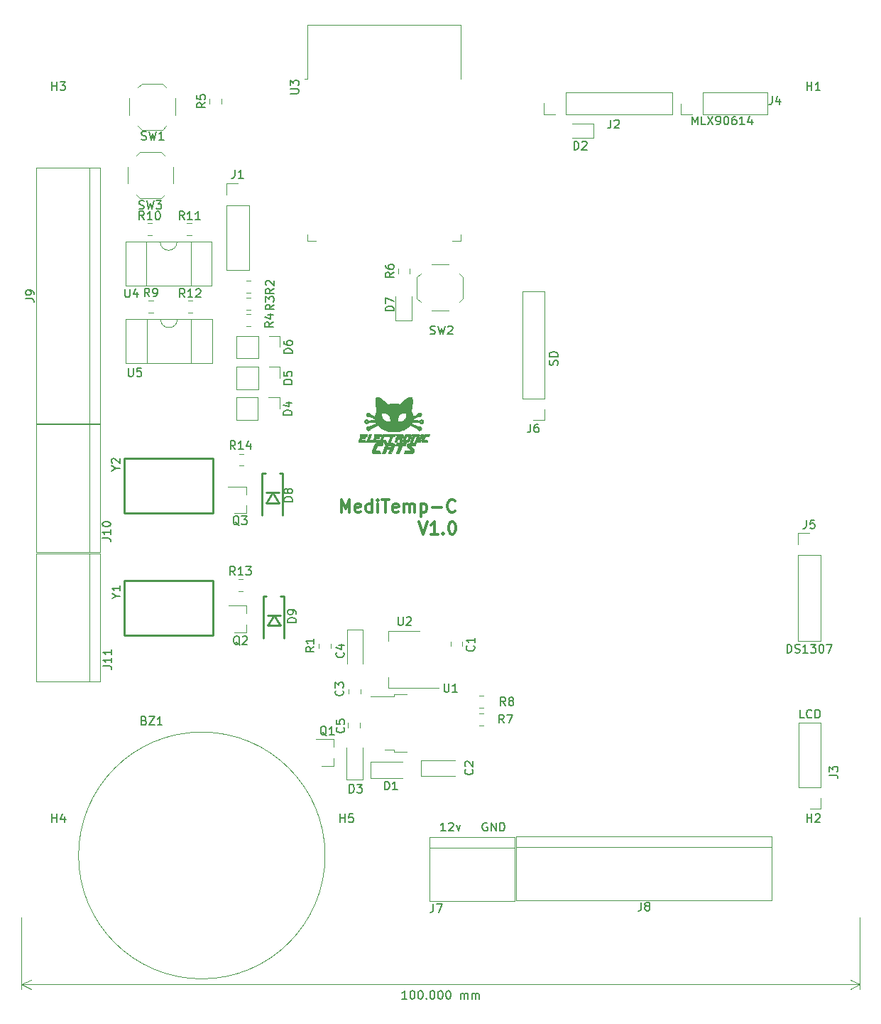
<source format=gbr>
G04 #@! TF.GenerationSoftware,KiCad,Pcbnew,(5.1.5)-3*
G04 #@! TF.CreationDate,2020-07-15T20:50:45-05:00*
G04 #@! TF.ProjectId,MaquinaCovid,4d617175-696e-4614-936f-7669642e6b69,rev?*
G04 #@! TF.SameCoordinates,Original*
G04 #@! TF.FileFunction,Legend,Top*
G04 #@! TF.FilePolarity,Positive*
%FSLAX46Y46*%
G04 Gerber Fmt 4.6, Leading zero omitted, Abs format (unit mm)*
G04 Created by KiCad (PCBNEW (5.1.5)-3) date 2020-07-15 20:50:45*
%MOMM*%
%LPD*%
G04 APERTURE LIST*
%ADD10C,0.300000*%
%ADD11C,0.150000*%
%ADD12C,0.120000*%
%ADD13C,0.010000*%
%ADD14C,0.250000*%
G04 APERTURE END LIST*
D10*
X142864285Y-87578571D02*
X143364285Y-89078571D01*
X143864285Y-87578571D01*
X145150000Y-89078571D02*
X144292857Y-89078571D01*
X144721428Y-89078571D02*
X144721428Y-87578571D01*
X144578571Y-87792857D01*
X144435714Y-87935714D01*
X144292857Y-88007142D01*
X145792857Y-88935714D02*
X145864285Y-89007142D01*
X145792857Y-89078571D01*
X145721428Y-89007142D01*
X145792857Y-88935714D01*
X145792857Y-89078571D01*
X146792857Y-87578571D02*
X146935714Y-87578571D01*
X147078571Y-87650000D01*
X147150000Y-87721428D01*
X147221428Y-87864285D01*
X147292857Y-88150000D01*
X147292857Y-88507142D01*
X147221428Y-88792857D01*
X147150000Y-88935714D01*
X147078571Y-89007142D01*
X146935714Y-89078571D01*
X146792857Y-89078571D01*
X146650000Y-89007142D01*
X146578571Y-88935714D01*
X146507142Y-88792857D01*
X146435714Y-88507142D01*
X146435714Y-88150000D01*
X146507142Y-87864285D01*
X146578571Y-87721428D01*
X146650000Y-87650000D01*
X146792857Y-87578571D01*
X133628571Y-86478571D02*
X133628571Y-84978571D01*
X134128571Y-86050000D01*
X134628571Y-84978571D01*
X134628571Y-86478571D01*
X135914285Y-86407142D02*
X135771428Y-86478571D01*
X135485714Y-86478571D01*
X135342857Y-86407142D01*
X135271428Y-86264285D01*
X135271428Y-85692857D01*
X135342857Y-85550000D01*
X135485714Y-85478571D01*
X135771428Y-85478571D01*
X135914285Y-85550000D01*
X135985714Y-85692857D01*
X135985714Y-85835714D01*
X135271428Y-85978571D01*
X137271428Y-86478571D02*
X137271428Y-84978571D01*
X137271428Y-86407142D02*
X137128571Y-86478571D01*
X136842857Y-86478571D01*
X136700000Y-86407142D01*
X136628571Y-86335714D01*
X136557142Y-86192857D01*
X136557142Y-85764285D01*
X136628571Y-85621428D01*
X136700000Y-85550000D01*
X136842857Y-85478571D01*
X137128571Y-85478571D01*
X137271428Y-85550000D01*
X137985714Y-86478571D02*
X137985714Y-85478571D01*
X137985714Y-84978571D02*
X137914285Y-85050000D01*
X137985714Y-85121428D01*
X138057142Y-85050000D01*
X137985714Y-84978571D01*
X137985714Y-85121428D01*
X138485714Y-84978571D02*
X139342857Y-84978571D01*
X138914285Y-86478571D02*
X138914285Y-84978571D01*
X140414285Y-86407142D02*
X140271428Y-86478571D01*
X139985714Y-86478571D01*
X139842857Y-86407142D01*
X139771428Y-86264285D01*
X139771428Y-85692857D01*
X139842857Y-85550000D01*
X139985714Y-85478571D01*
X140271428Y-85478571D01*
X140414285Y-85550000D01*
X140485714Y-85692857D01*
X140485714Y-85835714D01*
X139771428Y-85978571D01*
X141128571Y-86478571D02*
X141128571Y-85478571D01*
X141128571Y-85621428D02*
X141200000Y-85550000D01*
X141342857Y-85478571D01*
X141557142Y-85478571D01*
X141700000Y-85550000D01*
X141771428Y-85692857D01*
X141771428Y-86478571D01*
X141771428Y-85692857D02*
X141842857Y-85550000D01*
X141985714Y-85478571D01*
X142200000Y-85478571D01*
X142342857Y-85550000D01*
X142414285Y-85692857D01*
X142414285Y-86478571D01*
X143128571Y-85478571D02*
X143128571Y-86978571D01*
X143128571Y-85550000D02*
X143271428Y-85478571D01*
X143557142Y-85478571D01*
X143700000Y-85550000D01*
X143771428Y-85621428D01*
X143842857Y-85764285D01*
X143842857Y-86192857D01*
X143771428Y-86335714D01*
X143700000Y-86407142D01*
X143557142Y-86478571D01*
X143271428Y-86478571D01*
X143128571Y-86407142D01*
X144485714Y-85907142D02*
X145628571Y-85907142D01*
X147200000Y-86335714D02*
X147128571Y-86407142D01*
X146914285Y-86478571D01*
X146771428Y-86478571D01*
X146557142Y-86407142D01*
X146414285Y-86264285D01*
X146342857Y-86121428D01*
X146271428Y-85835714D01*
X146271428Y-85621428D01*
X146342857Y-85335714D01*
X146414285Y-85192857D01*
X146557142Y-85050000D01*
X146771428Y-84978571D01*
X146914285Y-84978571D01*
X147128571Y-85050000D01*
X147200000Y-85121428D01*
D11*
X151038095Y-123500000D02*
X150942857Y-123452380D01*
X150800000Y-123452380D01*
X150657142Y-123500000D01*
X150561904Y-123595238D01*
X150514285Y-123690476D01*
X150466666Y-123880952D01*
X150466666Y-124023809D01*
X150514285Y-124214285D01*
X150561904Y-124309523D01*
X150657142Y-124404761D01*
X150800000Y-124452380D01*
X150895238Y-124452380D01*
X151038095Y-124404761D01*
X151085714Y-124357142D01*
X151085714Y-124023809D01*
X150895238Y-124023809D01*
X151514285Y-124452380D02*
X151514285Y-123452380D01*
X152085714Y-124452380D01*
X152085714Y-123452380D01*
X152561904Y-124452380D02*
X152561904Y-123452380D01*
X152800000Y-123452380D01*
X152942857Y-123500000D01*
X153038095Y-123595238D01*
X153085714Y-123690476D01*
X153133333Y-123880952D01*
X153133333Y-124023809D01*
X153085714Y-124214285D01*
X153038095Y-124309523D01*
X152942857Y-124404761D01*
X152800000Y-124452380D01*
X152561904Y-124452380D01*
X146078571Y-124452380D02*
X145507142Y-124452380D01*
X145792857Y-124452380D02*
X145792857Y-123452380D01*
X145697619Y-123595238D01*
X145602380Y-123690476D01*
X145507142Y-123738095D01*
X146459523Y-123547619D02*
X146507142Y-123500000D01*
X146602380Y-123452380D01*
X146840476Y-123452380D01*
X146935714Y-123500000D01*
X146983333Y-123547619D01*
X147030952Y-123642857D01*
X147030952Y-123738095D01*
X146983333Y-123880952D01*
X146411904Y-124452380D01*
X147030952Y-124452380D01*
X147364285Y-123785714D02*
X147602380Y-124452380D01*
X147840476Y-123785714D01*
X141452380Y-144472380D02*
X140880952Y-144472380D01*
X141166666Y-144472380D02*
X141166666Y-143472380D01*
X141071428Y-143615238D01*
X140976190Y-143710476D01*
X140880952Y-143758095D01*
X142071428Y-143472380D02*
X142166666Y-143472380D01*
X142261904Y-143520000D01*
X142309523Y-143567619D01*
X142357142Y-143662857D01*
X142404761Y-143853333D01*
X142404761Y-144091428D01*
X142357142Y-144281904D01*
X142309523Y-144377142D01*
X142261904Y-144424761D01*
X142166666Y-144472380D01*
X142071428Y-144472380D01*
X141976190Y-144424761D01*
X141928571Y-144377142D01*
X141880952Y-144281904D01*
X141833333Y-144091428D01*
X141833333Y-143853333D01*
X141880952Y-143662857D01*
X141928571Y-143567619D01*
X141976190Y-143520000D01*
X142071428Y-143472380D01*
X143023809Y-143472380D02*
X143119047Y-143472380D01*
X143214285Y-143520000D01*
X143261904Y-143567619D01*
X143309523Y-143662857D01*
X143357142Y-143853333D01*
X143357142Y-144091428D01*
X143309523Y-144281904D01*
X143261904Y-144377142D01*
X143214285Y-144424761D01*
X143119047Y-144472380D01*
X143023809Y-144472380D01*
X142928571Y-144424761D01*
X142880952Y-144377142D01*
X142833333Y-144281904D01*
X142785714Y-144091428D01*
X142785714Y-143853333D01*
X142833333Y-143662857D01*
X142880952Y-143567619D01*
X142928571Y-143520000D01*
X143023809Y-143472380D01*
X143785714Y-144377142D02*
X143833333Y-144424761D01*
X143785714Y-144472380D01*
X143738095Y-144424761D01*
X143785714Y-144377142D01*
X143785714Y-144472380D01*
X144452380Y-143472380D02*
X144547619Y-143472380D01*
X144642857Y-143520000D01*
X144690476Y-143567619D01*
X144738095Y-143662857D01*
X144785714Y-143853333D01*
X144785714Y-144091428D01*
X144738095Y-144281904D01*
X144690476Y-144377142D01*
X144642857Y-144424761D01*
X144547619Y-144472380D01*
X144452380Y-144472380D01*
X144357142Y-144424761D01*
X144309523Y-144377142D01*
X144261904Y-144281904D01*
X144214285Y-144091428D01*
X144214285Y-143853333D01*
X144261904Y-143662857D01*
X144309523Y-143567619D01*
X144357142Y-143520000D01*
X144452380Y-143472380D01*
X145404761Y-143472380D02*
X145500000Y-143472380D01*
X145595238Y-143520000D01*
X145642857Y-143567619D01*
X145690476Y-143662857D01*
X145738095Y-143853333D01*
X145738095Y-144091428D01*
X145690476Y-144281904D01*
X145642857Y-144377142D01*
X145595238Y-144424761D01*
X145500000Y-144472380D01*
X145404761Y-144472380D01*
X145309523Y-144424761D01*
X145261904Y-144377142D01*
X145214285Y-144281904D01*
X145166666Y-144091428D01*
X145166666Y-143853333D01*
X145214285Y-143662857D01*
X145261904Y-143567619D01*
X145309523Y-143520000D01*
X145404761Y-143472380D01*
X146357142Y-143472380D02*
X146452380Y-143472380D01*
X146547619Y-143520000D01*
X146595238Y-143567619D01*
X146642857Y-143662857D01*
X146690476Y-143853333D01*
X146690476Y-144091428D01*
X146642857Y-144281904D01*
X146595238Y-144377142D01*
X146547619Y-144424761D01*
X146452380Y-144472380D01*
X146357142Y-144472380D01*
X146261904Y-144424761D01*
X146214285Y-144377142D01*
X146166666Y-144281904D01*
X146119047Y-144091428D01*
X146119047Y-143853333D01*
X146166666Y-143662857D01*
X146214285Y-143567619D01*
X146261904Y-143520000D01*
X146357142Y-143472380D01*
X147880952Y-144472380D02*
X147880952Y-143805714D01*
X147880952Y-143900952D02*
X147928571Y-143853333D01*
X148023809Y-143805714D01*
X148166666Y-143805714D01*
X148261904Y-143853333D01*
X148309523Y-143948571D01*
X148309523Y-144472380D01*
X148309523Y-143948571D02*
X148357142Y-143853333D01*
X148452380Y-143805714D01*
X148595238Y-143805714D01*
X148690476Y-143853333D01*
X148738095Y-143948571D01*
X148738095Y-144472380D01*
X149214285Y-144472380D02*
X149214285Y-143805714D01*
X149214285Y-143900952D02*
X149261904Y-143853333D01*
X149357142Y-143805714D01*
X149500000Y-143805714D01*
X149595238Y-143853333D01*
X149642857Y-143948571D01*
X149642857Y-144472380D01*
X149642857Y-143948571D02*
X149690476Y-143853333D01*
X149785714Y-143805714D01*
X149928571Y-143805714D01*
X150023809Y-143853333D01*
X150071428Y-143948571D01*
X150071428Y-144472380D01*
D12*
X95500000Y-142750000D02*
X195500000Y-142750000D01*
X95500000Y-134750000D02*
X95500000Y-143336421D01*
X195500000Y-134750000D02*
X195500000Y-143336421D01*
X195500000Y-142750000D02*
X194373496Y-143336421D01*
X195500000Y-142750000D02*
X194373496Y-142163579D01*
X95500000Y-142750000D02*
X96626504Y-143336421D01*
X95500000Y-142750000D02*
X96626504Y-142163579D01*
D13*
G36*
X141889366Y-72747796D02*
G01*
X141919084Y-72750125D01*
X141942335Y-72754996D01*
X141961513Y-72763218D01*
X141979009Y-72775600D01*
X141997216Y-72792951D01*
X142002479Y-72798502D01*
X142025948Y-72828343D01*
X142045863Y-72864380D01*
X142062730Y-72907892D01*
X142077053Y-72960158D01*
X142088133Y-73015432D01*
X142091237Y-73035663D01*
X142093646Y-73057566D01*
X142095434Y-73082815D01*
X142096676Y-73113083D01*
X142097446Y-73150045D01*
X142097817Y-73195375D01*
X142097880Y-73235444D01*
X142097566Y-73294075D01*
X142096572Y-73347595D01*
X142094741Y-73398212D01*
X142091915Y-73448134D01*
X142087940Y-73499569D01*
X142082659Y-73554724D01*
X142075914Y-73615807D01*
X142067551Y-73685026D01*
X142064109Y-73712400D01*
X142060689Y-73739133D01*
X142057280Y-73765176D01*
X142053731Y-73791550D01*
X142049893Y-73819274D01*
X142045613Y-73849370D01*
X142040742Y-73882859D01*
X142035129Y-73920761D01*
X142028623Y-73964097D01*
X142021073Y-74013887D01*
X142012330Y-74071153D01*
X142002241Y-74136915D01*
X141990656Y-74212193D01*
X141982867Y-74262733D01*
X141953274Y-74454644D01*
X141988713Y-74510816D01*
X142020103Y-74564312D01*
X142051663Y-74624887D01*
X142081500Y-74688518D01*
X142107718Y-74751187D01*
X142126818Y-74803934D01*
X142137211Y-74837587D01*
X142147582Y-74874849D01*
X142157396Y-74913395D01*
X142166117Y-74950901D01*
X142173209Y-74985042D01*
X142178138Y-75013492D01*
X142180367Y-75033928D01*
X142180442Y-75036731D01*
X142182074Y-75051263D01*
X142185238Y-75060382D01*
X142188749Y-75061008D01*
X142197303Y-75058904D01*
X142211542Y-75053794D01*
X142232105Y-75045400D01*
X142259633Y-75033442D01*
X142294766Y-75017644D01*
X142338146Y-74997727D01*
X142390412Y-74973413D01*
X142450187Y-74945374D01*
X142664747Y-74844430D01*
X142870375Y-74844430D01*
X142876069Y-74869618D01*
X142889483Y-74891300D01*
X142908841Y-74907988D01*
X142932365Y-74918191D01*
X142958278Y-74920422D01*
X142984802Y-74913192D01*
X142987293Y-74911957D01*
X143010127Y-74894726D01*
X143024412Y-74872616D01*
X143030402Y-74847816D01*
X143028351Y-74822515D01*
X143018514Y-74798900D01*
X143001144Y-74779162D01*
X142976495Y-74765487D01*
X142970062Y-74763494D01*
X142943413Y-74761752D01*
X142917371Y-74769520D01*
X142894729Y-74785232D01*
X142878279Y-74807325D01*
X142874181Y-74817224D01*
X142870375Y-74844430D01*
X142664747Y-74844430D01*
X142710427Y-74822939D01*
X142716989Y-74791192D01*
X142732186Y-74743641D01*
X142756271Y-74701295D01*
X142787892Y-74665082D01*
X142825702Y-74635928D01*
X142868350Y-74614758D01*
X142914486Y-74602500D01*
X142962762Y-74600080D01*
X142990537Y-74603424D01*
X143040980Y-74618045D01*
X143085580Y-74641649D01*
X143123450Y-74673183D01*
X143153706Y-74711593D01*
X143175463Y-74755825D01*
X143187834Y-74804826D01*
X143190435Y-74841288D01*
X143185118Y-74892664D01*
X143169791Y-74940177D01*
X143145390Y-74982725D01*
X143112850Y-75019206D01*
X143073107Y-75048520D01*
X143027098Y-75069564D01*
X142988128Y-75079416D01*
X142939364Y-75082461D01*
X142891136Y-75074576D01*
X142843652Y-75056173D01*
X142809860Y-75039444D01*
X142502163Y-75183870D01*
X142446845Y-75209923D01*
X142394488Y-75234753D01*
X142346003Y-75257916D01*
X142302299Y-75278968D01*
X142264289Y-75297468D01*
X142232883Y-75312971D01*
X142208991Y-75325035D01*
X142193525Y-75333215D01*
X142187411Y-75337048D01*
X142182251Y-75348903D01*
X142180301Y-75363067D01*
X142179142Y-75375447D01*
X142176041Y-75395868D01*
X142171488Y-75421347D01*
X142166744Y-75445244D01*
X142161556Y-75470677D01*
X142157475Y-75491634D01*
X142154917Y-75505908D01*
X142154288Y-75511285D01*
X142159957Y-75511628D01*
X142176013Y-75512260D01*
X142201560Y-75513151D01*
X142235702Y-75514273D01*
X142277542Y-75515599D01*
X142326182Y-75517101D01*
X142380727Y-75518750D01*
X142440280Y-75520519D01*
X142503943Y-75522378D01*
X142558518Y-75523950D01*
X142635773Y-75526149D01*
X142702521Y-75528012D01*
X142759543Y-75529543D01*
X142807615Y-75530744D01*
X142847516Y-75531621D01*
X142880025Y-75532174D01*
X142905919Y-75532409D01*
X142925976Y-75532329D01*
X142940976Y-75531936D01*
X142951695Y-75531234D01*
X142958913Y-75530226D01*
X142963407Y-75528916D01*
X142965955Y-75527308D01*
X142967175Y-75525705D01*
X142981660Y-75505979D01*
X143002925Y-75484418D01*
X143027565Y-75464053D01*
X143052172Y-75447914D01*
X143058049Y-75444832D01*
X143106984Y-75426491D01*
X143156405Y-75418684D01*
X143204988Y-75420977D01*
X143251406Y-75432932D01*
X143294337Y-75454112D01*
X143332454Y-75484083D01*
X143364433Y-75522407D01*
X143381121Y-75551227D01*
X143390266Y-75570164D01*
X143396322Y-75585018D01*
X143399924Y-75599029D01*
X143401709Y-75615439D01*
X143402315Y-75637489D01*
X143402378Y-75659440D01*
X143402186Y-75688216D01*
X143401239Y-75708898D01*
X143398976Y-75724680D01*
X143394839Y-75738757D01*
X143388269Y-75754322D01*
X143384267Y-75762878D01*
X143357676Y-75806658D01*
X143323810Y-75842700D01*
X143284056Y-75870507D01*
X143239803Y-75889580D01*
X143192439Y-75899420D01*
X143143352Y-75899529D01*
X143093928Y-75889408D01*
X143064045Y-75877923D01*
X143041265Y-75864426D01*
X143015538Y-75844367D01*
X142990118Y-75820621D01*
X142968257Y-75796060D01*
X142962071Y-75787833D01*
X142950822Y-75772000D01*
X142572644Y-75761105D01*
X142485267Y-75758598D01*
X142408482Y-75756428D01*
X142341601Y-75754594D01*
X142283932Y-75753095D01*
X142234785Y-75751930D01*
X142193470Y-75751098D01*
X142159295Y-75750599D01*
X142131572Y-75750431D01*
X142109608Y-75750592D01*
X142092715Y-75751083D01*
X142080200Y-75751902D01*
X142071375Y-75753048D01*
X142065548Y-75754520D01*
X142062029Y-75756317D01*
X142060127Y-75758438D01*
X142059313Y-75760346D01*
X142055361Y-75769012D01*
X142046944Y-75785197D01*
X142035263Y-75806658D01*
X142021519Y-75831150D01*
X142020247Y-75833382D01*
X141984451Y-75896116D01*
X142397034Y-76090412D01*
X142809618Y-76284708D01*
X142841090Y-76268715D01*
X142888923Y-76250321D01*
X142938006Y-76242366D01*
X142986828Y-76244492D01*
X143033879Y-76256339D01*
X143077646Y-76277550D01*
X143116621Y-76307765D01*
X143145349Y-76340953D01*
X143164636Y-76371377D01*
X143177451Y-76401116D01*
X143184809Y-76433648D01*
X143187727Y-76472453D01*
X143187889Y-76486644D01*
X143187622Y-76513360D01*
X143186290Y-76532644D01*
X143183096Y-76548347D01*
X143177243Y-76564322D01*
X143167933Y-76584423D01*
X143167451Y-76585422D01*
X143140554Y-76629417D01*
X143107027Y-76665416D01*
X143068241Y-76693153D01*
X143025563Y-76712362D01*
X142980362Y-76722778D01*
X142934007Y-76724133D01*
X142887866Y-76716163D01*
X142843308Y-76698600D01*
X142801701Y-76671180D01*
X142788049Y-76659166D01*
X142757914Y-76625398D01*
X142735629Y-76587581D01*
X142719404Y-76542618D01*
X142718224Y-76538280D01*
X142708111Y-76500269D01*
X142680388Y-76487206D01*
X142872097Y-76487206D01*
X142877097Y-76511977D01*
X142890285Y-76534597D01*
X142911069Y-76552328D01*
X142936037Y-76561415D01*
X142963493Y-76561528D01*
X142989231Y-76552785D01*
X142993732Y-76550031D01*
X143014629Y-76530398D01*
X143026587Y-76507025D01*
X143030203Y-76481965D01*
X143026076Y-76457268D01*
X143014805Y-76434988D01*
X142996988Y-76417175D01*
X142973223Y-76405881D01*
X142950822Y-76402918D01*
X142923068Y-76407658D01*
X142900772Y-76420509D01*
X142884481Y-76439419D01*
X142874740Y-76462336D01*
X142872097Y-76487206D01*
X142680388Y-76487206D01*
X141840657Y-76091533D01*
X141752273Y-76179256D01*
X141694149Y-76235319D01*
X141639063Y-76284728D01*
X141583732Y-76330169D01*
X141524873Y-76374324D01*
X141459204Y-76419878D01*
X141452222Y-76424556D01*
X141316925Y-76508329D01*
X141174403Y-76583819D01*
X141025332Y-76650802D01*
X140870390Y-76709056D01*
X140710253Y-76758360D01*
X140545600Y-76798489D01*
X140377106Y-76829222D01*
X140205450Y-76850337D01*
X140139889Y-76855766D01*
X140098028Y-76858337D01*
X140049875Y-76860574D01*
X139998203Y-76862410D01*
X139945782Y-76863775D01*
X139895385Y-76864603D01*
X139849782Y-76864826D01*
X139811747Y-76864375D01*
X139801222Y-76864063D01*
X139619490Y-76852667D01*
X139441990Y-76831674D01*
X139269091Y-76801195D01*
X139101162Y-76761342D01*
X138938572Y-76712226D01*
X138781692Y-76653960D01*
X138630891Y-76586654D01*
X138486537Y-76510421D01*
X138349001Y-76425373D01*
X138347778Y-76424556D01*
X138281257Y-76378718D01*
X138221872Y-76334544D01*
X138166339Y-76289350D01*
X138111375Y-76240452D01*
X138053697Y-76185167D01*
X138047727Y-76179256D01*
X137959343Y-76091533D01*
X137091889Y-76500269D01*
X137081776Y-76538280D01*
X137065993Y-76584008D01*
X137044304Y-76622322D01*
X137014921Y-76656319D01*
X137011951Y-76659166D01*
X136971707Y-76690109D01*
X136928030Y-76711101D01*
X136882289Y-76722407D01*
X136835853Y-76724295D01*
X136790091Y-76717031D01*
X136746371Y-76700879D01*
X136706062Y-76676107D01*
X136670533Y-76642980D01*
X136641152Y-76601764D01*
X136632548Y-76585422D01*
X136623075Y-76565062D01*
X136617092Y-76548990D01*
X136613801Y-76533354D01*
X136612407Y-76514300D01*
X136612111Y-76487976D01*
X136612111Y-76487748D01*
X136768702Y-76487748D01*
X136774719Y-76511168D01*
X136787547Y-76532004D01*
X136805766Y-76548666D01*
X136827954Y-76559568D01*
X136852690Y-76563121D01*
X136878551Y-76557737D01*
X136885702Y-76554462D01*
X136906227Y-76538343D01*
X136920510Y-76516138D01*
X136927746Y-76490814D01*
X136927130Y-76465333D01*
X136917857Y-76442662D01*
X136916562Y-76440850D01*
X136893537Y-76417543D01*
X136868033Y-76404694D01*
X136841539Y-76402318D01*
X136815547Y-76410431D01*
X136791547Y-76429048D01*
X136782791Y-76439504D01*
X136770919Y-76463330D01*
X136768702Y-76487748D01*
X136612111Y-76487748D01*
X136612111Y-76486644D01*
X136613832Y-76445121D01*
X136619670Y-76410974D01*
X136630643Y-76380725D01*
X136647765Y-76350896D01*
X136654650Y-76340953D01*
X136688249Y-76303225D01*
X136727950Y-76274191D01*
X136772243Y-76254209D01*
X136819618Y-76243638D01*
X136868562Y-76242837D01*
X136917566Y-76252164D01*
X136958910Y-76268715D01*
X136990382Y-76284708D01*
X137402965Y-76090412D01*
X137815549Y-75896116D01*
X137779753Y-75833382D01*
X137765884Y-75808730D01*
X137753973Y-75786912D01*
X137745219Y-75770170D01*
X137740825Y-75760750D01*
X137740687Y-75760346D01*
X137739576Y-75757969D01*
X137737394Y-75755916D01*
X137733451Y-75754186D01*
X137727057Y-75752782D01*
X137717520Y-75751705D01*
X137704150Y-75750954D01*
X137686257Y-75750532D01*
X137663151Y-75750438D01*
X137634141Y-75750676D01*
X137598536Y-75751244D01*
X137555647Y-75752145D01*
X137504782Y-75753379D01*
X137445251Y-75754948D01*
X137376364Y-75756852D01*
X137297430Y-75759092D01*
X137227355Y-75761105D01*
X136849178Y-75772000D01*
X136837929Y-75787833D01*
X136818074Y-75812003D01*
X136793525Y-75836360D01*
X136767536Y-75858031D01*
X136743359Y-75874142D01*
X136735954Y-75877923D01*
X136687012Y-75894566D01*
X136637554Y-75900673D01*
X136588968Y-75896742D01*
X136542642Y-75883273D01*
X136499964Y-75860765D01*
X136462323Y-75829715D01*
X136431105Y-75790622D01*
X136415733Y-75762878D01*
X136407853Y-75745552D01*
X136402664Y-75731187D01*
X136399607Y-75716587D01*
X136398123Y-75698560D01*
X136397652Y-75673911D01*
X136397622Y-75659440D01*
X136397623Y-75659096D01*
X136553890Y-75659096D01*
X136554464Y-75670199D01*
X136558163Y-75688177D01*
X136566224Y-75702592D01*
X136580290Y-75717378D01*
X136595476Y-75730229D01*
X136608342Y-75736605D01*
X136623876Y-75738637D01*
X136630237Y-75738718D01*
X136655971Y-75735465D01*
X136673402Y-75728043D01*
X136694160Y-75708567D01*
X136706685Y-75684566D01*
X136711023Y-75658449D01*
X136707222Y-75632622D01*
X136695330Y-75609495D01*
X136675395Y-75591476D01*
X136670647Y-75588799D01*
X136642952Y-75579989D01*
X136616080Y-75581122D01*
X136591883Y-75590898D01*
X136572216Y-75608018D01*
X136558934Y-75631184D01*
X136553890Y-75659096D01*
X136397623Y-75659096D01*
X136397763Y-75631102D01*
X136398611Y-75610811D01*
X136400803Y-75595327D01*
X136404975Y-75581409D01*
X136411764Y-75565815D01*
X136418878Y-75551227D01*
X136446216Y-75507767D01*
X136480543Y-75472381D01*
X136520534Y-75445504D01*
X136564864Y-75427573D01*
X136612209Y-75419024D01*
X136661244Y-75420294D01*
X136710644Y-75431818D01*
X136741951Y-75444832D01*
X136766004Y-75459403D01*
X136790959Y-75478976D01*
X136813411Y-75500520D01*
X136829955Y-75521003D01*
X136832825Y-75525705D01*
X136834330Y-75527565D01*
X136837118Y-75529130D01*
X136841967Y-75530395D01*
X136849656Y-75531357D01*
X136860961Y-75532014D01*
X136876662Y-75532360D01*
X136897537Y-75532395D01*
X136924363Y-75532113D01*
X136957920Y-75531511D01*
X136998985Y-75530587D01*
X137048336Y-75529336D01*
X137106753Y-75527756D01*
X137175012Y-75525844D01*
X137241482Y-75523950D01*
X137307844Y-75522036D01*
X137370829Y-75520191D01*
X137429542Y-75518442D01*
X137483085Y-75516818D01*
X137530561Y-75515345D01*
X137571074Y-75514054D01*
X137603726Y-75512971D01*
X137627622Y-75512125D01*
X137641865Y-75511544D01*
X137645712Y-75511285D01*
X137645043Y-75505663D01*
X137642444Y-75491204D01*
X137638332Y-75470115D01*
X137633256Y-75445244D01*
X137627843Y-75417793D01*
X137623455Y-75392812D01*
X137620582Y-75373284D01*
X137619699Y-75363067D01*
X137617422Y-75347707D01*
X137612589Y-75337048D01*
X137606328Y-75333133D01*
X137590743Y-75324898D01*
X137566745Y-75312786D01*
X137535244Y-75297240D01*
X137497152Y-75278703D01*
X137453379Y-75257619D01*
X137404836Y-75234431D01*
X137352433Y-75209582D01*
X137297836Y-75183870D01*
X136990139Y-75039444D01*
X136956347Y-75056173D01*
X136907764Y-75074879D01*
X136859534Y-75082512D01*
X136811872Y-75079416D01*
X136761688Y-75065464D01*
X136717052Y-75042397D01*
X136678902Y-75011318D01*
X136648172Y-74973327D01*
X136625798Y-74929526D01*
X136612717Y-74881016D01*
X136610004Y-74846815D01*
X136769105Y-74846815D01*
X136775164Y-74872619D01*
X136781833Y-74885007D01*
X136800686Y-74904192D01*
X136825496Y-74916118D01*
X136852910Y-74919918D01*
X136879578Y-74914719D01*
X136885648Y-74911957D01*
X136909003Y-74894522D01*
X136923543Y-74872403D01*
X136929472Y-74847706D01*
X136926995Y-74822536D01*
X136916317Y-74798997D01*
X136897642Y-74779194D01*
X136871395Y-74765309D01*
X136844549Y-74761200D01*
X136819834Y-74766558D01*
X136798590Y-74779592D01*
X136782159Y-74798508D01*
X136771884Y-74821513D01*
X136769105Y-74846815D01*
X136610004Y-74846815D01*
X136609565Y-74841288D01*
X136614850Y-74789479D01*
X136630118Y-74741772D01*
X136654482Y-74699209D01*
X136687059Y-74662829D01*
X136726964Y-74633676D01*
X136773313Y-74612790D01*
X136811812Y-74603171D01*
X136861118Y-74600144D01*
X136908824Y-74607480D01*
X136953598Y-74624258D01*
X136994111Y-74649555D01*
X137029034Y-74682449D01*
X137057035Y-74722019D01*
X137076785Y-74767341D01*
X137083010Y-74791192D01*
X137089573Y-74822939D01*
X137349623Y-74945285D01*
X137400142Y-74968994D01*
X137447505Y-74991107D01*
X137490745Y-75011180D01*
X137528895Y-75028772D01*
X137560988Y-75043437D01*
X137586056Y-75054732D01*
X137603132Y-75062213D01*
X137611249Y-75065438D01*
X137611788Y-75065515D01*
X137613481Y-75059459D01*
X137616576Y-75044451D01*
X137620649Y-75022676D01*
X137625277Y-74996322D01*
X137625797Y-74993266D01*
X137649845Y-74882970D01*
X137684260Y-74772859D01*
X137728239Y-74665004D01*
X138398795Y-74665004D01*
X138399058Y-74696007D01*
X138400006Y-74731691D01*
X138401550Y-74769863D01*
X138403599Y-74808336D01*
X138406062Y-74844920D01*
X138408851Y-74877424D01*
X138411874Y-74903660D01*
X138412236Y-74906200D01*
X138432287Y-75015371D01*
X138459216Y-75115635D01*
X138493053Y-75207061D01*
X138533828Y-75289716D01*
X138581570Y-75363668D01*
X138636309Y-75428985D01*
X138646803Y-75439726D01*
X138711685Y-75496708D01*
X138785109Y-75546571D01*
X138866740Y-75589163D01*
X138956237Y-75624333D01*
X139053263Y-75651929D01*
X139157481Y-75671800D01*
X139169044Y-75673462D01*
X139201058Y-75677852D01*
X139226911Y-75681093D01*
X139249349Y-75683345D01*
X139271119Y-75684773D01*
X139294964Y-75685539D01*
X139323633Y-75685805D01*
X139359869Y-75685733D01*
X139375067Y-75685657D01*
X139473844Y-75685133D01*
X139475453Y-75589177D01*
X139475346Y-75583969D01*
X140323333Y-75583969D01*
X140323570Y-75615945D01*
X140324226Y-75643968D01*
X140325219Y-75666097D01*
X140326468Y-75680391D01*
X140327567Y-75684850D01*
X140334810Y-75686468D01*
X140351527Y-75687374D01*
X140375929Y-75687632D01*
X140406228Y-75687306D01*
X140440636Y-75686460D01*
X140477363Y-75685157D01*
X140514621Y-75683461D01*
X140550623Y-75681436D01*
X140583579Y-75679145D01*
X140611700Y-75676653D01*
X140633199Y-75674023D01*
X140633778Y-75673934D01*
X140653821Y-75670069D01*
X143088953Y-75670069D01*
X143097092Y-75695105D01*
X143112861Y-75716195D01*
X143135108Y-75731311D01*
X143162681Y-75738426D01*
X143169763Y-75738718D01*
X143187207Y-75737627D01*
X143200385Y-75732876D01*
X143214285Y-75722333D01*
X143219710Y-75717378D01*
X143238598Y-75693124D01*
X143246774Y-75666207D01*
X143244006Y-75637767D01*
X143238732Y-75623932D01*
X143222650Y-75601735D01*
X143200755Y-75587239D01*
X143175552Y-75580585D01*
X143149548Y-75581910D01*
X143125250Y-75591354D01*
X143105164Y-75609055D01*
X143100171Y-75616262D01*
X143089595Y-75643112D01*
X143088953Y-75670069D01*
X140653821Y-75670069D01*
X140741346Y-75653192D01*
X140840097Y-75625528D01*
X140930222Y-75590747D01*
X141011914Y-75548652D01*
X141085364Y-75499050D01*
X141150764Y-75441744D01*
X141208307Y-75376538D01*
X141258184Y-75303237D01*
X141300587Y-75221646D01*
X141335709Y-75131569D01*
X141363741Y-75032811D01*
X141384875Y-74925176D01*
X141387764Y-74906200D01*
X141390808Y-74880834D01*
X141393628Y-74848945D01*
X141396134Y-74812723D01*
X141398236Y-74774357D01*
X141399843Y-74736037D01*
X141400865Y-74699952D01*
X141401212Y-74668293D01*
X141400794Y-74643248D01*
X141399520Y-74627008D01*
X141399313Y-74625793D01*
X141395536Y-74605659D01*
X141346268Y-74601946D01*
X141311073Y-74600711D01*
X141267656Y-74601418D01*
X141218880Y-74603870D01*
X141167607Y-74607873D01*
X141116701Y-74613232D01*
X141069024Y-74619750D01*
X141057111Y-74621678D01*
X140959722Y-74642172D01*
X140868006Y-74669807D01*
X140782850Y-74704177D01*
X140705140Y-74744876D01*
X140635765Y-74791499D01*
X140579178Y-74840135D01*
X140522317Y-74903243D01*
X140472212Y-74975004D01*
X140429042Y-75054893D01*
X140392988Y-75142385D01*
X140364230Y-75236958D01*
X140342949Y-75338085D01*
X140329324Y-75445244D01*
X140323537Y-75557909D01*
X140323333Y-75583969D01*
X139475346Y-75583969D01*
X139473201Y-75479853D01*
X139462889Y-75374441D01*
X139444769Y-75273685D01*
X139419095Y-75178330D01*
X139386121Y-75089122D01*
X139346098Y-75006804D01*
X139299281Y-74932123D01*
X139245921Y-74865821D01*
X139220889Y-74839937D01*
X139161223Y-74788981D01*
X139092313Y-74743274D01*
X139015130Y-74703260D01*
X138930644Y-74669382D01*
X138839826Y-74642082D01*
X138743646Y-74621805D01*
X138742889Y-74621678D01*
X138696570Y-74614881D01*
X138646252Y-74609191D01*
X138594796Y-74604804D01*
X138545067Y-74601914D01*
X138499925Y-74600719D01*
X138462235Y-74601412D01*
X138453732Y-74601946D01*
X138404464Y-74605659D01*
X138400687Y-74625793D01*
X138399308Y-74640869D01*
X138398795Y-74665004D01*
X137728239Y-74665004D01*
X137728268Y-74664935D01*
X137781096Y-74561202D01*
X137814397Y-74505444D01*
X137846487Y-74454644D01*
X137825916Y-74316355D01*
X137809453Y-74205356D01*
X137794649Y-74104702D01*
X137781416Y-74013586D01*
X137769670Y-73931201D01*
X137759324Y-73856738D01*
X137750292Y-73789391D01*
X137742487Y-73728350D01*
X137735824Y-73672810D01*
X137730215Y-73621962D01*
X137725576Y-73574998D01*
X137721820Y-73531112D01*
X137718860Y-73489494D01*
X137716611Y-73449339D01*
X137714986Y-73409837D01*
X137713899Y-73370182D01*
X137713264Y-73329565D01*
X137712994Y-73287180D01*
X137712975Y-73258022D01*
X137713149Y-73203558D01*
X137713587Y-73158833D01*
X137714353Y-73122299D01*
X137715513Y-73092408D01*
X137717134Y-73067612D01*
X137719282Y-73046362D01*
X137722021Y-73027111D01*
X137723062Y-73020955D01*
X137737051Y-72954164D01*
X137753952Y-72897692D01*
X137774105Y-72850864D01*
X137797850Y-72813008D01*
X137825529Y-72783449D01*
X137853012Y-72763995D01*
X137865057Y-72757341D01*
X137875593Y-72752740D01*
X137887055Y-72749811D01*
X137901878Y-72748176D01*
X137922499Y-72747452D01*
X137951353Y-72747262D01*
X137960301Y-72747252D01*
X137992979Y-72747430D01*
X138017470Y-72748280D01*
X138036872Y-72750201D01*
X138054283Y-72753590D01*
X138072802Y-72758848D01*
X138087301Y-72763591D01*
X138159795Y-72791803D01*
X138236882Y-72829323D01*
X138318702Y-72876243D01*
X138405394Y-72932654D01*
X138497098Y-72998648D01*
X138593952Y-73074318D01*
X138696097Y-73159756D01*
X138719884Y-73180387D01*
X138755117Y-73211948D01*
X138795856Y-73249798D01*
X138840401Y-73292248D01*
X138887050Y-73337613D01*
X138934102Y-73384203D01*
X138979855Y-73430332D01*
X139022608Y-73474313D01*
X139060660Y-73514458D01*
X139092309Y-73549079D01*
X139097312Y-73554727D01*
X139154785Y-73620009D01*
X139240937Y-73601409D01*
X139329214Y-73583348D01*
X139412359Y-73568582D01*
X139492835Y-73556862D01*
X139573106Y-73547941D01*
X139655637Y-73541571D01*
X139742893Y-73537505D01*
X139837336Y-73535495D01*
X139900000Y-73535173D01*
X140000083Y-73536043D01*
X140091463Y-73538816D01*
X140176605Y-73543740D01*
X140257973Y-73551064D01*
X140338032Y-73561035D01*
X140419244Y-73573900D01*
X140504076Y-73589908D01*
X140559063Y-73601409D01*
X140645215Y-73620009D01*
X140702996Y-73554754D01*
X140724438Y-73531109D01*
X140751811Y-73501790D01*
X140782990Y-73469026D01*
X140815844Y-73435045D01*
X140848248Y-73402078D01*
X140859587Y-73390693D01*
X140950884Y-73301868D01*
X141042303Y-73217733D01*
X141133158Y-73138786D01*
X141222762Y-73065526D01*
X141310431Y-72998453D01*
X141395478Y-72938066D01*
X141477218Y-72884864D01*
X141554965Y-72839346D01*
X141628032Y-72802011D01*
X141695735Y-72773359D01*
X141719177Y-72765094D01*
X141742092Y-72757767D01*
X141760905Y-72752762D01*
X141778841Y-72749642D01*
X141799124Y-72747968D01*
X141824979Y-72747302D01*
X141850789Y-72747200D01*
X141889366Y-72747796D01*
G37*
X141889366Y-72747796D02*
X141919084Y-72750125D01*
X141942335Y-72754996D01*
X141961513Y-72763218D01*
X141979009Y-72775600D01*
X141997216Y-72792951D01*
X142002479Y-72798502D01*
X142025948Y-72828343D01*
X142045863Y-72864380D01*
X142062730Y-72907892D01*
X142077053Y-72960158D01*
X142088133Y-73015432D01*
X142091237Y-73035663D01*
X142093646Y-73057566D01*
X142095434Y-73082815D01*
X142096676Y-73113083D01*
X142097446Y-73150045D01*
X142097817Y-73195375D01*
X142097880Y-73235444D01*
X142097566Y-73294075D01*
X142096572Y-73347595D01*
X142094741Y-73398212D01*
X142091915Y-73448134D01*
X142087940Y-73499569D01*
X142082659Y-73554724D01*
X142075914Y-73615807D01*
X142067551Y-73685026D01*
X142064109Y-73712400D01*
X142060689Y-73739133D01*
X142057280Y-73765176D01*
X142053731Y-73791550D01*
X142049893Y-73819274D01*
X142045613Y-73849370D01*
X142040742Y-73882859D01*
X142035129Y-73920761D01*
X142028623Y-73964097D01*
X142021073Y-74013887D01*
X142012330Y-74071153D01*
X142002241Y-74136915D01*
X141990656Y-74212193D01*
X141982867Y-74262733D01*
X141953274Y-74454644D01*
X141988713Y-74510816D01*
X142020103Y-74564312D01*
X142051663Y-74624887D01*
X142081500Y-74688518D01*
X142107718Y-74751187D01*
X142126818Y-74803934D01*
X142137211Y-74837587D01*
X142147582Y-74874849D01*
X142157396Y-74913395D01*
X142166117Y-74950901D01*
X142173209Y-74985042D01*
X142178138Y-75013492D01*
X142180367Y-75033928D01*
X142180442Y-75036731D01*
X142182074Y-75051263D01*
X142185238Y-75060382D01*
X142188749Y-75061008D01*
X142197303Y-75058904D01*
X142211542Y-75053794D01*
X142232105Y-75045400D01*
X142259633Y-75033442D01*
X142294766Y-75017644D01*
X142338146Y-74997727D01*
X142390412Y-74973413D01*
X142450187Y-74945374D01*
X142664747Y-74844430D01*
X142870375Y-74844430D01*
X142876069Y-74869618D01*
X142889483Y-74891300D01*
X142908841Y-74907988D01*
X142932365Y-74918191D01*
X142958278Y-74920422D01*
X142984802Y-74913192D01*
X142987293Y-74911957D01*
X143010127Y-74894726D01*
X143024412Y-74872616D01*
X143030402Y-74847816D01*
X143028351Y-74822515D01*
X143018514Y-74798900D01*
X143001144Y-74779162D01*
X142976495Y-74765487D01*
X142970062Y-74763494D01*
X142943413Y-74761752D01*
X142917371Y-74769520D01*
X142894729Y-74785232D01*
X142878279Y-74807325D01*
X142874181Y-74817224D01*
X142870375Y-74844430D01*
X142664747Y-74844430D01*
X142710427Y-74822939D01*
X142716989Y-74791192D01*
X142732186Y-74743641D01*
X142756271Y-74701295D01*
X142787892Y-74665082D01*
X142825702Y-74635928D01*
X142868350Y-74614758D01*
X142914486Y-74602500D01*
X142962762Y-74600080D01*
X142990537Y-74603424D01*
X143040980Y-74618045D01*
X143085580Y-74641649D01*
X143123450Y-74673183D01*
X143153706Y-74711593D01*
X143175463Y-74755825D01*
X143187834Y-74804826D01*
X143190435Y-74841288D01*
X143185118Y-74892664D01*
X143169791Y-74940177D01*
X143145390Y-74982725D01*
X143112850Y-75019206D01*
X143073107Y-75048520D01*
X143027098Y-75069564D01*
X142988128Y-75079416D01*
X142939364Y-75082461D01*
X142891136Y-75074576D01*
X142843652Y-75056173D01*
X142809860Y-75039444D01*
X142502163Y-75183870D01*
X142446845Y-75209923D01*
X142394488Y-75234753D01*
X142346003Y-75257916D01*
X142302299Y-75278968D01*
X142264289Y-75297468D01*
X142232883Y-75312971D01*
X142208991Y-75325035D01*
X142193525Y-75333215D01*
X142187411Y-75337048D01*
X142182251Y-75348903D01*
X142180301Y-75363067D01*
X142179142Y-75375447D01*
X142176041Y-75395868D01*
X142171488Y-75421347D01*
X142166744Y-75445244D01*
X142161556Y-75470677D01*
X142157475Y-75491634D01*
X142154917Y-75505908D01*
X142154288Y-75511285D01*
X142159957Y-75511628D01*
X142176013Y-75512260D01*
X142201560Y-75513151D01*
X142235702Y-75514273D01*
X142277542Y-75515599D01*
X142326182Y-75517101D01*
X142380727Y-75518750D01*
X142440280Y-75520519D01*
X142503943Y-75522378D01*
X142558518Y-75523950D01*
X142635773Y-75526149D01*
X142702521Y-75528012D01*
X142759543Y-75529543D01*
X142807615Y-75530744D01*
X142847516Y-75531621D01*
X142880025Y-75532174D01*
X142905919Y-75532409D01*
X142925976Y-75532329D01*
X142940976Y-75531936D01*
X142951695Y-75531234D01*
X142958913Y-75530226D01*
X142963407Y-75528916D01*
X142965955Y-75527308D01*
X142967175Y-75525705D01*
X142981660Y-75505979D01*
X143002925Y-75484418D01*
X143027565Y-75464053D01*
X143052172Y-75447914D01*
X143058049Y-75444832D01*
X143106984Y-75426491D01*
X143156405Y-75418684D01*
X143204988Y-75420977D01*
X143251406Y-75432932D01*
X143294337Y-75454112D01*
X143332454Y-75484083D01*
X143364433Y-75522407D01*
X143381121Y-75551227D01*
X143390266Y-75570164D01*
X143396322Y-75585018D01*
X143399924Y-75599029D01*
X143401709Y-75615439D01*
X143402315Y-75637489D01*
X143402378Y-75659440D01*
X143402186Y-75688216D01*
X143401239Y-75708898D01*
X143398976Y-75724680D01*
X143394839Y-75738757D01*
X143388269Y-75754322D01*
X143384267Y-75762878D01*
X143357676Y-75806658D01*
X143323810Y-75842700D01*
X143284056Y-75870507D01*
X143239803Y-75889580D01*
X143192439Y-75899420D01*
X143143352Y-75899529D01*
X143093928Y-75889408D01*
X143064045Y-75877923D01*
X143041265Y-75864426D01*
X143015538Y-75844367D01*
X142990118Y-75820621D01*
X142968257Y-75796060D01*
X142962071Y-75787833D01*
X142950822Y-75772000D01*
X142572644Y-75761105D01*
X142485267Y-75758598D01*
X142408482Y-75756428D01*
X142341601Y-75754594D01*
X142283932Y-75753095D01*
X142234785Y-75751930D01*
X142193470Y-75751098D01*
X142159295Y-75750599D01*
X142131572Y-75750431D01*
X142109608Y-75750592D01*
X142092715Y-75751083D01*
X142080200Y-75751902D01*
X142071375Y-75753048D01*
X142065548Y-75754520D01*
X142062029Y-75756317D01*
X142060127Y-75758438D01*
X142059313Y-75760346D01*
X142055361Y-75769012D01*
X142046944Y-75785197D01*
X142035263Y-75806658D01*
X142021519Y-75831150D01*
X142020247Y-75833382D01*
X141984451Y-75896116D01*
X142397034Y-76090412D01*
X142809618Y-76284708D01*
X142841090Y-76268715D01*
X142888923Y-76250321D01*
X142938006Y-76242366D01*
X142986828Y-76244492D01*
X143033879Y-76256339D01*
X143077646Y-76277550D01*
X143116621Y-76307765D01*
X143145349Y-76340953D01*
X143164636Y-76371377D01*
X143177451Y-76401116D01*
X143184809Y-76433648D01*
X143187727Y-76472453D01*
X143187889Y-76486644D01*
X143187622Y-76513360D01*
X143186290Y-76532644D01*
X143183096Y-76548347D01*
X143177243Y-76564322D01*
X143167933Y-76584423D01*
X143167451Y-76585422D01*
X143140554Y-76629417D01*
X143107027Y-76665416D01*
X143068241Y-76693153D01*
X143025563Y-76712362D01*
X142980362Y-76722778D01*
X142934007Y-76724133D01*
X142887866Y-76716163D01*
X142843308Y-76698600D01*
X142801701Y-76671180D01*
X142788049Y-76659166D01*
X142757914Y-76625398D01*
X142735629Y-76587581D01*
X142719404Y-76542618D01*
X142718224Y-76538280D01*
X142708111Y-76500269D01*
X142680388Y-76487206D01*
X142872097Y-76487206D01*
X142877097Y-76511977D01*
X142890285Y-76534597D01*
X142911069Y-76552328D01*
X142936037Y-76561415D01*
X142963493Y-76561528D01*
X142989231Y-76552785D01*
X142993732Y-76550031D01*
X143014629Y-76530398D01*
X143026587Y-76507025D01*
X143030203Y-76481965D01*
X143026076Y-76457268D01*
X143014805Y-76434988D01*
X142996988Y-76417175D01*
X142973223Y-76405881D01*
X142950822Y-76402918D01*
X142923068Y-76407658D01*
X142900772Y-76420509D01*
X142884481Y-76439419D01*
X142874740Y-76462336D01*
X142872097Y-76487206D01*
X142680388Y-76487206D01*
X141840657Y-76091533D01*
X141752273Y-76179256D01*
X141694149Y-76235319D01*
X141639063Y-76284728D01*
X141583732Y-76330169D01*
X141524873Y-76374324D01*
X141459204Y-76419878D01*
X141452222Y-76424556D01*
X141316925Y-76508329D01*
X141174403Y-76583819D01*
X141025332Y-76650802D01*
X140870390Y-76709056D01*
X140710253Y-76758360D01*
X140545600Y-76798489D01*
X140377106Y-76829222D01*
X140205450Y-76850337D01*
X140139889Y-76855766D01*
X140098028Y-76858337D01*
X140049875Y-76860574D01*
X139998203Y-76862410D01*
X139945782Y-76863775D01*
X139895385Y-76864603D01*
X139849782Y-76864826D01*
X139811747Y-76864375D01*
X139801222Y-76864063D01*
X139619490Y-76852667D01*
X139441990Y-76831674D01*
X139269091Y-76801195D01*
X139101162Y-76761342D01*
X138938572Y-76712226D01*
X138781692Y-76653960D01*
X138630891Y-76586654D01*
X138486537Y-76510421D01*
X138349001Y-76425373D01*
X138347778Y-76424556D01*
X138281257Y-76378718D01*
X138221872Y-76334544D01*
X138166339Y-76289350D01*
X138111375Y-76240452D01*
X138053697Y-76185167D01*
X138047727Y-76179256D01*
X137959343Y-76091533D01*
X137091889Y-76500269D01*
X137081776Y-76538280D01*
X137065993Y-76584008D01*
X137044304Y-76622322D01*
X137014921Y-76656319D01*
X137011951Y-76659166D01*
X136971707Y-76690109D01*
X136928030Y-76711101D01*
X136882289Y-76722407D01*
X136835853Y-76724295D01*
X136790091Y-76717031D01*
X136746371Y-76700879D01*
X136706062Y-76676107D01*
X136670533Y-76642980D01*
X136641152Y-76601764D01*
X136632548Y-76585422D01*
X136623075Y-76565062D01*
X136617092Y-76548990D01*
X136613801Y-76533354D01*
X136612407Y-76514300D01*
X136612111Y-76487976D01*
X136612111Y-76487748D01*
X136768702Y-76487748D01*
X136774719Y-76511168D01*
X136787547Y-76532004D01*
X136805766Y-76548666D01*
X136827954Y-76559568D01*
X136852690Y-76563121D01*
X136878551Y-76557737D01*
X136885702Y-76554462D01*
X136906227Y-76538343D01*
X136920510Y-76516138D01*
X136927746Y-76490814D01*
X136927130Y-76465333D01*
X136917857Y-76442662D01*
X136916562Y-76440850D01*
X136893537Y-76417543D01*
X136868033Y-76404694D01*
X136841539Y-76402318D01*
X136815547Y-76410431D01*
X136791547Y-76429048D01*
X136782791Y-76439504D01*
X136770919Y-76463330D01*
X136768702Y-76487748D01*
X136612111Y-76487748D01*
X136612111Y-76486644D01*
X136613832Y-76445121D01*
X136619670Y-76410974D01*
X136630643Y-76380725D01*
X136647765Y-76350896D01*
X136654650Y-76340953D01*
X136688249Y-76303225D01*
X136727950Y-76274191D01*
X136772243Y-76254209D01*
X136819618Y-76243638D01*
X136868562Y-76242837D01*
X136917566Y-76252164D01*
X136958910Y-76268715D01*
X136990382Y-76284708D01*
X137402965Y-76090412D01*
X137815549Y-75896116D01*
X137779753Y-75833382D01*
X137765884Y-75808730D01*
X137753973Y-75786912D01*
X137745219Y-75770170D01*
X137740825Y-75760750D01*
X137740687Y-75760346D01*
X137739576Y-75757969D01*
X137737394Y-75755916D01*
X137733451Y-75754186D01*
X137727057Y-75752782D01*
X137717520Y-75751705D01*
X137704150Y-75750954D01*
X137686257Y-75750532D01*
X137663151Y-75750438D01*
X137634141Y-75750676D01*
X137598536Y-75751244D01*
X137555647Y-75752145D01*
X137504782Y-75753379D01*
X137445251Y-75754948D01*
X137376364Y-75756852D01*
X137297430Y-75759092D01*
X137227355Y-75761105D01*
X136849178Y-75772000D01*
X136837929Y-75787833D01*
X136818074Y-75812003D01*
X136793525Y-75836360D01*
X136767536Y-75858031D01*
X136743359Y-75874142D01*
X136735954Y-75877923D01*
X136687012Y-75894566D01*
X136637554Y-75900673D01*
X136588968Y-75896742D01*
X136542642Y-75883273D01*
X136499964Y-75860765D01*
X136462323Y-75829715D01*
X136431105Y-75790622D01*
X136415733Y-75762878D01*
X136407853Y-75745552D01*
X136402664Y-75731187D01*
X136399607Y-75716587D01*
X136398123Y-75698560D01*
X136397652Y-75673911D01*
X136397622Y-75659440D01*
X136397623Y-75659096D01*
X136553890Y-75659096D01*
X136554464Y-75670199D01*
X136558163Y-75688177D01*
X136566224Y-75702592D01*
X136580290Y-75717378D01*
X136595476Y-75730229D01*
X136608342Y-75736605D01*
X136623876Y-75738637D01*
X136630237Y-75738718D01*
X136655971Y-75735465D01*
X136673402Y-75728043D01*
X136694160Y-75708567D01*
X136706685Y-75684566D01*
X136711023Y-75658449D01*
X136707222Y-75632622D01*
X136695330Y-75609495D01*
X136675395Y-75591476D01*
X136670647Y-75588799D01*
X136642952Y-75579989D01*
X136616080Y-75581122D01*
X136591883Y-75590898D01*
X136572216Y-75608018D01*
X136558934Y-75631184D01*
X136553890Y-75659096D01*
X136397623Y-75659096D01*
X136397763Y-75631102D01*
X136398611Y-75610811D01*
X136400803Y-75595327D01*
X136404975Y-75581409D01*
X136411764Y-75565815D01*
X136418878Y-75551227D01*
X136446216Y-75507767D01*
X136480543Y-75472381D01*
X136520534Y-75445504D01*
X136564864Y-75427573D01*
X136612209Y-75419024D01*
X136661244Y-75420294D01*
X136710644Y-75431818D01*
X136741951Y-75444832D01*
X136766004Y-75459403D01*
X136790959Y-75478976D01*
X136813411Y-75500520D01*
X136829955Y-75521003D01*
X136832825Y-75525705D01*
X136834330Y-75527565D01*
X136837118Y-75529130D01*
X136841967Y-75530395D01*
X136849656Y-75531357D01*
X136860961Y-75532014D01*
X136876662Y-75532360D01*
X136897537Y-75532395D01*
X136924363Y-75532113D01*
X136957920Y-75531511D01*
X136998985Y-75530587D01*
X137048336Y-75529336D01*
X137106753Y-75527756D01*
X137175012Y-75525844D01*
X137241482Y-75523950D01*
X137307844Y-75522036D01*
X137370829Y-75520191D01*
X137429542Y-75518442D01*
X137483085Y-75516818D01*
X137530561Y-75515345D01*
X137571074Y-75514054D01*
X137603726Y-75512971D01*
X137627622Y-75512125D01*
X137641865Y-75511544D01*
X137645712Y-75511285D01*
X137645043Y-75505663D01*
X137642444Y-75491204D01*
X137638332Y-75470115D01*
X137633256Y-75445244D01*
X137627843Y-75417793D01*
X137623455Y-75392812D01*
X137620582Y-75373284D01*
X137619699Y-75363067D01*
X137617422Y-75347707D01*
X137612589Y-75337048D01*
X137606328Y-75333133D01*
X137590743Y-75324898D01*
X137566745Y-75312786D01*
X137535244Y-75297240D01*
X137497152Y-75278703D01*
X137453379Y-75257619D01*
X137404836Y-75234431D01*
X137352433Y-75209582D01*
X137297836Y-75183870D01*
X136990139Y-75039444D01*
X136956347Y-75056173D01*
X136907764Y-75074879D01*
X136859534Y-75082512D01*
X136811872Y-75079416D01*
X136761688Y-75065464D01*
X136717052Y-75042397D01*
X136678902Y-75011318D01*
X136648172Y-74973327D01*
X136625798Y-74929526D01*
X136612717Y-74881016D01*
X136610004Y-74846815D01*
X136769105Y-74846815D01*
X136775164Y-74872619D01*
X136781833Y-74885007D01*
X136800686Y-74904192D01*
X136825496Y-74916118D01*
X136852910Y-74919918D01*
X136879578Y-74914719D01*
X136885648Y-74911957D01*
X136909003Y-74894522D01*
X136923543Y-74872403D01*
X136929472Y-74847706D01*
X136926995Y-74822536D01*
X136916317Y-74798997D01*
X136897642Y-74779194D01*
X136871395Y-74765309D01*
X136844549Y-74761200D01*
X136819834Y-74766558D01*
X136798590Y-74779592D01*
X136782159Y-74798508D01*
X136771884Y-74821513D01*
X136769105Y-74846815D01*
X136610004Y-74846815D01*
X136609565Y-74841288D01*
X136614850Y-74789479D01*
X136630118Y-74741772D01*
X136654482Y-74699209D01*
X136687059Y-74662829D01*
X136726964Y-74633676D01*
X136773313Y-74612790D01*
X136811812Y-74603171D01*
X136861118Y-74600144D01*
X136908824Y-74607480D01*
X136953598Y-74624258D01*
X136994111Y-74649555D01*
X137029034Y-74682449D01*
X137057035Y-74722019D01*
X137076785Y-74767341D01*
X137083010Y-74791192D01*
X137089573Y-74822939D01*
X137349623Y-74945285D01*
X137400142Y-74968994D01*
X137447505Y-74991107D01*
X137490745Y-75011180D01*
X137528895Y-75028772D01*
X137560988Y-75043437D01*
X137586056Y-75054732D01*
X137603132Y-75062213D01*
X137611249Y-75065438D01*
X137611788Y-75065515D01*
X137613481Y-75059459D01*
X137616576Y-75044451D01*
X137620649Y-75022676D01*
X137625277Y-74996322D01*
X137625797Y-74993266D01*
X137649845Y-74882970D01*
X137684260Y-74772859D01*
X137728239Y-74665004D01*
X138398795Y-74665004D01*
X138399058Y-74696007D01*
X138400006Y-74731691D01*
X138401550Y-74769863D01*
X138403599Y-74808336D01*
X138406062Y-74844920D01*
X138408851Y-74877424D01*
X138411874Y-74903660D01*
X138412236Y-74906200D01*
X138432287Y-75015371D01*
X138459216Y-75115635D01*
X138493053Y-75207061D01*
X138533828Y-75289716D01*
X138581570Y-75363668D01*
X138636309Y-75428985D01*
X138646803Y-75439726D01*
X138711685Y-75496708D01*
X138785109Y-75546571D01*
X138866740Y-75589163D01*
X138956237Y-75624333D01*
X139053263Y-75651929D01*
X139157481Y-75671800D01*
X139169044Y-75673462D01*
X139201058Y-75677852D01*
X139226911Y-75681093D01*
X139249349Y-75683345D01*
X139271119Y-75684773D01*
X139294964Y-75685539D01*
X139323633Y-75685805D01*
X139359869Y-75685733D01*
X139375067Y-75685657D01*
X139473844Y-75685133D01*
X139475453Y-75589177D01*
X139475346Y-75583969D01*
X140323333Y-75583969D01*
X140323570Y-75615945D01*
X140324226Y-75643968D01*
X140325219Y-75666097D01*
X140326468Y-75680391D01*
X140327567Y-75684850D01*
X140334810Y-75686468D01*
X140351527Y-75687374D01*
X140375929Y-75687632D01*
X140406228Y-75687306D01*
X140440636Y-75686460D01*
X140477363Y-75685157D01*
X140514621Y-75683461D01*
X140550623Y-75681436D01*
X140583579Y-75679145D01*
X140611700Y-75676653D01*
X140633199Y-75674023D01*
X140633778Y-75673934D01*
X140653821Y-75670069D01*
X143088953Y-75670069D01*
X143097092Y-75695105D01*
X143112861Y-75716195D01*
X143135108Y-75731311D01*
X143162681Y-75738426D01*
X143169763Y-75738718D01*
X143187207Y-75737627D01*
X143200385Y-75732876D01*
X143214285Y-75722333D01*
X143219710Y-75717378D01*
X143238598Y-75693124D01*
X143246774Y-75666207D01*
X143244006Y-75637767D01*
X143238732Y-75623932D01*
X143222650Y-75601735D01*
X143200755Y-75587239D01*
X143175552Y-75580585D01*
X143149548Y-75581910D01*
X143125250Y-75591354D01*
X143105164Y-75609055D01*
X143100171Y-75616262D01*
X143089595Y-75643112D01*
X143088953Y-75670069D01*
X140653821Y-75670069D01*
X140741346Y-75653192D01*
X140840097Y-75625528D01*
X140930222Y-75590747D01*
X141011914Y-75548652D01*
X141085364Y-75499050D01*
X141150764Y-75441744D01*
X141208307Y-75376538D01*
X141258184Y-75303237D01*
X141300587Y-75221646D01*
X141335709Y-75131569D01*
X141363741Y-75032811D01*
X141384875Y-74925176D01*
X141387764Y-74906200D01*
X141390808Y-74880834D01*
X141393628Y-74848945D01*
X141396134Y-74812723D01*
X141398236Y-74774357D01*
X141399843Y-74736037D01*
X141400865Y-74699952D01*
X141401212Y-74668293D01*
X141400794Y-74643248D01*
X141399520Y-74627008D01*
X141399313Y-74625793D01*
X141395536Y-74605659D01*
X141346268Y-74601946D01*
X141311073Y-74600711D01*
X141267656Y-74601418D01*
X141218880Y-74603870D01*
X141167607Y-74607873D01*
X141116701Y-74613232D01*
X141069024Y-74619750D01*
X141057111Y-74621678D01*
X140959722Y-74642172D01*
X140868006Y-74669807D01*
X140782850Y-74704177D01*
X140705140Y-74744876D01*
X140635765Y-74791499D01*
X140579178Y-74840135D01*
X140522317Y-74903243D01*
X140472212Y-74975004D01*
X140429042Y-75054893D01*
X140392988Y-75142385D01*
X140364230Y-75236958D01*
X140342949Y-75338085D01*
X140329324Y-75445244D01*
X140323537Y-75557909D01*
X140323333Y-75583969D01*
X139475346Y-75583969D01*
X139473201Y-75479853D01*
X139462889Y-75374441D01*
X139444769Y-75273685D01*
X139419095Y-75178330D01*
X139386121Y-75089122D01*
X139346098Y-75006804D01*
X139299281Y-74932123D01*
X139245921Y-74865821D01*
X139220889Y-74839937D01*
X139161223Y-74788981D01*
X139092313Y-74743274D01*
X139015130Y-74703260D01*
X138930644Y-74669382D01*
X138839826Y-74642082D01*
X138743646Y-74621805D01*
X138742889Y-74621678D01*
X138696570Y-74614881D01*
X138646252Y-74609191D01*
X138594796Y-74604804D01*
X138545067Y-74601914D01*
X138499925Y-74600719D01*
X138462235Y-74601412D01*
X138453732Y-74601946D01*
X138404464Y-74605659D01*
X138400687Y-74625793D01*
X138399308Y-74640869D01*
X138398795Y-74665004D01*
X137728239Y-74665004D01*
X137728268Y-74664935D01*
X137781096Y-74561202D01*
X137814397Y-74505444D01*
X137846487Y-74454644D01*
X137825916Y-74316355D01*
X137809453Y-74205356D01*
X137794649Y-74104702D01*
X137781416Y-74013586D01*
X137769670Y-73931201D01*
X137759324Y-73856738D01*
X137750292Y-73789391D01*
X137742487Y-73728350D01*
X137735824Y-73672810D01*
X137730215Y-73621962D01*
X137725576Y-73574998D01*
X137721820Y-73531112D01*
X137718860Y-73489494D01*
X137716611Y-73449339D01*
X137714986Y-73409837D01*
X137713899Y-73370182D01*
X137713264Y-73329565D01*
X137712994Y-73287180D01*
X137712975Y-73258022D01*
X137713149Y-73203558D01*
X137713587Y-73158833D01*
X137714353Y-73122299D01*
X137715513Y-73092408D01*
X137717134Y-73067612D01*
X137719282Y-73046362D01*
X137722021Y-73027111D01*
X137723062Y-73020955D01*
X137737051Y-72954164D01*
X137753952Y-72897692D01*
X137774105Y-72850864D01*
X137797850Y-72813008D01*
X137825529Y-72783449D01*
X137853012Y-72763995D01*
X137865057Y-72757341D01*
X137875593Y-72752740D01*
X137887055Y-72749811D01*
X137901878Y-72748176D01*
X137922499Y-72747452D01*
X137951353Y-72747262D01*
X137960301Y-72747252D01*
X137992979Y-72747430D01*
X138017470Y-72748280D01*
X138036872Y-72750201D01*
X138054283Y-72753590D01*
X138072802Y-72758848D01*
X138087301Y-72763591D01*
X138159795Y-72791803D01*
X138236882Y-72829323D01*
X138318702Y-72876243D01*
X138405394Y-72932654D01*
X138497098Y-72998648D01*
X138593952Y-73074318D01*
X138696097Y-73159756D01*
X138719884Y-73180387D01*
X138755117Y-73211948D01*
X138795856Y-73249798D01*
X138840401Y-73292248D01*
X138887050Y-73337613D01*
X138934102Y-73384203D01*
X138979855Y-73430332D01*
X139022608Y-73474313D01*
X139060660Y-73514458D01*
X139092309Y-73549079D01*
X139097312Y-73554727D01*
X139154785Y-73620009D01*
X139240937Y-73601409D01*
X139329214Y-73583348D01*
X139412359Y-73568582D01*
X139492835Y-73556862D01*
X139573106Y-73547941D01*
X139655637Y-73541571D01*
X139742893Y-73537505D01*
X139837336Y-73535495D01*
X139900000Y-73535173D01*
X140000083Y-73536043D01*
X140091463Y-73538816D01*
X140176605Y-73543740D01*
X140257973Y-73551064D01*
X140338032Y-73561035D01*
X140419244Y-73573900D01*
X140504076Y-73589908D01*
X140559063Y-73601409D01*
X140645215Y-73620009D01*
X140702996Y-73554754D01*
X140724438Y-73531109D01*
X140751811Y-73501790D01*
X140782990Y-73469026D01*
X140815844Y-73435045D01*
X140848248Y-73402078D01*
X140859587Y-73390693D01*
X140950884Y-73301868D01*
X141042303Y-73217733D01*
X141133158Y-73138786D01*
X141222762Y-73065526D01*
X141310431Y-72998453D01*
X141395478Y-72938066D01*
X141477218Y-72884864D01*
X141554965Y-72839346D01*
X141628032Y-72802011D01*
X141695735Y-72773359D01*
X141719177Y-72765094D01*
X141742092Y-72757767D01*
X141760905Y-72752762D01*
X141778841Y-72749642D01*
X141799124Y-72747968D01*
X141824979Y-72747302D01*
X141850789Y-72747200D01*
X141889366Y-72747796D01*
G36*
X143840511Y-77211955D02*
G01*
X144133333Y-77211955D01*
X144133333Y-77227869D01*
X144131290Y-77238750D01*
X144125681Y-77257672D01*
X144117287Y-77282260D01*
X144106890Y-77310138D01*
X144103178Y-77319591D01*
X144073022Y-77395400D01*
X143884455Y-77398222D01*
X143825713Y-77399263D01*
X143777784Y-77400476D01*
X143740194Y-77401884D01*
X143712469Y-77403509D01*
X143694133Y-77405375D01*
X143684713Y-77407503D01*
X143684113Y-77407803D01*
X143665965Y-77422191D01*
X143647314Y-77443384D01*
X143631235Y-77467479D01*
X143622280Y-77486255D01*
X143617689Y-77498196D01*
X143609483Y-77519123D01*
X143598252Y-77547542D01*
X143584587Y-77581965D01*
X143569081Y-77620899D01*
X143552325Y-77662854D01*
X143542460Y-77687502D01*
X143525803Y-77729250D01*
X143510577Y-77767727D01*
X143497276Y-77801663D01*
X143486392Y-77829787D01*
X143478418Y-77850830D01*
X143473847Y-77863520D01*
X143472933Y-77866713D01*
X143478517Y-77868449D01*
X143495033Y-77869881D01*
X143522128Y-77870998D01*
X143559451Y-77871789D01*
X143606646Y-77872242D01*
X143651126Y-77872355D01*
X143829319Y-77872355D01*
X143866226Y-77949966D01*
X143880157Y-77979563D01*
X143893225Y-78007875D01*
X143904229Y-78032259D01*
X143911967Y-78050073D01*
X143913729Y-78054388D01*
X143924324Y-78081200D01*
X143598440Y-78080690D01*
X143538301Y-78080510D01*
X143481150Y-78080171D01*
X143428053Y-78079691D01*
X143380079Y-78079089D01*
X143338295Y-78078380D01*
X143303770Y-78077584D01*
X143277570Y-78076717D01*
X143260763Y-78075796D01*
X143254878Y-78075057D01*
X143236312Y-78065105D01*
X143217552Y-78047607D01*
X143201489Y-78025877D01*
X143191011Y-78003230D01*
X143190393Y-78001086D01*
X143186958Y-77983464D01*
X143186096Y-77964098D01*
X143188101Y-77941891D01*
X143193265Y-77915750D01*
X143201881Y-77884580D01*
X143214240Y-77847285D01*
X143230636Y-77802771D01*
X143251360Y-77749944D01*
X143269250Y-77705844D01*
X143286152Y-77664306D01*
X143304891Y-77617775D01*
X143323800Y-77570419D01*
X143341213Y-77526404D01*
X143351617Y-77499822D01*
X143373441Y-77444494D01*
X143392264Y-77398680D01*
X143408689Y-77361196D01*
X143423317Y-77330856D01*
X143436751Y-77306476D01*
X143449594Y-77286872D01*
X143462448Y-77270858D01*
X143474125Y-77258910D01*
X143484701Y-77248884D01*
X143493986Y-77240393D01*
X143502973Y-77233312D01*
X143512657Y-77227512D01*
X143524033Y-77222865D01*
X143538094Y-77219245D01*
X143555835Y-77216525D01*
X143578251Y-77214576D01*
X143606335Y-77213271D01*
X143641081Y-77212483D01*
X143683485Y-77212084D01*
X143734541Y-77211947D01*
X143795242Y-77211945D01*
X143840511Y-77211955D01*
G37*
X143840511Y-77211955D02*
X144133333Y-77211955D01*
X144133333Y-77227869D01*
X144131290Y-77238750D01*
X144125681Y-77257672D01*
X144117287Y-77282260D01*
X144106890Y-77310138D01*
X144103178Y-77319591D01*
X144073022Y-77395400D01*
X143884455Y-77398222D01*
X143825713Y-77399263D01*
X143777784Y-77400476D01*
X143740194Y-77401884D01*
X143712469Y-77403509D01*
X143694133Y-77405375D01*
X143684713Y-77407503D01*
X143684113Y-77407803D01*
X143665965Y-77422191D01*
X143647314Y-77443384D01*
X143631235Y-77467479D01*
X143622280Y-77486255D01*
X143617689Y-77498196D01*
X143609483Y-77519123D01*
X143598252Y-77547542D01*
X143584587Y-77581965D01*
X143569081Y-77620899D01*
X143552325Y-77662854D01*
X143542460Y-77687502D01*
X143525803Y-77729250D01*
X143510577Y-77767727D01*
X143497276Y-77801663D01*
X143486392Y-77829787D01*
X143478418Y-77850830D01*
X143473847Y-77863520D01*
X143472933Y-77866713D01*
X143478517Y-77868449D01*
X143495033Y-77869881D01*
X143522128Y-77870998D01*
X143559451Y-77871789D01*
X143606646Y-77872242D01*
X143651126Y-77872355D01*
X143829319Y-77872355D01*
X143866226Y-77949966D01*
X143880157Y-77979563D01*
X143893225Y-78007875D01*
X143904229Y-78032259D01*
X143911967Y-78050073D01*
X143913729Y-78054388D01*
X143924324Y-78081200D01*
X143598440Y-78080690D01*
X143538301Y-78080510D01*
X143481150Y-78080171D01*
X143428053Y-78079691D01*
X143380079Y-78079089D01*
X143338295Y-78078380D01*
X143303770Y-78077584D01*
X143277570Y-78076717D01*
X143260763Y-78075796D01*
X143254878Y-78075057D01*
X143236312Y-78065105D01*
X143217552Y-78047607D01*
X143201489Y-78025877D01*
X143191011Y-78003230D01*
X143190393Y-78001086D01*
X143186958Y-77983464D01*
X143186096Y-77964098D01*
X143188101Y-77941891D01*
X143193265Y-77915750D01*
X143201881Y-77884580D01*
X143214240Y-77847285D01*
X143230636Y-77802771D01*
X143251360Y-77749944D01*
X143269250Y-77705844D01*
X143286152Y-77664306D01*
X143304891Y-77617775D01*
X143323800Y-77570419D01*
X143341213Y-77526404D01*
X143351617Y-77499822D01*
X143373441Y-77444494D01*
X143392264Y-77398680D01*
X143408689Y-77361196D01*
X143423317Y-77330856D01*
X143436751Y-77306476D01*
X143449594Y-77286872D01*
X143462448Y-77270858D01*
X143474125Y-77258910D01*
X143484701Y-77248884D01*
X143493986Y-77240393D01*
X143502973Y-77233312D01*
X143512657Y-77227512D01*
X143524033Y-77222865D01*
X143538094Y-77219245D01*
X143555835Y-77216525D01*
X143578251Y-77214576D01*
X143606335Y-77213271D01*
X143641081Y-77212483D01*
X143683485Y-77212084D01*
X143734541Y-77211947D01*
X143795242Y-77211945D01*
X143840511Y-77211955D01*
G36*
X143276945Y-77206474D02*
G01*
X143310055Y-77206933D01*
X143337527Y-77207640D01*
X143357795Y-77208547D01*
X143369294Y-77209608D01*
X143371333Y-77210309D01*
X143369284Y-77216042D01*
X143363344Y-77231474D01*
X143353821Y-77255821D01*
X143341026Y-77288306D01*
X143325267Y-77328145D01*
X143306855Y-77374560D01*
X143286099Y-77426768D01*
X143263308Y-77483990D01*
X143238792Y-77545446D01*
X143212861Y-77610353D01*
X143197902Y-77647753D01*
X143024471Y-78081200D01*
X142893102Y-78081200D01*
X142855948Y-78081034D01*
X142822869Y-78080570D01*
X142795431Y-78079854D01*
X142775200Y-78078937D01*
X142763744Y-78077865D01*
X142761733Y-78077161D01*
X142763780Y-78071420D01*
X142769715Y-78055980D01*
X142779229Y-78031623D01*
X142792013Y-77999129D01*
X142807756Y-77959279D01*
X142826151Y-77912854D01*
X142846887Y-77860636D01*
X142869656Y-77803404D01*
X142894148Y-77741941D01*
X142920054Y-77677026D01*
X142934960Y-77639716D01*
X143108187Y-77206311D01*
X143239760Y-77206311D01*
X143276945Y-77206474D01*
G37*
X143276945Y-77206474D02*
X143310055Y-77206933D01*
X143337527Y-77207640D01*
X143357795Y-77208547D01*
X143369294Y-77209608D01*
X143371333Y-77210309D01*
X143369284Y-77216042D01*
X143363344Y-77231474D01*
X143353821Y-77255821D01*
X143341026Y-77288306D01*
X143325267Y-77328145D01*
X143306855Y-77374560D01*
X143286099Y-77426768D01*
X143263308Y-77483990D01*
X143238792Y-77545446D01*
X143212861Y-77610353D01*
X143197902Y-77647753D01*
X143024471Y-78081200D01*
X142893102Y-78081200D01*
X142855948Y-78081034D01*
X142822869Y-78080570D01*
X142795431Y-78079854D01*
X142775200Y-78078937D01*
X142763744Y-78077865D01*
X142761733Y-78077161D01*
X142763780Y-78071420D01*
X142769715Y-78055980D01*
X142779229Y-78031623D01*
X142792013Y-77999129D01*
X142807756Y-77959279D01*
X142826151Y-77912854D01*
X142846887Y-77860636D01*
X142869656Y-77803404D01*
X142894148Y-77741941D01*
X142920054Y-77677026D01*
X142934960Y-77639716D01*
X143108187Y-77206311D01*
X143239760Y-77206311D01*
X143276945Y-77206474D01*
G36*
X140391060Y-77206829D02*
G01*
X140453396Y-77206984D01*
X140525921Y-77207247D01*
X140565041Y-77207410D01*
X140964793Y-77209133D01*
X140997818Y-77226066D01*
X141027005Y-77246012D01*
X141046213Y-77271063D01*
X141055804Y-77301797D01*
X141057111Y-77320784D01*
X141054427Y-77344325D01*
X141046565Y-77376854D01*
X141033811Y-77417478D01*
X141016452Y-77465306D01*
X140994772Y-77519445D01*
X140989166Y-77532786D01*
X140973860Y-77567074D01*
X140960001Y-77592555D01*
X140945660Y-77611196D01*
X140928911Y-77624961D01*
X140907827Y-77635818D01*
X140880479Y-77645732D01*
X140877508Y-77646689D01*
X140857499Y-77653087D01*
X140841200Y-77658296D01*
X140832120Y-77661194D01*
X140832093Y-77661203D01*
X140830304Y-77665884D01*
X140836913Y-77676546D01*
X140846827Y-77688003D01*
X140863053Y-77708982D01*
X140871427Y-77729440D01*
X140872937Y-77737319D01*
X140873538Y-77752714D01*
X140872476Y-77778023D01*
X140869870Y-77812009D01*
X140865844Y-77853440D01*
X140860517Y-77901079D01*
X140854011Y-77953693D01*
X140846446Y-78010047D01*
X140845592Y-78016151D01*
X140842117Y-78041066D01*
X140839313Y-78061469D01*
X140837500Y-78075009D01*
X140836978Y-78079360D01*
X140831596Y-78079883D01*
X140816501Y-78080348D01*
X140793268Y-78080734D01*
X140763474Y-78081016D01*
X140728694Y-78081174D01*
X140707155Y-78081200D01*
X140661008Y-78080954D01*
X140624550Y-78080230D01*
X140598186Y-78079045D01*
X140582318Y-78077417D01*
X140577333Y-78075486D01*
X140578286Y-78068585D01*
X140580968Y-78052113D01*
X140585117Y-78027609D01*
X140590468Y-77996613D01*
X140596760Y-77960665D01*
X140602915Y-77925876D01*
X140610892Y-77880733D01*
X140616903Y-77845259D01*
X140620980Y-77818011D01*
X140623153Y-77797547D01*
X140623453Y-77782424D01*
X140621912Y-77771202D01*
X140618561Y-77762436D01*
X140613431Y-77754686D01*
X140606777Y-77746766D01*
X140602739Y-77743346D01*
X140596393Y-77740810D01*
X140586178Y-77739030D01*
X140570531Y-77737878D01*
X140547887Y-77737223D01*
X140516685Y-77736938D01*
X140486903Y-77736888D01*
X140375645Y-77736888D01*
X140358852Y-77774988D01*
X140352043Y-77790979D01*
X140341904Y-77815503D01*
X140329237Y-77846591D01*
X140314840Y-77882269D01*
X140299516Y-77920568D01*
X140288957Y-77947144D01*
X140235855Y-78081200D01*
X139973531Y-78081200D01*
X139986154Y-78048031D01*
X139990878Y-78035841D01*
X139999272Y-78014416D01*
X140010841Y-77985013D01*
X140025089Y-77948889D01*
X140041521Y-77907299D01*
X140059639Y-77861502D01*
X140078948Y-77812754D01*
X140091911Y-77780060D01*
X140185044Y-77545258D01*
X140430578Y-77544994D01*
X140490162Y-77544899D01*
X140539537Y-77544726D01*
X140579780Y-77544433D01*
X140611970Y-77543978D01*
X140637186Y-77543317D01*
X140656506Y-77542409D01*
X140671010Y-77541211D01*
X140681776Y-77539682D01*
X140689882Y-77537777D01*
X140696407Y-77535456D01*
X140698689Y-77534459D01*
X140715440Y-77525785D01*
X140726995Y-77516075D01*
X140735783Y-77502288D01*
X140744230Y-77481386D01*
X140746696Y-77474335D01*
X140752532Y-77457364D01*
X140756813Y-77443122D01*
X140758712Y-77431370D01*
X140757400Y-77421869D01*
X140752046Y-77414381D01*
X140741823Y-77408665D01*
X140725901Y-77404483D01*
X140703451Y-77401596D01*
X140673644Y-77399765D01*
X140635651Y-77398751D01*
X140588643Y-77398314D01*
X140531791Y-77398217D01*
X140482726Y-77398222D01*
X140246645Y-77398222D01*
X140205967Y-77310152D01*
X140192578Y-77280707D01*
X140181044Y-77254464D01*
X140172149Y-77233279D01*
X140166677Y-77219010D01*
X140165289Y-77213885D01*
X140166436Y-77212296D01*
X140170373Y-77210935D01*
X140177838Y-77209791D01*
X140189571Y-77208850D01*
X140206314Y-77208102D01*
X140228805Y-77207535D01*
X140257785Y-77207136D01*
X140293995Y-77206893D01*
X140338173Y-77206795D01*
X140391060Y-77206829D01*
G37*
X140391060Y-77206829D02*
X140453396Y-77206984D01*
X140525921Y-77207247D01*
X140565041Y-77207410D01*
X140964793Y-77209133D01*
X140997818Y-77226066D01*
X141027005Y-77246012D01*
X141046213Y-77271063D01*
X141055804Y-77301797D01*
X141057111Y-77320784D01*
X141054427Y-77344325D01*
X141046565Y-77376854D01*
X141033811Y-77417478D01*
X141016452Y-77465306D01*
X140994772Y-77519445D01*
X140989166Y-77532786D01*
X140973860Y-77567074D01*
X140960001Y-77592555D01*
X140945660Y-77611196D01*
X140928911Y-77624961D01*
X140907827Y-77635818D01*
X140880479Y-77645732D01*
X140877508Y-77646689D01*
X140857499Y-77653087D01*
X140841200Y-77658296D01*
X140832120Y-77661194D01*
X140832093Y-77661203D01*
X140830304Y-77665884D01*
X140836913Y-77676546D01*
X140846827Y-77688003D01*
X140863053Y-77708982D01*
X140871427Y-77729440D01*
X140872937Y-77737319D01*
X140873538Y-77752714D01*
X140872476Y-77778023D01*
X140869870Y-77812009D01*
X140865844Y-77853440D01*
X140860517Y-77901079D01*
X140854011Y-77953693D01*
X140846446Y-78010047D01*
X140845592Y-78016151D01*
X140842117Y-78041066D01*
X140839313Y-78061469D01*
X140837500Y-78075009D01*
X140836978Y-78079360D01*
X140831596Y-78079883D01*
X140816501Y-78080348D01*
X140793268Y-78080734D01*
X140763474Y-78081016D01*
X140728694Y-78081174D01*
X140707155Y-78081200D01*
X140661008Y-78080954D01*
X140624550Y-78080230D01*
X140598186Y-78079045D01*
X140582318Y-78077417D01*
X140577333Y-78075486D01*
X140578286Y-78068585D01*
X140580968Y-78052113D01*
X140585117Y-78027609D01*
X140590468Y-77996613D01*
X140596760Y-77960665D01*
X140602915Y-77925876D01*
X140610892Y-77880733D01*
X140616903Y-77845259D01*
X140620980Y-77818011D01*
X140623153Y-77797547D01*
X140623453Y-77782424D01*
X140621912Y-77771202D01*
X140618561Y-77762436D01*
X140613431Y-77754686D01*
X140606777Y-77746766D01*
X140602739Y-77743346D01*
X140596393Y-77740810D01*
X140586178Y-77739030D01*
X140570531Y-77737878D01*
X140547887Y-77737223D01*
X140516685Y-77736938D01*
X140486903Y-77736888D01*
X140375645Y-77736888D01*
X140358852Y-77774988D01*
X140352043Y-77790979D01*
X140341904Y-77815503D01*
X140329237Y-77846591D01*
X140314840Y-77882269D01*
X140299516Y-77920568D01*
X140288957Y-77947144D01*
X140235855Y-78081200D01*
X139973531Y-78081200D01*
X139986154Y-78048031D01*
X139990878Y-78035841D01*
X139999272Y-78014416D01*
X140010841Y-77985013D01*
X140025089Y-77948889D01*
X140041521Y-77907299D01*
X140059639Y-77861502D01*
X140078948Y-77812754D01*
X140091911Y-77780060D01*
X140185044Y-77545258D01*
X140430578Y-77544994D01*
X140490162Y-77544899D01*
X140539537Y-77544726D01*
X140579780Y-77544433D01*
X140611970Y-77543978D01*
X140637186Y-77543317D01*
X140656506Y-77542409D01*
X140671010Y-77541211D01*
X140681776Y-77539682D01*
X140689882Y-77537777D01*
X140696407Y-77535456D01*
X140698689Y-77534459D01*
X140715440Y-77525785D01*
X140726995Y-77516075D01*
X140735783Y-77502288D01*
X140744230Y-77481386D01*
X140746696Y-77474335D01*
X140752532Y-77457364D01*
X140756813Y-77443122D01*
X140758712Y-77431370D01*
X140757400Y-77421869D01*
X140752046Y-77414381D01*
X140741823Y-77408665D01*
X140725901Y-77404483D01*
X140703451Y-77401596D01*
X140673644Y-77399765D01*
X140635651Y-77398751D01*
X140588643Y-77398314D01*
X140531791Y-77398217D01*
X140482726Y-77398222D01*
X140246645Y-77398222D01*
X140205967Y-77310152D01*
X140192578Y-77280707D01*
X140181044Y-77254464D01*
X140172149Y-77233279D01*
X140166677Y-77219010D01*
X140165289Y-77213885D01*
X140166436Y-77212296D01*
X140170373Y-77210935D01*
X140177838Y-77209791D01*
X140189571Y-77208850D01*
X140206314Y-77208102D01*
X140228805Y-77207535D01*
X140257785Y-77207136D01*
X140293995Y-77206893D01*
X140338173Y-77206795D01*
X140391060Y-77206829D01*
G36*
X139936601Y-77207373D02*
G01*
X139978006Y-77207618D01*
X140011551Y-77208011D01*
X140037921Y-77208565D01*
X140057802Y-77209287D01*
X140071880Y-77210188D01*
X140080839Y-77211279D01*
X140085366Y-77212569D01*
X140086267Y-77213635D01*
X140084298Y-77221166D01*
X140078852Y-77237261D01*
X140070623Y-77259993D01*
X140060302Y-77287435D01*
X140052400Y-77307911D01*
X140041115Y-77336958D01*
X140031424Y-77362091D01*
X140024006Y-77381533D01*
X140019540Y-77393508D01*
X140018533Y-77396504D01*
X140013155Y-77396999D01*
X139998085Y-77397438D01*
X139974920Y-77397799D01*
X139945257Y-77398062D01*
X139910694Y-77398203D01*
X139892155Y-77398222D01*
X139765776Y-77398222D01*
X139753147Y-77425033D01*
X139745876Y-77441407D01*
X139736005Y-77464902D01*
X139724954Y-77492089D01*
X139716320Y-77513933D01*
X139709020Y-77532525D01*
X139698103Y-77560143D01*
X139684147Y-77595333D01*
X139667730Y-77636642D01*
X139649429Y-77682615D01*
X139629823Y-77731799D01*
X139609491Y-77782739D01*
X139598492Y-77810266D01*
X139578844Y-77859492D01*
X139560325Y-77906022D01*
X139543394Y-77948695D01*
X139528508Y-77986350D01*
X139516127Y-78017824D01*
X139506709Y-78041958D01*
X139500712Y-78057589D01*
X139498794Y-78062855D01*
X139492724Y-78081200D01*
X139360518Y-78081200D01*
X139314998Y-78080964D01*
X139278450Y-78080272D01*
X139251444Y-78079149D01*
X139234548Y-78077618D01*
X139228332Y-78075705D01*
X139228311Y-78075576D01*
X139230357Y-78069477D01*
X139236256Y-78053812D01*
X139245649Y-78029492D01*
X139258180Y-77997426D01*
X139273490Y-77958522D01*
X139291221Y-77913691D01*
X139311015Y-77863840D01*
X139332515Y-77809881D01*
X139355361Y-77752721D01*
X139358867Y-77743965D01*
X139381962Y-77686250D01*
X139403841Y-77631484D01*
X139424135Y-77580593D01*
X139442478Y-77534502D01*
X139458502Y-77494137D01*
X139471840Y-77460422D01*
X139482124Y-77434283D01*
X139488988Y-77416646D01*
X139492065Y-77408435D01*
X139492170Y-77408100D01*
X139492364Y-77405084D01*
X139490232Y-77402751D01*
X139484522Y-77401014D01*
X139473985Y-77399786D01*
X139457371Y-77398980D01*
X139433430Y-77398509D01*
X139400912Y-77398285D01*
X139358567Y-77398223D01*
X139350325Y-77398222D01*
X139306125Y-77398174D01*
X139271941Y-77397974D01*
X139246502Y-77397533D01*
X139228535Y-77396765D01*
X139216768Y-77395584D01*
X139209929Y-77393900D01*
X139206745Y-77391629D01*
X139205946Y-77388683D01*
X139205948Y-77388344D01*
X139207972Y-77379889D01*
X139213420Y-77362962D01*
X139221591Y-77339599D01*
X139231780Y-77311833D01*
X139238612Y-77293800D01*
X139271061Y-77209133D01*
X139678664Y-77207685D01*
X139758367Y-77207433D01*
X139827467Y-77207290D01*
X139886650Y-77207267D01*
X139936601Y-77207373D01*
G37*
X139936601Y-77207373D02*
X139978006Y-77207618D01*
X140011551Y-77208011D01*
X140037921Y-77208565D01*
X140057802Y-77209287D01*
X140071880Y-77210188D01*
X140080839Y-77211279D01*
X140085366Y-77212569D01*
X140086267Y-77213635D01*
X140084298Y-77221166D01*
X140078852Y-77237261D01*
X140070623Y-77259993D01*
X140060302Y-77287435D01*
X140052400Y-77307911D01*
X140041115Y-77336958D01*
X140031424Y-77362091D01*
X140024006Y-77381533D01*
X140019540Y-77393508D01*
X140018533Y-77396504D01*
X140013155Y-77396999D01*
X139998085Y-77397438D01*
X139974920Y-77397799D01*
X139945257Y-77398062D01*
X139910694Y-77398203D01*
X139892155Y-77398222D01*
X139765776Y-77398222D01*
X139753147Y-77425033D01*
X139745876Y-77441407D01*
X139736005Y-77464902D01*
X139724954Y-77492089D01*
X139716320Y-77513933D01*
X139709020Y-77532525D01*
X139698103Y-77560143D01*
X139684147Y-77595333D01*
X139667730Y-77636642D01*
X139649429Y-77682615D01*
X139629823Y-77731799D01*
X139609491Y-77782739D01*
X139598492Y-77810266D01*
X139578844Y-77859492D01*
X139560325Y-77906022D01*
X139543394Y-77948695D01*
X139528508Y-77986350D01*
X139516127Y-78017824D01*
X139506709Y-78041958D01*
X139500712Y-78057589D01*
X139498794Y-78062855D01*
X139492724Y-78081200D01*
X139360518Y-78081200D01*
X139314998Y-78080964D01*
X139278450Y-78080272D01*
X139251444Y-78079149D01*
X139234548Y-78077618D01*
X139228332Y-78075705D01*
X139228311Y-78075576D01*
X139230357Y-78069477D01*
X139236256Y-78053812D01*
X139245649Y-78029492D01*
X139258180Y-77997426D01*
X139273490Y-77958522D01*
X139291221Y-77913691D01*
X139311015Y-77863840D01*
X139332515Y-77809881D01*
X139355361Y-77752721D01*
X139358867Y-77743965D01*
X139381962Y-77686250D01*
X139403841Y-77631484D01*
X139424135Y-77580593D01*
X139442478Y-77534502D01*
X139458502Y-77494137D01*
X139471840Y-77460422D01*
X139482124Y-77434283D01*
X139488988Y-77416646D01*
X139492065Y-77408435D01*
X139492170Y-77408100D01*
X139492364Y-77405084D01*
X139490232Y-77402751D01*
X139484522Y-77401014D01*
X139473985Y-77399786D01*
X139457371Y-77398980D01*
X139433430Y-77398509D01*
X139400912Y-77398285D01*
X139358567Y-77398223D01*
X139350325Y-77398222D01*
X139306125Y-77398174D01*
X139271941Y-77397974D01*
X139246502Y-77397533D01*
X139228535Y-77396765D01*
X139216768Y-77395584D01*
X139209929Y-77393900D01*
X139206745Y-77391629D01*
X139205946Y-77388683D01*
X139205948Y-77388344D01*
X139207972Y-77379889D01*
X139213420Y-77362962D01*
X139221591Y-77339599D01*
X139231780Y-77311833D01*
X139238612Y-77293800D01*
X139271061Y-77209133D01*
X139678664Y-77207685D01*
X139758367Y-77207433D01*
X139827467Y-77207290D01*
X139886650Y-77207267D01*
X139936601Y-77207373D01*
G36*
X138975168Y-77212154D02*
G01*
X139038233Y-77212441D01*
X139091303Y-77212935D01*
X139134141Y-77213632D01*
X139166510Y-77214527D01*
X139188174Y-77215617D01*
X139198896Y-77216897D01*
X139200089Y-77217549D01*
X139198105Y-77224436D01*
X139192617Y-77239936D01*
X139184317Y-77262185D01*
X139173896Y-77289317D01*
X139165526Y-77310683D01*
X139130964Y-77398222D01*
X138955271Y-77398253D01*
X138899653Y-77398479D01*
X138851944Y-77399122D01*
X138812877Y-77400156D01*
X138783186Y-77401561D01*
X138763605Y-77403311D01*
X138757000Y-77404522D01*
X138732525Y-77416567D01*
X138709672Y-77437611D01*
X138690596Y-77465378D01*
X138682173Y-77483512D01*
X138677231Y-77496069D01*
X138668701Y-77517616D01*
X138657179Y-77546657D01*
X138643258Y-77581695D01*
X138627532Y-77621235D01*
X138610596Y-77663780D01*
X138599462Y-77691733D01*
X138528617Y-77869533D01*
X138889499Y-77875177D01*
X138909881Y-77917511D01*
X138924926Y-77949171D01*
X138939594Y-77980777D01*
X138953097Y-78010556D01*
X138964651Y-78036734D01*
X138973468Y-78057538D01*
X138978764Y-78071196D01*
X138979955Y-78075590D01*
X138974344Y-78076913D01*
X138957638Y-78078060D01*
X138930032Y-78079027D01*
X138891719Y-78079812D01*
X138842892Y-78080412D01*
X138783745Y-78080822D01*
X138714472Y-78081041D01*
X138653989Y-78081076D01*
X138584891Y-78081033D01*
X138526162Y-78080943D01*
X138476879Y-78080777D01*
X138436123Y-78080507D01*
X138402972Y-78080104D01*
X138376505Y-78079539D01*
X138355802Y-78078784D01*
X138339942Y-78077810D01*
X138328003Y-78076589D01*
X138319065Y-78075092D01*
X138312206Y-78073290D01*
X138306507Y-78071156D01*
X138304406Y-78070230D01*
X138278266Y-78052793D01*
X138260071Y-78027682D01*
X138249654Y-77994605D01*
X138247086Y-77971228D01*
X138247132Y-77952525D01*
X138249355Y-77932019D01*
X138254126Y-77908497D01*
X138261814Y-77880747D01*
X138272789Y-77847555D01*
X138287421Y-77807709D01*
X138306081Y-77759995D01*
X138328036Y-77705885D01*
X138344538Y-77665431D01*
X138363393Y-77618766D01*
X138382868Y-77570206D01*
X138401231Y-77524065D01*
X138412050Y-77496650D01*
X138434127Y-77441233D01*
X138453147Y-77395348D01*
X138469689Y-77357840D01*
X138484328Y-77327552D01*
X138497641Y-77303330D01*
X138510205Y-77284017D01*
X138522597Y-77268457D01*
X138529565Y-77261062D01*
X138539785Y-77250743D01*
X138548816Y-77241987D01*
X138557638Y-77234666D01*
X138567227Y-77228651D01*
X138578563Y-77223813D01*
X138592622Y-77220025D01*
X138610382Y-77217157D01*
X138632821Y-77215082D01*
X138660918Y-77213670D01*
X138695650Y-77212793D01*
X138737995Y-77212323D01*
X138788930Y-77212132D01*
X138849434Y-77212090D01*
X138902344Y-77212079D01*
X138975168Y-77212154D01*
G37*
X138975168Y-77212154D02*
X139038233Y-77212441D01*
X139091303Y-77212935D01*
X139134141Y-77213632D01*
X139166510Y-77214527D01*
X139188174Y-77215617D01*
X139198896Y-77216897D01*
X139200089Y-77217549D01*
X139198105Y-77224436D01*
X139192617Y-77239936D01*
X139184317Y-77262185D01*
X139173896Y-77289317D01*
X139165526Y-77310683D01*
X139130964Y-77398222D01*
X138955271Y-77398253D01*
X138899653Y-77398479D01*
X138851944Y-77399122D01*
X138812877Y-77400156D01*
X138783186Y-77401561D01*
X138763605Y-77403311D01*
X138757000Y-77404522D01*
X138732525Y-77416567D01*
X138709672Y-77437611D01*
X138690596Y-77465378D01*
X138682173Y-77483512D01*
X138677231Y-77496069D01*
X138668701Y-77517616D01*
X138657179Y-77546657D01*
X138643258Y-77581695D01*
X138627532Y-77621235D01*
X138610596Y-77663780D01*
X138599462Y-77691733D01*
X138528617Y-77869533D01*
X138889499Y-77875177D01*
X138909881Y-77917511D01*
X138924926Y-77949171D01*
X138939594Y-77980777D01*
X138953097Y-78010556D01*
X138964651Y-78036734D01*
X138973468Y-78057538D01*
X138978764Y-78071196D01*
X138979955Y-78075590D01*
X138974344Y-78076913D01*
X138957638Y-78078060D01*
X138930032Y-78079027D01*
X138891719Y-78079812D01*
X138842892Y-78080412D01*
X138783745Y-78080822D01*
X138714472Y-78081041D01*
X138653989Y-78081076D01*
X138584891Y-78081033D01*
X138526162Y-78080943D01*
X138476879Y-78080777D01*
X138436123Y-78080507D01*
X138402972Y-78080104D01*
X138376505Y-78079539D01*
X138355802Y-78078784D01*
X138339942Y-78077810D01*
X138328003Y-78076589D01*
X138319065Y-78075092D01*
X138312206Y-78073290D01*
X138306507Y-78071156D01*
X138304406Y-78070230D01*
X138278266Y-78052793D01*
X138260071Y-78027682D01*
X138249654Y-77994605D01*
X138247086Y-77971228D01*
X138247132Y-77952525D01*
X138249355Y-77932019D01*
X138254126Y-77908497D01*
X138261814Y-77880747D01*
X138272789Y-77847555D01*
X138287421Y-77807709D01*
X138306081Y-77759995D01*
X138328036Y-77705885D01*
X138344538Y-77665431D01*
X138363393Y-77618766D01*
X138382868Y-77570206D01*
X138401231Y-77524065D01*
X138412050Y-77496650D01*
X138434127Y-77441233D01*
X138453147Y-77395348D01*
X138469689Y-77357840D01*
X138484328Y-77327552D01*
X138497641Y-77303330D01*
X138510205Y-77284017D01*
X138522597Y-77268457D01*
X138529565Y-77261062D01*
X138539785Y-77250743D01*
X138548816Y-77241987D01*
X138557638Y-77234666D01*
X138567227Y-77228651D01*
X138578563Y-77223813D01*
X138592622Y-77220025D01*
X138610382Y-77217157D01*
X138632821Y-77215082D01*
X138660918Y-77213670D01*
X138695650Y-77212793D01*
X138737995Y-77212323D01*
X138788930Y-77212132D01*
X138849434Y-77212090D01*
X138902344Y-77212079D01*
X138975168Y-77212154D01*
G36*
X138064039Y-77206382D02*
G01*
X138147210Y-77206597D01*
X138219131Y-77206955D01*
X138279822Y-77207456D01*
X138329301Y-77208102D01*
X138367588Y-77208892D01*
X138394702Y-77209826D01*
X138410662Y-77210904D01*
X138415511Y-77212042D01*
X138413568Y-77218971D01*
X138408183Y-77234567D01*
X138400027Y-77256985D01*
X138389769Y-77284377D01*
X138380765Y-77307937D01*
X138346019Y-77398101D01*
X138108447Y-77399572D01*
X137870874Y-77401044D01*
X137841563Y-77473011D01*
X137812253Y-77544977D01*
X138179855Y-77544977D01*
X138176723Y-77560500D01*
X138173562Y-77571312D01*
X138167067Y-77590196D01*
X138158100Y-77614747D01*
X138147525Y-77642557D01*
X138144312Y-77650811D01*
X138115032Y-77725600D01*
X137930118Y-77725600D01*
X137876343Y-77725703D01*
X137832945Y-77726037D01*
X137799018Y-77726635D01*
X137773651Y-77727529D01*
X137755936Y-77728755D01*
X137744964Y-77730346D01*
X137739827Y-77732334D01*
X137739515Y-77732655D01*
X137735329Y-77740429D01*
X137728103Y-77756431D01*
X137718840Y-77778348D01*
X137708546Y-77803869D01*
X137708249Y-77804622D01*
X137682673Y-77869533D01*
X137898403Y-77871009D01*
X138114133Y-77872486D01*
X138160400Y-77973227D01*
X138174628Y-78004383D01*
X138187083Y-78031994D01*
X138197047Y-78054438D01*
X138203800Y-78070094D01*
X138206625Y-78077342D01*
X138206667Y-78077584D01*
X138201165Y-78078157D01*
X138185236Y-78078702D01*
X138159739Y-78079212D01*
X138125535Y-78079680D01*
X138083484Y-78080098D01*
X138034447Y-78080460D01*
X137979285Y-78080758D01*
X137918858Y-78080985D01*
X137854027Y-78081134D01*
X137785652Y-78081198D01*
X137771432Y-78081200D01*
X137336198Y-78081200D01*
X137340091Y-78065677D01*
X137342845Y-78057776D01*
X137349442Y-78040355D01*
X137359506Y-78014365D01*
X137372662Y-77980758D01*
X137388536Y-77940484D01*
X137406751Y-77894496D01*
X137426934Y-77843744D01*
X137448709Y-77789181D01*
X137471701Y-77731756D01*
X137473347Y-77727652D01*
X137496289Y-77670327D01*
X137517932Y-77615995D01*
X137537913Y-77565581D01*
X137555872Y-77520008D01*
X137571448Y-77480199D01*
X137584279Y-77447079D01*
X137594004Y-77421570D01*
X137600262Y-77404596D01*
X137602692Y-77397081D01*
X137602711Y-77396894D01*
X137600373Y-77389206D01*
X137593912Y-77373285D01*
X137584158Y-77351044D01*
X137571941Y-77324395D01*
X137563200Y-77305882D01*
X137549839Y-77277400D01*
X137538410Y-77252086D01*
X137529742Y-77231856D01*
X137524668Y-77218627D01*
X137523689Y-77214718D01*
X137524724Y-77213168D01*
X137528301Y-77211817D01*
X137535128Y-77210652D01*
X137545910Y-77209660D01*
X137561354Y-77208828D01*
X137582169Y-77208142D01*
X137609059Y-77207589D01*
X137642734Y-77207155D01*
X137683898Y-77206827D01*
X137733259Y-77206593D01*
X137791525Y-77206438D01*
X137859402Y-77206349D01*
X137937596Y-77206313D01*
X137969600Y-77206311D01*
X138064039Y-77206382D01*
G37*
X138064039Y-77206382D02*
X138147210Y-77206597D01*
X138219131Y-77206955D01*
X138279822Y-77207456D01*
X138329301Y-77208102D01*
X138367588Y-77208892D01*
X138394702Y-77209826D01*
X138410662Y-77210904D01*
X138415511Y-77212042D01*
X138413568Y-77218971D01*
X138408183Y-77234567D01*
X138400027Y-77256985D01*
X138389769Y-77284377D01*
X138380765Y-77307937D01*
X138346019Y-77398101D01*
X138108447Y-77399572D01*
X137870874Y-77401044D01*
X137841563Y-77473011D01*
X137812253Y-77544977D01*
X138179855Y-77544977D01*
X138176723Y-77560500D01*
X138173562Y-77571312D01*
X138167067Y-77590196D01*
X138158100Y-77614747D01*
X138147525Y-77642557D01*
X138144312Y-77650811D01*
X138115032Y-77725600D01*
X137930118Y-77725600D01*
X137876343Y-77725703D01*
X137832945Y-77726037D01*
X137799018Y-77726635D01*
X137773651Y-77727529D01*
X137755936Y-77728755D01*
X137744964Y-77730346D01*
X137739827Y-77732334D01*
X137739515Y-77732655D01*
X137735329Y-77740429D01*
X137728103Y-77756431D01*
X137718840Y-77778348D01*
X137708546Y-77803869D01*
X137708249Y-77804622D01*
X137682673Y-77869533D01*
X137898403Y-77871009D01*
X138114133Y-77872486D01*
X138160400Y-77973227D01*
X138174628Y-78004383D01*
X138187083Y-78031994D01*
X138197047Y-78054438D01*
X138203800Y-78070094D01*
X138206625Y-78077342D01*
X138206667Y-78077584D01*
X138201165Y-78078157D01*
X138185236Y-78078702D01*
X138159739Y-78079212D01*
X138125535Y-78079680D01*
X138083484Y-78080098D01*
X138034447Y-78080460D01*
X137979285Y-78080758D01*
X137918858Y-78080985D01*
X137854027Y-78081134D01*
X137785652Y-78081198D01*
X137771432Y-78081200D01*
X137336198Y-78081200D01*
X137340091Y-78065677D01*
X137342845Y-78057776D01*
X137349442Y-78040355D01*
X137359506Y-78014365D01*
X137372662Y-77980758D01*
X137388536Y-77940484D01*
X137406751Y-77894496D01*
X137426934Y-77843744D01*
X137448709Y-77789181D01*
X137471701Y-77731756D01*
X137473347Y-77727652D01*
X137496289Y-77670327D01*
X137517932Y-77615995D01*
X137537913Y-77565581D01*
X137555872Y-77520008D01*
X137571448Y-77480199D01*
X137584279Y-77447079D01*
X137594004Y-77421570D01*
X137600262Y-77404596D01*
X137602692Y-77397081D01*
X137602711Y-77396894D01*
X137600373Y-77389206D01*
X137593912Y-77373285D01*
X137584158Y-77351044D01*
X137571941Y-77324395D01*
X137563200Y-77305882D01*
X137549839Y-77277400D01*
X137538410Y-77252086D01*
X137529742Y-77231856D01*
X137524668Y-77218627D01*
X137523689Y-77214718D01*
X137524724Y-77213168D01*
X137528301Y-77211817D01*
X137535128Y-77210652D01*
X137545910Y-77209660D01*
X137561354Y-77208828D01*
X137582169Y-77208142D01*
X137609059Y-77207589D01*
X137642734Y-77207155D01*
X137683898Y-77206827D01*
X137733259Y-77206593D01*
X137791525Y-77206438D01*
X137859402Y-77206349D01*
X137937596Y-77206313D01*
X137969600Y-77206311D01*
X138064039Y-77206382D01*
G36*
X136363048Y-77206362D02*
G01*
X136429538Y-77206510D01*
X136491819Y-77206748D01*
X136549040Y-77207067D01*
X136600352Y-77207459D01*
X136644904Y-77207917D01*
X136681846Y-77208433D01*
X136710328Y-77208998D01*
X136729500Y-77209605D01*
X136738512Y-77210245D01*
X136739111Y-77210461D01*
X136737177Y-77216843D01*
X136731816Y-77231958D01*
X136723684Y-77254016D01*
X136713442Y-77281228D01*
X136703833Y-77306381D01*
X136668555Y-77398150D01*
X136432546Y-77398186D01*
X136196536Y-77398222D01*
X136179946Y-77434811D01*
X136168661Y-77460716D01*
X136156826Y-77489438D01*
X136149509Y-77508188D01*
X136135661Y-77544977D01*
X136318853Y-77544977D01*
X136371612Y-77545072D01*
X136413989Y-77545380D01*
X136446889Y-77545934D01*
X136471218Y-77546771D01*
X136487882Y-77547924D01*
X136497786Y-77549427D01*
X136501836Y-77551315D01*
X136502044Y-77551952D01*
X136500098Y-77559389D01*
X136494725Y-77575364D01*
X136486627Y-77597910D01*
X136476502Y-77625058D01*
X136469928Y-77642263D01*
X136437813Y-77725600D01*
X136062831Y-77725600D01*
X136044600Y-77769344D01*
X136034399Y-77794477D01*
X136024463Y-77820046D01*
X136016779Y-77840929D01*
X136016155Y-77842722D01*
X136005941Y-77872355D01*
X136221537Y-77872495D01*
X136437133Y-77872636D01*
X136482289Y-77971677D01*
X136496421Y-78002729D01*
X136508941Y-78030345D01*
X136519094Y-78052848D01*
X136526122Y-78068560D01*
X136529268Y-78075806D01*
X136529326Y-78075959D01*
X136524131Y-78076930D01*
X136508164Y-78077819D01*
X136481944Y-78078618D01*
X136445988Y-78079322D01*
X136400813Y-78079924D01*
X136346936Y-78080417D01*
X136284876Y-78080795D01*
X136215148Y-78081053D01*
X136138272Y-78081184D01*
X136098937Y-78081200D01*
X135666667Y-78081200D01*
X135666667Y-78065006D01*
X135668734Y-78056935D01*
X135674686Y-78039384D01*
X135684153Y-78013325D01*
X135696760Y-77979731D01*
X135712135Y-77939577D01*
X135729907Y-77893836D01*
X135749702Y-77843482D01*
X135771148Y-77789488D01*
X135791370Y-77739039D01*
X135814089Y-77682555D01*
X135835662Y-77628825D01*
X135855699Y-77578827D01*
X135873810Y-77533541D01*
X135889604Y-77493945D01*
X135902690Y-77461017D01*
X135912679Y-77435736D01*
X135919180Y-77419081D01*
X135921709Y-77412326D01*
X135923350Y-77405029D01*
X135923030Y-77396584D01*
X135920170Y-77385259D01*
X135914189Y-77369325D01*
X135904506Y-77347050D01*
X135890540Y-77316704D01*
X135887316Y-77309802D01*
X135873964Y-77280739D01*
X135862501Y-77254804D01*
X135853733Y-77233899D01*
X135848464Y-77219927D01*
X135847289Y-77215264D01*
X135848074Y-77213621D01*
X135850908Y-77212189D01*
X135856511Y-77210956D01*
X135865602Y-77209905D01*
X135878899Y-77209024D01*
X135897123Y-77208297D01*
X135920991Y-77207710D01*
X135951223Y-77207249D01*
X135988538Y-77206899D01*
X136033655Y-77206646D01*
X136087293Y-77206475D01*
X136150171Y-77206371D01*
X136223009Y-77206322D01*
X136293200Y-77206311D01*
X136363048Y-77206362D01*
G37*
X136363048Y-77206362D02*
X136429538Y-77206510D01*
X136491819Y-77206748D01*
X136549040Y-77207067D01*
X136600352Y-77207459D01*
X136644904Y-77207917D01*
X136681846Y-77208433D01*
X136710328Y-77208998D01*
X136729500Y-77209605D01*
X136738512Y-77210245D01*
X136739111Y-77210461D01*
X136737177Y-77216843D01*
X136731816Y-77231958D01*
X136723684Y-77254016D01*
X136713442Y-77281228D01*
X136703833Y-77306381D01*
X136668555Y-77398150D01*
X136432546Y-77398186D01*
X136196536Y-77398222D01*
X136179946Y-77434811D01*
X136168661Y-77460716D01*
X136156826Y-77489438D01*
X136149509Y-77508188D01*
X136135661Y-77544977D01*
X136318853Y-77544977D01*
X136371612Y-77545072D01*
X136413989Y-77545380D01*
X136446889Y-77545934D01*
X136471218Y-77546771D01*
X136487882Y-77547924D01*
X136497786Y-77549427D01*
X136501836Y-77551315D01*
X136502044Y-77551952D01*
X136500098Y-77559389D01*
X136494725Y-77575364D01*
X136486627Y-77597910D01*
X136476502Y-77625058D01*
X136469928Y-77642263D01*
X136437813Y-77725600D01*
X136062831Y-77725600D01*
X136044600Y-77769344D01*
X136034399Y-77794477D01*
X136024463Y-77820046D01*
X136016779Y-77840929D01*
X136016155Y-77842722D01*
X136005941Y-77872355D01*
X136221537Y-77872495D01*
X136437133Y-77872636D01*
X136482289Y-77971677D01*
X136496421Y-78002729D01*
X136508941Y-78030345D01*
X136519094Y-78052848D01*
X136526122Y-78068560D01*
X136529268Y-78075806D01*
X136529326Y-78075959D01*
X136524131Y-78076930D01*
X136508164Y-78077819D01*
X136481944Y-78078618D01*
X136445988Y-78079322D01*
X136400813Y-78079924D01*
X136346936Y-78080417D01*
X136284876Y-78080795D01*
X136215148Y-78081053D01*
X136138272Y-78081184D01*
X136098937Y-78081200D01*
X135666667Y-78081200D01*
X135666667Y-78065006D01*
X135668734Y-78056935D01*
X135674686Y-78039384D01*
X135684153Y-78013325D01*
X135696760Y-77979731D01*
X135712135Y-77939577D01*
X135729907Y-77893836D01*
X135749702Y-77843482D01*
X135771148Y-77789488D01*
X135791370Y-77739039D01*
X135814089Y-77682555D01*
X135835662Y-77628825D01*
X135855699Y-77578827D01*
X135873810Y-77533541D01*
X135889604Y-77493945D01*
X135902690Y-77461017D01*
X135912679Y-77435736D01*
X135919180Y-77419081D01*
X135921709Y-77412326D01*
X135923350Y-77405029D01*
X135923030Y-77396584D01*
X135920170Y-77385259D01*
X135914189Y-77369325D01*
X135904506Y-77347050D01*
X135890540Y-77316704D01*
X135887316Y-77309802D01*
X135873964Y-77280739D01*
X135862501Y-77254804D01*
X135853733Y-77233899D01*
X135848464Y-77219927D01*
X135847289Y-77215264D01*
X135848074Y-77213621D01*
X135850908Y-77212189D01*
X135856511Y-77210956D01*
X135865602Y-77209905D01*
X135878899Y-77209024D01*
X135897123Y-77208297D01*
X135920991Y-77207710D01*
X135951223Y-77207249D01*
X135988538Y-77206899D01*
X136033655Y-77206646D01*
X136087293Y-77206475D01*
X136150171Y-77206371D01*
X136223009Y-77206322D01*
X136293200Y-77206311D01*
X136363048Y-77206362D01*
G36*
X142592241Y-77211989D02*
G01*
X142652109Y-77212108D01*
X142703079Y-77212364D01*
X142745947Y-77212808D01*
X142781510Y-77213491D01*
X142810565Y-77214464D01*
X142833909Y-77215778D01*
X142852339Y-77217486D01*
X142866651Y-77219637D01*
X142877643Y-77222284D01*
X142886111Y-77225477D01*
X142892852Y-77229268D01*
X142898663Y-77233708D01*
X142904340Y-77238849D01*
X142907550Y-77241858D01*
X142925542Y-77262828D01*
X142936933Y-77286781D01*
X142941734Y-77314878D01*
X142939958Y-77348281D01*
X142931617Y-77388151D01*
X142916724Y-77435649D01*
X142909826Y-77454666D01*
X142902076Y-77474996D01*
X142890620Y-77504442D01*
X142875994Y-77541660D01*
X142858730Y-77585304D01*
X142839363Y-77634027D01*
X142818426Y-77686485D01*
X142796455Y-77741331D01*
X142773981Y-77797220D01*
X142769346Y-77808722D01*
X142657311Y-78086577D01*
X142526078Y-78086710D01*
X142478766Y-78086538D01*
X142442364Y-78085901D01*
X142416501Y-78084784D01*
X142400807Y-78083169D01*
X142394911Y-78081040D01*
X142394844Y-78080751D01*
X142396877Y-78074541D01*
X142402731Y-78058780D01*
X142412044Y-78034401D01*
X142424452Y-78002336D01*
X142439590Y-77963519D01*
X142457095Y-77918883D01*
X142476604Y-77869360D01*
X142497752Y-77815884D01*
X142519022Y-77762288D01*
X142541445Y-77705649D01*
X142562567Y-77651843D01*
X142582020Y-77601834D01*
X142599440Y-77556587D01*
X142614458Y-77517065D01*
X142626708Y-77484233D01*
X142635825Y-77459055D01*
X142641440Y-77442494D01*
X142643200Y-77435679D01*
X142642304Y-77425865D01*
X142638771Y-77418285D01*
X142631330Y-77412656D01*
X142618712Y-77408696D01*
X142599648Y-77406121D01*
X142572868Y-77404647D01*
X142537102Y-77403992D01*
X142500632Y-77403866D01*
X142383154Y-77403866D01*
X142371311Y-77430677D01*
X142367087Y-77440721D01*
X142359080Y-77460233D01*
X142347701Y-77488198D01*
X142333358Y-77523603D01*
X142316461Y-77565434D01*
X142297420Y-77612676D01*
X142276645Y-77664316D01*
X142254546Y-77719340D01*
X142233926Y-77770755D01*
X142108384Y-78084022D01*
X141977220Y-78085538D01*
X141846056Y-78087055D01*
X141849974Y-78071427D01*
X141852726Y-78063533D01*
X141859325Y-78046108D01*
X141869399Y-78020095D01*
X141882576Y-77986436D01*
X141898486Y-77946072D01*
X141916757Y-77899944D01*
X141937017Y-77848995D01*
X141958896Y-77794165D01*
X141982022Y-77736397D01*
X141985751Y-77727098D01*
X142117612Y-77398396D01*
X142079210Y-77317730D01*
X142065730Y-77289156D01*
X142053790Y-77263365D01*
X142044338Y-77242441D01*
X142038322Y-77228465D01*
X142036824Y-77224509D01*
X142032839Y-77211955D01*
X142522678Y-77211955D01*
X142592241Y-77211989D01*
G37*
X142592241Y-77211989D02*
X142652109Y-77212108D01*
X142703079Y-77212364D01*
X142745947Y-77212808D01*
X142781510Y-77213491D01*
X142810565Y-77214464D01*
X142833909Y-77215778D01*
X142852339Y-77217486D01*
X142866651Y-77219637D01*
X142877643Y-77222284D01*
X142886111Y-77225477D01*
X142892852Y-77229268D01*
X142898663Y-77233708D01*
X142904340Y-77238849D01*
X142907550Y-77241858D01*
X142925542Y-77262828D01*
X142936933Y-77286781D01*
X142941734Y-77314878D01*
X142939958Y-77348281D01*
X142931617Y-77388151D01*
X142916724Y-77435649D01*
X142909826Y-77454666D01*
X142902076Y-77474996D01*
X142890620Y-77504442D01*
X142875994Y-77541660D01*
X142858730Y-77585304D01*
X142839363Y-77634027D01*
X142818426Y-77686485D01*
X142796455Y-77741331D01*
X142773981Y-77797220D01*
X142769346Y-77808722D01*
X142657311Y-78086577D01*
X142526078Y-78086710D01*
X142478766Y-78086538D01*
X142442364Y-78085901D01*
X142416501Y-78084784D01*
X142400807Y-78083169D01*
X142394911Y-78081040D01*
X142394844Y-78080751D01*
X142396877Y-78074541D01*
X142402731Y-78058780D01*
X142412044Y-78034401D01*
X142424452Y-78002336D01*
X142439590Y-77963519D01*
X142457095Y-77918883D01*
X142476604Y-77869360D01*
X142497752Y-77815884D01*
X142519022Y-77762288D01*
X142541445Y-77705649D01*
X142562567Y-77651843D01*
X142582020Y-77601834D01*
X142599440Y-77556587D01*
X142614458Y-77517065D01*
X142626708Y-77484233D01*
X142635825Y-77459055D01*
X142641440Y-77442494D01*
X142643200Y-77435679D01*
X142642304Y-77425865D01*
X142638771Y-77418285D01*
X142631330Y-77412656D01*
X142618712Y-77408696D01*
X142599648Y-77406121D01*
X142572868Y-77404647D01*
X142537102Y-77403992D01*
X142500632Y-77403866D01*
X142383154Y-77403866D01*
X142371311Y-77430677D01*
X142367087Y-77440721D01*
X142359080Y-77460233D01*
X142347701Y-77488198D01*
X142333358Y-77523603D01*
X142316461Y-77565434D01*
X142297420Y-77612676D01*
X142276645Y-77664316D01*
X142254546Y-77719340D01*
X142233926Y-77770755D01*
X142108384Y-78084022D01*
X141977220Y-78085538D01*
X141846056Y-78087055D01*
X141849974Y-78071427D01*
X141852726Y-78063533D01*
X141859325Y-78046108D01*
X141869399Y-78020095D01*
X141882576Y-77986436D01*
X141898486Y-77946072D01*
X141916757Y-77899944D01*
X141937017Y-77848995D01*
X141958896Y-77794165D01*
X141982022Y-77736397D01*
X141985751Y-77727098D01*
X142117612Y-77398396D01*
X142079210Y-77317730D01*
X142065730Y-77289156D01*
X142053790Y-77263365D01*
X142044338Y-77242441D01*
X142038322Y-77228465D01*
X142036824Y-77224509D01*
X142032839Y-77211955D01*
X142522678Y-77211955D01*
X142592241Y-77211989D01*
G36*
X141670214Y-77212167D02*
G01*
X141736284Y-77212556D01*
X141791463Y-77213207D01*
X141835671Y-77214119D01*
X141868825Y-77215289D01*
X141890845Y-77216716D01*
X141900955Y-77218185D01*
X141932619Y-77232226D01*
X141957659Y-77254316D01*
X141974703Y-77282695D01*
X141982381Y-77315602D01*
X141982676Y-77323141D01*
X141982058Y-77334537D01*
X141979887Y-77348287D01*
X141975853Y-77365286D01*
X141969649Y-77386426D01*
X141960963Y-77412601D01*
X141949487Y-77444705D01*
X141934912Y-77483631D01*
X141916927Y-77530272D01*
X141895224Y-77585521D01*
X141869494Y-77650273D01*
X141868758Y-77652117D01*
X141839062Y-77726051D01*
X141812808Y-77790185D01*
X141789556Y-77845316D01*
X141768863Y-77892244D01*
X141750289Y-77931768D01*
X141733393Y-77964686D01*
X141717735Y-77991797D01*
X141702872Y-78013902D01*
X141688364Y-78031797D01*
X141673770Y-78046282D01*
X141658648Y-78058157D01*
X141642559Y-78068220D01*
X141637538Y-78070972D01*
X141613089Y-78084022D01*
X141325222Y-78085023D01*
X141256280Y-78085147D01*
X141194833Y-78085019D01*
X141141473Y-78084650D01*
X141096790Y-78084048D01*
X141061373Y-78083221D01*
X141035814Y-78082180D01*
X141020702Y-78080932D01*
X141017600Y-78080345D01*
X140990115Y-78066850D01*
X140968012Y-78044716D01*
X140952512Y-78015798D01*
X140944835Y-77981951D01*
X140944222Y-77968827D01*
X140944677Y-77955671D01*
X140946258Y-77941584D01*
X140949295Y-77925593D01*
X140954114Y-77906723D01*
X140961043Y-77884000D01*
X140970410Y-77856451D01*
X140973303Y-77848496D01*
X141250111Y-77848496D01*
X141256193Y-77859628D01*
X141269584Y-77866629D01*
X141291287Y-77870451D01*
X141322301Y-77872043D01*
X141362161Y-77872355D01*
X141402139Y-77871952D01*
X141432605Y-77870652D01*
X141455313Y-77868321D01*
X141472013Y-77864825D01*
X141475803Y-77863635D01*
X141494982Y-77854821D01*
X141512042Y-77843306D01*
X141516199Y-77839463D01*
X141524171Y-77827828D01*
X141535577Y-77806232D01*
X141550116Y-77775368D01*
X141567486Y-77735928D01*
X141587388Y-77688605D01*
X141609519Y-77634091D01*
X141633579Y-77573079D01*
X141646280Y-77540242D01*
X141659420Y-77505888D01*
X141668877Y-77480385D01*
X141675072Y-77462069D01*
X141678426Y-77449275D01*
X141679360Y-77440337D01*
X141678295Y-77433591D01*
X141675652Y-77427372D01*
X141675101Y-77426296D01*
X141665237Y-77413640D01*
X141653508Y-77406412D01*
X141653409Y-77406387D01*
X141643562Y-77405398D01*
X141624602Y-77404743D01*
X141598703Y-77404452D01*
X141568035Y-77404554D01*
X141543839Y-77404894D01*
X141508107Y-77405672D01*
X141481809Y-77406628D01*
X141463092Y-77407983D01*
X141450100Y-77409961D01*
X141440980Y-77412783D01*
X141433877Y-77416673D01*
X141431449Y-77418384D01*
X141413225Y-77436036D01*
X141395290Y-77460594D01*
X141380380Y-77487945D01*
X141373545Y-77505466D01*
X141368856Y-77518737D01*
X141360678Y-77540276D01*
X141349856Y-77567925D01*
X141337234Y-77599528D01*
X141323954Y-77632198D01*
X141309572Y-77667629D01*
X141295405Y-77703168D01*
X141282526Y-77736080D01*
X141272005Y-77763633D01*
X141265711Y-77780814D01*
X141255872Y-77810039D01*
X141250338Y-77832283D01*
X141250111Y-77848496D01*
X140973303Y-77848496D01*
X140982542Y-77823101D01*
X140997767Y-77782975D01*
X141016413Y-77735102D01*
X141038806Y-77678505D01*
X141058299Y-77629644D01*
X141087430Y-77557153D01*
X141113014Y-77494435D01*
X141135483Y-77440698D01*
X141155271Y-77395152D01*
X141172814Y-77357006D01*
X141188543Y-77325468D01*
X141202893Y-77299749D01*
X141216298Y-77279056D01*
X141229191Y-77262600D01*
X141242007Y-77249589D01*
X141255178Y-77239232D01*
X141269139Y-77230738D01*
X141280067Y-77225266D01*
X141308289Y-77212065D01*
X141593333Y-77212042D01*
X141670214Y-77212167D01*
G37*
X141670214Y-77212167D02*
X141736284Y-77212556D01*
X141791463Y-77213207D01*
X141835671Y-77214119D01*
X141868825Y-77215289D01*
X141890845Y-77216716D01*
X141900955Y-77218185D01*
X141932619Y-77232226D01*
X141957659Y-77254316D01*
X141974703Y-77282695D01*
X141982381Y-77315602D01*
X141982676Y-77323141D01*
X141982058Y-77334537D01*
X141979887Y-77348287D01*
X141975853Y-77365286D01*
X141969649Y-77386426D01*
X141960963Y-77412601D01*
X141949487Y-77444705D01*
X141934912Y-77483631D01*
X141916927Y-77530272D01*
X141895224Y-77585521D01*
X141869494Y-77650273D01*
X141868758Y-77652117D01*
X141839062Y-77726051D01*
X141812808Y-77790185D01*
X141789556Y-77845316D01*
X141768863Y-77892244D01*
X141750289Y-77931768D01*
X141733393Y-77964686D01*
X141717735Y-77991797D01*
X141702872Y-78013902D01*
X141688364Y-78031797D01*
X141673770Y-78046282D01*
X141658648Y-78058157D01*
X141642559Y-78068220D01*
X141637538Y-78070972D01*
X141613089Y-78084022D01*
X141325222Y-78085023D01*
X141256280Y-78085147D01*
X141194833Y-78085019D01*
X141141473Y-78084650D01*
X141096790Y-78084048D01*
X141061373Y-78083221D01*
X141035814Y-78082180D01*
X141020702Y-78080932D01*
X141017600Y-78080345D01*
X140990115Y-78066850D01*
X140968012Y-78044716D01*
X140952512Y-78015798D01*
X140944835Y-77981951D01*
X140944222Y-77968827D01*
X140944677Y-77955671D01*
X140946258Y-77941584D01*
X140949295Y-77925593D01*
X140954114Y-77906723D01*
X140961043Y-77884000D01*
X140970410Y-77856451D01*
X140973303Y-77848496D01*
X141250111Y-77848496D01*
X141256193Y-77859628D01*
X141269584Y-77866629D01*
X141291287Y-77870451D01*
X141322301Y-77872043D01*
X141362161Y-77872355D01*
X141402139Y-77871952D01*
X141432605Y-77870652D01*
X141455313Y-77868321D01*
X141472013Y-77864825D01*
X141475803Y-77863635D01*
X141494982Y-77854821D01*
X141512042Y-77843306D01*
X141516199Y-77839463D01*
X141524171Y-77827828D01*
X141535577Y-77806232D01*
X141550116Y-77775368D01*
X141567486Y-77735928D01*
X141587388Y-77688605D01*
X141609519Y-77634091D01*
X141633579Y-77573079D01*
X141646280Y-77540242D01*
X141659420Y-77505888D01*
X141668877Y-77480385D01*
X141675072Y-77462069D01*
X141678426Y-77449275D01*
X141679360Y-77440337D01*
X141678295Y-77433591D01*
X141675652Y-77427372D01*
X141675101Y-77426296D01*
X141665237Y-77413640D01*
X141653508Y-77406412D01*
X141653409Y-77406387D01*
X141643562Y-77405398D01*
X141624602Y-77404743D01*
X141598703Y-77404452D01*
X141568035Y-77404554D01*
X141543839Y-77404894D01*
X141508107Y-77405672D01*
X141481809Y-77406628D01*
X141463092Y-77407983D01*
X141450100Y-77409961D01*
X141440980Y-77412783D01*
X141433877Y-77416673D01*
X141431449Y-77418384D01*
X141413225Y-77436036D01*
X141395290Y-77460594D01*
X141380380Y-77487945D01*
X141373545Y-77505466D01*
X141368856Y-77518737D01*
X141360678Y-77540276D01*
X141349856Y-77567925D01*
X141337234Y-77599528D01*
X141323954Y-77632198D01*
X141309572Y-77667629D01*
X141295405Y-77703168D01*
X141282526Y-77736080D01*
X141272005Y-77763633D01*
X141265711Y-77780814D01*
X141255872Y-77810039D01*
X141250338Y-77832283D01*
X141250111Y-77848496D01*
X140973303Y-77848496D01*
X140982542Y-77823101D01*
X140997767Y-77782975D01*
X141016413Y-77735102D01*
X141038806Y-77678505D01*
X141058299Y-77629644D01*
X141087430Y-77557153D01*
X141113014Y-77494435D01*
X141135483Y-77440698D01*
X141155271Y-77395152D01*
X141172814Y-77357006D01*
X141188543Y-77325468D01*
X141202893Y-77299749D01*
X141216298Y-77279056D01*
X141229191Y-77262600D01*
X141242007Y-77249589D01*
X141255178Y-77239232D01*
X141269139Y-77230738D01*
X141280067Y-77225266D01*
X141308289Y-77212065D01*
X141593333Y-77212042D01*
X141670214Y-77212167D01*
G36*
X137211188Y-77218905D02*
G01*
X137208557Y-77226336D01*
X137202131Y-77243309D01*
X137192282Y-77268875D01*
X137179379Y-77302084D01*
X137163794Y-77341987D01*
X137145899Y-77387633D01*
X137126063Y-77438074D01*
X137104657Y-77492359D01*
X137082054Y-77549538D01*
X137081625Y-77550622D01*
X136955395Y-77869533D01*
X137143587Y-77871019D01*
X137188398Y-77871460D01*
X137229391Y-77872030D01*
X137265259Y-77872698D01*
X137294692Y-77873433D01*
X137316381Y-77874203D01*
X137329018Y-77874978D01*
X137331778Y-77875513D01*
X137329745Y-77881478D01*
X137324116Y-77896108D01*
X137315590Y-77917632D01*
X137304868Y-77944276D01*
X137295537Y-77967213D01*
X137283201Y-77997748D01*
X137272187Y-78025656D01*
X137263308Y-78048828D01*
X137257376Y-78065155D01*
X137255414Y-78071374D01*
X137251532Y-78086844D01*
X136602884Y-78086844D01*
X136606632Y-78074144D01*
X136609269Y-78067033D01*
X136615783Y-78050251D01*
X136625852Y-78024607D01*
X136639156Y-77990912D01*
X136655372Y-77949973D01*
X136674181Y-77902600D01*
X136695261Y-77849601D01*
X136718291Y-77791787D01*
X136742950Y-77729966D01*
X136768917Y-77664947D01*
X136780772Y-77635288D01*
X136951164Y-77209133D01*
X137082842Y-77207616D01*
X137214521Y-77206099D01*
X137211188Y-77218905D01*
G37*
X137211188Y-77218905D02*
X137208557Y-77226336D01*
X137202131Y-77243309D01*
X137192282Y-77268875D01*
X137179379Y-77302084D01*
X137163794Y-77341987D01*
X137145899Y-77387633D01*
X137126063Y-77438074D01*
X137104657Y-77492359D01*
X137082054Y-77549538D01*
X137081625Y-77550622D01*
X136955395Y-77869533D01*
X137143587Y-77871019D01*
X137188398Y-77871460D01*
X137229391Y-77872030D01*
X137265259Y-77872698D01*
X137294692Y-77873433D01*
X137316381Y-77874203D01*
X137329018Y-77874978D01*
X137331778Y-77875513D01*
X137329745Y-77881478D01*
X137324116Y-77896108D01*
X137315590Y-77917632D01*
X137304868Y-77944276D01*
X137295537Y-77967213D01*
X137283201Y-77997748D01*
X137272187Y-78025656D01*
X137263308Y-78048828D01*
X137257376Y-78065155D01*
X137255414Y-78071374D01*
X137251532Y-78086844D01*
X136602884Y-78086844D01*
X136606632Y-78074144D01*
X136609269Y-78067033D01*
X136615783Y-78050251D01*
X136625852Y-78024607D01*
X136639156Y-77990912D01*
X136655372Y-77949973D01*
X136674181Y-77902600D01*
X136695261Y-77849601D01*
X136718291Y-77791787D01*
X136742950Y-77729966D01*
X136768917Y-77664947D01*
X136780772Y-77635288D01*
X136951164Y-77209133D01*
X137082842Y-77207616D01*
X137214521Y-77206099D01*
X137211188Y-77218905D01*
G36*
X142348718Y-78234699D02*
G01*
X142398882Y-78234872D01*
X142442225Y-78235141D01*
X142477884Y-78235501D01*
X142504996Y-78235947D01*
X142522699Y-78236477D01*
X142530131Y-78237084D01*
X142530311Y-78237201D01*
X142528310Y-78243399D01*
X142522704Y-78258536D01*
X142514083Y-78281072D01*
X142503040Y-78309467D01*
X142490167Y-78342181D01*
X142483022Y-78360198D01*
X142469220Y-78394975D01*
X142456707Y-78426623D01*
X142446129Y-78453502D01*
X142438131Y-78473970D01*
X142433358Y-78486386D01*
X142432399Y-78489011D01*
X142430996Y-78491373D01*
X142427873Y-78493327D01*
X142422043Y-78494912D01*
X142412522Y-78496166D01*
X142398323Y-78497127D01*
X142378463Y-78497835D01*
X142351955Y-78498327D01*
X142317813Y-78498642D01*
X142275054Y-78498818D01*
X142222691Y-78498895D01*
X142179121Y-78498909D01*
X142119298Y-78498936D01*
X142069712Y-78499033D01*
X142029314Y-78499244D01*
X141997053Y-78499611D01*
X141971877Y-78500177D01*
X141952737Y-78500985D01*
X141938581Y-78502077D01*
X141928359Y-78503497D01*
X141921019Y-78505286D01*
X141915512Y-78507489D01*
X141911337Y-78509809D01*
X141898349Y-78519648D01*
X141891059Y-78530579D01*
X141889911Y-78543428D01*
X141895348Y-78559019D01*
X141907812Y-78578176D01*
X141927746Y-78601723D01*
X141955594Y-78630485D01*
X141991798Y-78665286D01*
X141998016Y-78671115D01*
X142045800Y-78716648D01*
X142090644Y-78761052D01*
X142131397Y-78803113D01*
X142166912Y-78841615D01*
X142196037Y-78875346D01*
X142217622Y-78903089D01*
X142217657Y-78903137D01*
X142241533Y-78944299D01*
X142260277Y-78992812D01*
X142272771Y-79045471D01*
X142276156Y-79070642D01*
X142278329Y-79120326D01*
X142275437Y-79171146D01*
X142267947Y-79220341D01*
X142256327Y-79265147D01*
X142241046Y-79302802D01*
X142234956Y-79313721D01*
X142210784Y-79345840D01*
X142179356Y-79376773D01*
X142144477Y-79403086D01*
X142121144Y-79416387D01*
X142108052Y-79422798D01*
X142096218Y-79428409D01*
X142084833Y-79433274D01*
X142073086Y-79437445D01*
X142060167Y-79440976D01*
X142045266Y-79443921D01*
X142027571Y-79446332D01*
X142006272Y-79448262D01*
X141980560Y-79449766D01*
X141949623Y-79450895D01*
X141912651Y-79451704D01*
X141868834Y-79452246D01*
X141817362Y-79452573D01*
X141757423Y-79452739D01*
X141688208Y-79452797D01*
X141608906Y-79452801D01*
X141566747Y-79452800D01*
X141494682Y-79452739D01*
X141426568Y-79452563D01*
X141363201Y-79452280D01*
X141305379Y-79451899D01*
X141253898Y-79451428D01*
X141209552Y-79450878D01*
X141173140Y-79450255D01*
X141145456Y-79449570D01*
X141127297Y-79448831D01*
X141119460Y-79448046D01*
X141119200Y-79447872D01*
X141121152Y-79441476D01*
X141126652Y-79426001D01*
X141135162Y-79402889D01*
X141146145Y-79373587D01*
X141159066Y-79339537D01*
X141172167Y-79305349D01*
X141225134Y-79167755D01*
X141552011Y-79164933D01*
X141621307Y-79164315D01*
X141680207Y-79163731D01*
X141729605Y-79163145D01*
X141770393Y-79162526D01*
X141803464Y-79161838D01*
X141829712Y-79161047D01*
X141850029Y-79160121D01*
X141865308Y-79159024D01*
X141876443Y-79157723D01*
X141884326Y-79156184D01*
X141889850Y-79154374D01*
X141893909Y-79152258D01*
X141894412Y-79151934D01*
X141909185Y-79139945D01*
X141917220Y-79126989D01*
X141918137Y-79112156D01*
X141911556Y-79094535D01*
X141897094Y-79073217D01*
X141874372Y-79047290D01*
X141843007Y-79015846D01*
X141833759Y-79007004D01*
X141811102Y-78985292D01*
X141782361Y-78957429D01*
X141749419Y-78925258D01*
X141714160Y-78890624D01*
X141678467Y-78855373D01*
X141646442Y-78823559D01*
X141608074Y-78785015D01*
X141577040Y-78753100D01*
X141552402Y-78726766D01*
X141533217Y-78704965D01*
X141518546Y-78686650D01*
X141507447Y-78670771D01*
X141503385Y-78664170D01*
X141480849Y-78620884D01*
X141466521Y-78580088D01*
X141459294Y-78537894D01*
X141457867Y-78504308D01*
X141461600Y-78444410D01*
X141473001Y-78392628D01*
X141492369Y-78348523D01*
X141520001Y-78311657D01*
X141556198Y-78281593D01*
X141601258Y-78257893D01*
X141634289Y-78246046D01*
X141640937Y-78244331D01*
X141649505Y-78242830D01*
X141660770Y-78241522D01*
X141675509Y-78240390D01*
X141694500Y-78239416D01*
X141718521Y-78238580D01*
X141748350Y-78237865D01*
X141784763Y-78237252D01*
X141828538Y-78236722D01*
X141880454Y-78236256D01*
X141941288Y-78235838D01*
X142011817Y-78235447D01*
X142092818Y-78235065D01*
X142097100Y-78235046D01*
X142165924Y-78234795D01*
X142231376Y-78234656D01*
X142292596Y-78234626D01*
X142348718Y-78234699D01*
G37*
X142348718Y-78234699D02*
X142398882Y-78234872D01*
X142442225Y-78235141D01*
X142477884Y-78235501D01*
X142504996Y-78235947D01*
X142522699Y-78236477D01*
X142530131Y-78237084D01*
X142530311Y-78237201D01*
X142528310Y-78243399D01*
X142522704Y-78258536D01*
X142514083Y-78281072D01*
X142503040Y-78309467D01*
X142490167Y-78342181D01*
X142483022Y-78360198D01*
X142469220Y-78394975D01*
X142456707Y-78426623D01*
X142446129Y-78453502D01*
X142438131Y-78473970D01*
X142433358Y-78486386D01*
X142432399Y-78489011D01*
X142430996Y-78491373D01*
X142427873Y-78493327D01*
X142422043Y-78494912D01*
X142412522Y-78496166D01*
X142398323Y-78497127D01*
X142378463Y-78497835D01*
X142351955Y-78498327D01*
X142317813Y-78498642D01*
X142275054Y-78498818D01*
X142222691Y-78498895D01*
X142179121Y-78498909D01*
X142119298Y-78498936D01*
X142069712Y-78499033D01*
X142029314Y-78499244D01*
X141997053Y-78499611D01*
X141971877Y-78500177D01*
X141952737Y-78500985D01*
X141938581Y-78502077D01*
X141928359Y-78503497D01*
X141921019Y-78505286D01*
X141915512Y-78507489D01*
X141911337Y-78509809D01*
X141898349Y-78519648D01*
X141891059Y-78530579D01*
X141889911Y-78543428D01*
X141895348Y-78559019D01*
X141907812Y-78578176D01*
X141927746Y-78601723D01*
X141955594Y-78630485D01*
X141991798Y-78665286D01*
X141998016Y-78671115D01*
X142045800Y-78716648D01*
X142090644Y-78761052D01*
X142131397Y-78803113D01*
X142166912Y-78841615D01*
X142196037Y-78875346D01*
X142217622Y-78903089D01*
X142217657Y-78903137D01*
X142241533Y-78944299D01*
X142260277Y-78992812D01*
X142272771Y-79045471D01*
X142276156Y-79070642D01*
X142278329Y-79120326D01*
X142275437Y-79171146D01*
X142267947Y-79220341D01*
X142256327Y-79265147D01*
X142241046Y-79302802D01*
X142234956Y-79313721D01*
X142210784Y-79345840D01*
X142179356Y-79376773D01*
X142144477Y-79403086D01*
X142121144Y-79416387D01*
X142108052Y-79422798D01*
X142096218Y-79428409D01*
X142084833Y-79433274D01*
X142073086Y-79437445D01*
X142060167Y-79440976D01*
X142045266Y-79443921D01*
X142027571Y-79446332D01*
X142006272Y-79448262D01*
X141980560Y-79449766D01*
X141949623Y-79450895D01*
X141912651Y-79451704D01*
X141868834Y-79452246D01*
X141817362Y-79452573D01*
X141757423Y-79452739D01*
X141688208Y-79452797D01*
X141608906Y-79452801D01*
X141566747Y-79452800D01*
X141494682Y-79452739D01*
X141426568Y-79452563D01*
X141363201Y-79452280D01*
X141305379Y-79451899D01*
X141253898Y-79451428D01*
X141209552Y-79450878D01*
X141173140Y-79450255D01*
X141145456Y-79449570D01*
X141127297Y-79448831D01*
X141119460Y-79448046D01*
X141119200Y-79447872D01*
X141121152Y-79441476D01*
X141126652Y-79426001D01*
X141135162Y-79402889D01*
X141146145Y-79373587D01*
X141159066Y-79339537D01*
X141172167Y-79305349D01*
X141225134Y-79167755D01*
X141552011Y-79164933D01*
X141621307Y-79164315D01*
X141680207Y-79163731D01*
X141729605Y-79163145D01*
X141770393Y-79162526D01*
X141803464Y-79161838D01*
X141829712Y-79161047D01*
X141850029Y-79160121D01*
X141865308Y-79159024D01*
X141876443Y-79157723D01*
X141884326Y-79156184D01*
X141889850Y-79154374D01*
X141893909Y-79152258D01*
X141894412Y-79151934D01*
X141909185Y-79139945D01*
X141917220Y-79126989D01*
X141918137Y-79112156D01*
X141911556Y-79094535D01*
X141897094Y-79073217D01*
X141874372Y-79047290D01*
X141843007Y-79015846D01*
X141833759Y-79007004D01*
X141811102Y-78985292D01*
X141782361Y-78957429D01*
X141749419Y-78925258D01*
X141714160Y-78890624D01*
X141678467Y-78855373D01*
X141646442Y-78823559D01*
X141608074Y-78785015D01*
X141577040Y-78753100D01*
X141552402Y-78726766D01*
X141533217Y-78704965D01*
X141518546Y-78686650D01*
X141507447Y-78670771D01*
X141503385Y-78664170D01*
X141480849Y-78620884D01*
X141466521Y-78580088D01*
X141459294Y-78537894D01*
X141457867Y-78504308D01*
X141461600Y-78444410D01*
X141473001Y-78392628D01*
X141492369Y-78348523D01*
X141520001Y-78311657D01*
X141556198Y-78281593D01*
X141601258Y-78257893D01*
X141634289Y-78246046D01*
X141640937Y-78244331D01*
X141649505Y-78242830D01*
X141660770Y-78241522D01*
X141675509Y-78240390D01*
X141694500Y-78239416D01*
X141718521Y-78238580D01*
X141748350Y-78237865D01*
X141784763Y-78237252D01*
X141828538Y-78236722D01*
X141880454Y-78236256D01*
X141941288Y-78235838D01*
X142011817Y-78235447D01*
X142092818Y-78235065D01*
X142097100Y-78235046D01*
X142165924Y-78234795D01*
X142231376Y-78234656D01*
X142292596Y-78234626D01*
X142348718Y-78234699D01*
G36*
X140905374Y-78233101D02*
G01*
X140972832Y-78233233D01*
X141037829Y-78233459D01*
X141099452Y-78233780D01*
X141156786Y-78234198D01*
X141208917Y-78234713D01*
X141254930Y-78235326D01*
X141293912Y-78236038D01*
X141324947Y-78236850D01*
X141347123Y-78237762D01*
X141359524Y-78238777D01*
X141361911Y-78239498D01*
X141359955Y-78246219D01*
X141354462Y-78261933D01*
X141345993Y-78285116D01*
X141335111Y-78314244D01*
X141322378Y-78347792D01*
X141313028Y-78372143D01*
X141264145Y-78498888D01*
X140910546Y-78498888D01*
X140895454Y-78528522D01*
X140888093Y-78544315D01*
X140877915Y-78567989D01*
X140866042Y-78596847D01*
X140853596Y-78628188D01*
X140847939Y-78642822D01*
X140833802Y-78679324D01*
X140818042Y-78719348D01*
X140802408Y-78758488D01*
X140788650Y-78792339D01*
X140786295Y-78798044D01*
X140778575Y-78816927D01*
X140767221Y-78845035D01*
X140752744Y-78881092D01*
X140735652Y-78923824D01*
X140716455Y-78971953D01*
X140695661Y-79024203D01*
X140673781Y-79079300D01*
X140651324Y-79135967D01*
X140642095Y-79159288D01*
X140527116Y-79449977D01*
X140154534Y-79452951D01*
X140160030Y-79437353D01*
X140162913Y-79429863D01*
X140169678Y-79412678D01*
X140180011Y-79386583D01*
X140193599Y-79352364D01*
X140210129Y-79310807D01*
X140229290Y-79262698D01*
X140250767Y-79208822D01*
X140274248Y-79149965D01*
X140299419Y-79086912D01*
X140325969Y-79020449D01*
X140348310Y-78964555D01*
X140375575Y-78896237D01*
X140401550Y-78830915D01*
X140425940Y-78769347D01*
X140448447Y-78712294D01*
X140468775Y-78660515D01*
X140486627Y-78614770D01*
X140501707Y-78575819D01*
X140513717Y-78544422D01*
X140522362Y-78521338D01*
X140527345Y-78507327D01*
X140528481Y-78503122D01*
X140522431Y-78502149D01*
X140506372Y-78501255D01*
X140481587Y-78500466D01*
X140449357Y-78499809D01*
X140410961Y-78499309D01*
X140367682Y-78498994D01*
X140322620Y-78498888D01*
X140119372Y-78498888D01*
X140123231Y-78486188D01*
X140125990Y-78478292D01*
X140132035Y-78461676D01*
X140140676Y-78438190D01*
X140151227Y-78409682D01*
X140163000Y-78378001D01*
X140175307Y-78344993D01*
X140187461Y-78312509D01*
X140198773Y-78282394D01*
X140208556Y-78256499D01*
X140214593Y-78240655D01*
X140220502Y-78239562D01*
X140236749Y-78238550D01*
X140262421Y-78237620D01*
X140296604Y-78236774D01*
X140338383Y-78236013D01*
X140386844Y-78235336D01*
X140441073Y-78234746D01*
X140500155Y-78234242D01*
X140563176Y-78233827D01*
X140629223Y-78233500D01*
X140697380Y-78233263D01*
X140766734Y-78233117D01*
X140836370Y-78233063D01*
X140905374Y-78233101D01*
G37*
X140905374Y-78233101D02*
X140972832Y-78233233D01*
X141037829Y-78233459D01*
X141099452Y-78233780D01*
X141156786Y-78234198D01*
X141208917Y-78234713D01*
X141254930Y-78235326D01*
X141293912Y-78236038D01*
X141324947Y-78236850D01*
X141347123Y-78237762D01*
X141359524Y-78238777D01*
X141361911Y-78239498D01*
X141359955Y-78246219D01*
X141354462Y-78261933D01*
X141345993Y-78285116D01*
X141335111Y-78314244D01*
X141322378Y-78347792D01*
X141313028Y-78372143D01*
X141264145Y-78498888D01*
X140910546Y-78498888D01*
X140895454Y-78528522D01*
X140888093Y-78544315D01*
X140877915Y-78567989D01*
X140866042Y-78596847D01*
X140853596Y-78628188D01*
X140847939Y-78642822D01*
X140833802Y-78679324D01*
X140818042Y-78719348D01*
X140802408Y-78758488D01*
X140788650Y-78792339D01*
X140786295Y-78798044D01*
X140778575Y-78816927D01*
X140767221Y-78845035D01*
X140752744Y-78881092D01*
X140735652Y-78923824D01*
X140716455Y-78971953D01*
X140695661Y-79024203D01*
X140673781Y-79079300D01*
X140651324Y-79135967D01*
X140642095Y-79159288D01*
X140527116Y-79449977D01*
X140154534Y-79452951D01*
X140160030Y-79437353D01*
X140162913Y-79429863D01*
X140169678Y-79412678D01*
X140180011Y-79386583D01*
X140193599Y-79352364D01*
X140210129Y-79310807D01*
X140229290Y-79262698D01*
X140250767Y-79208822D01*
X140274248Y-79149965D01*
X140299419Y-79086912D01*
X140325969Y-79020449D01*
X140348310Y-78964555D01*
X140375575Y-78896237D01*
X140401550Y-78830915D01*
X140425940Y-78769347D01*
X140448447Y-78712294D01*
X140468775Y-78660515D01*
X140486627Y-78614770D01*
X140501707Y-78575819D01*
X140513717Y-78544422D01*
X140522362Y-78521338D01*
X140527345Y-78507327D01*
X140528481Y-78503122D01*
X140522431Y-78502149D01*
X140506372Y-78501255D01*
X140481587Y-78500466D01*
X140449357Y-78499809D01*
X140410961Y-78499309D01*
X140367682Y-78498994D01*
X140322620Y-78498888D01*
X140119372Y-78498888D01*
X140123231Y-78486188D01*
X140125990Y-78478292D01*
X140132035Y-78461676D01*
X140140676Y-78438190D01*
X140151227Y-78409682D01*
X140163000Y-78378001D01*
X140175307Y-78344993D01*
X140187461Y-78312509D01*
X140198773Y-78282394D01*
X140208556Y-78256499D01*
X140214593Y-78240655D01*
X140220502Y-78239562D01*
X140236749Y-78238550D01*
X140262421Y-78237620D01*
X140296604Y-78236774D01*
X140338383Y-78236013D01*
X140386844Y-78235336D01*
X140441073Y-78234746D01*
X140500155Y-78234242D01*
X140563176Y-78233827D01*
X140629223Y-78233500D01*
X140697380Y-78233263D01*
X140766734Y-78233117D01*
X140836370Y-78233063D01*
X140905374Y-78233101D01*
G36*
X139141604Y-78234512D02*
G01*
X139231446Y-78234699D01*
X139305922Y-78234912D01*
X139397790Y-78235213D01*
X139479057Y-78235513D01*
X139550409Y-78235826D01*
X139612536Y-78236166D01*
X139666124Y-78236545D01*
X139711861Y-78236978D01*
X139750434Y-78237477D01*
X139782531Y-78238056D01*
X139808840Y-78238729D01*
X139830048Y-78239509D01*
X139846842Y-78240410D01*
X139859911Y-78241445D01*
X139869942Y-78242628D01*
X139877622Y-78243971D01*
X139883638Y-78245490D01*
X139886135Y-78246284D01*
X139922439Y-78264287D01*
X139952406Y-78290922D01*
X139975079Y-78324894D01*
X139989502Y-78364910D01*
X139993857Y-78391918D01*
X139994487Y-78413724D01*
X139992427Y-78438488D01*
X139987413Y-78467055D01*
X139979176Y-78500274D01*
X139967453Y-78538988D01*
X139951978Y-78584046D01*
X139932483Y-78636293D01*
X139908705Y-78696575D01*
X139880376Y-78765738D01*
X139864577Y-78803546D01*
X139851817Y-78834323D01*
X139835671Y-78873910D01*
X139816826Y-78920588D01*
X139795970Y-78972640D01*
X139773788Y-79028347D01*
X139750969Y-79085991D01*
X139728198Y-79143853D01*
X139711115Y-79187511D01*
X139608698Y-79449977D01*
X139426971Y-79451467D01*
X139371939Y-79451747D01*
X139326292Y-79451616D01*
X139290418Y-79451083D01*
X139264706Y-79450157D01*
X139249547Y-79448847D01*
X139245244Y-79447387D01*
X139247248Y-79441110D01*
X139252975Y-79425444D01*
X139261999Y-79401501D01*
X139273895Y-79370391D01*
X139288237Y-79333223D01*
X139304598Y-79291109D01*
X139322554Y-79245159D01*
X139333487Y-79217297D01*
X139352274Y-79169431D01*
X139369821Y-79124594D01*
X139385686Y-79083926D01*
X139399427Y-79048565D01*
X139410603Y-79019652D01*
X139418770Y-78998324D01*
X139423487Y-78985722D01*
X139424457Y-78982900D01*
X139424610Y-78980223D01*
X139422702Y-78978077D01*
X139417631Y-78976404D01*
X139408298Y-78975146D01*
X139393601Y-78974243D01*
X139372441Y-78973638D01*
X139343716Y-78973272D01*
X139306327Y-78973088D01*
X139259173Y-78973025D01*
X139238199Y-78973022D01*
X139049215Y-78973022D01*
X139017853Y-79047811D01*
X139006878Y-79074256D01*
X138992743Y-79108736D01*
X138976445Y-79148791D01*
X138958983Y-79191961D01*
X138941356Y-79235785D01*
X138929274Y-79265987D01*
X138913634Y-79304964D01*
X138898791Y-79341542D01*
X138885421Y-79374091D01*
X138874198Y-79400981D01*
X138865796Y-79420583D01*
X138860981Y-79431087D01*
X138849904Y-79452800D01*
X138672218Y-79452800D01*
X138616748Y-79452620D01*
X138571286Y-79452088D01*
X138536102Y-79451212D01*
X138511464Y-79450001D01*
X138497641Y-79448463D01*
X138494533Y-79447110D01*
X138496577Y-79441084D01*
X138502459Y-79425526D01*
X138511803Y-79401380D01*
X138524233Y-79369587D01*
X138539374Y-79331091D01*
X138556850Y-79286833D01*
X138576286Y-79237755D01*
X138597306Y-79184801D01*
X138619534Y-79128912D01*
X138642595Y-79071030D01*
X138666114Y-79012098D01*
X138689714Y-78953059D01*
X138713020Y-78894854D01*
X138735657Y-78838426D01*
X138757249Y-78784717D01*
X138777419Y-78734669D01*
X138788249Y-78707883D01*
X139154974Y-78707883D01*
X139345453Y-78706397D01*
X139535933Y-78704911D01*
X139553869Y-78668222D01*
X139564834Y-78643332D01*
X139576014Y-78614029D01*
X139584571Y-78588002D01*
X139590891Y-78564971D01*
X139593703Y-78549677D01*
X139593301Y-78539226D01*
X139590282Y-78531291D01*
X139585464Y-78522989D01*
X139580027Y-78516398D01*
X139572681Y-78511303D01*
X139562136Y-78507490D01*
X139547102Y-78504743D01*
X139526290Y-78502849D01*
X139498408Y-78501592D01*
X139462169Y-78500759D01*
X139416280Y-78500135D01*
X139401993Y-78499973D01*
X139245475Y-78498236D01*
X139234109Y-78516907D01*
X139225733Y-78532917D01*
X139214224Y-78558318D01*
X139200122Y-78591828D01*
X139183970Y-78632163D01*
X139168397Y-78672530D01*
X139154974Y-78707883D01*
X138788249Y-78707883D01*
X138795794Y-78689225D01*
X138811997Y-78649328D01*
X138825652Y-78615918D01*
X138831497Y-78601723D01*
X138874128Y-78498535D01*
X138814153Y-78372203D01*
X138797616Y-78337124D01*
X138782826Y-78305275D01*
X138770441Y-78278116D01*
X138761122Y-78257109D01*
X138755530Y-78243712D01*
X138754178Y-78239525D01*
X138757421Y-78238408D01*
X138767431Y-78237437D01*
X138784630Y-78236609D01*
X138809436Y-78235920D01*
X138842271Y-78235366D01*
X138883556Y-78234945D01*
X138933711Y-78234653D01*
X138993157Y-78234485D01*
X139062315Y-78234440D01*
X139141604Y-78234512D01*
G37*
X139141604Y-78234512D02*
X139231446Y-78234699D01*
X139305922Y-78234912D01*
X139397790Y-78235213D01*
X139479057Y-78235513D01*
X139550409Y-78235826D01*
X139612536Y-78236166D01*
X139666124Y-78236545D01*
X139711861Y-78236978D01*
X139750434Y-78237477D01*
X139782531Y-78238056D01*
X139808840Y-78238729D01*
X139830048Y-78239509D01*
X139846842Y-78240410D01*
X139859911Y-78241445D01*
X139869942Y-78242628D01*
X139877622Y-78243971D01*
X139883638Y-78245490D01*
X139886135Y-78246284D01*
X139922439Y-78264287D01*
X139952406Y-78290922D01*
X139975079Y-78324894D01*
X139989502Y-78364910D01*
X139993857Y-78391918D01*
X139994487Y-78413724D01*
X139992427Y-78438488D01*
X139987413Y-78467055D01*
X139979176Y-78500274D01*
X139967453Y-78538988D01*
X139951978Y-78584046D01*
X139932483Y-78636293D01*
X139908705Y-78696575D01*
X139880376Y-78765738D01*
X139864577Y-78803546D01*
X139851817Y-78834323D01*
X139835671Y-78873910D01*
X139816826Y-78920588D01*
X139795970Y-78972640D01*
X139773788Y-79028347D01*
X139750969Y-79085991D01*
X139728198Y-79143853D01*
X139711115Y-79187511D01*
X139608698Y-79449977D01*
X139426971Y-79451467D01*
X139371939Y-79451747D01*
X139326292Y-79451616D01*
X139290418Y-79451083D01*
X139264706Y-79450157D01*
X139249547Y-79448847D01*
X139245244Y-79447387D01*
X139247248Y-79441110D01*
X139252975Y-79425444D01*
X139261999Y-79401501D01*
X139273895Y-79370391D01*
X139288237Y-79333223D01*
X139304598Y-79291109D01*
X139322554Y-79245159D01*
X139333487Y-79217297D01*
X139352274Y-79169431D01*
X139369821Y-79124594D01*
X139385686Y-79083926D01*
X139399427Y-79048565D01*
X139410603Y-79019652D01*
X139418770Y-78998324D01*
X139423487Y-78985722D01*
X139424457Y-78982900D01*
X139424610Y-78980223D01*
X139422702Y-78978077D01*
X139417631Y-78976404D01*
X139408298Y-78975146D01*
X139393601Y-78974243D01*
X139372441Y-78973638D01*
X139343716Y-78973272D01*
X139306327Y-78973088D01*
X139259173Y-78973025D01*
X139238199Y-78973022D01*
X139049215Y-78973022D01*
X139017853Y-79047811D01*
X139006878Y-79074256D01*
X138992743Y-79108736D01*
X138976445Y-79148791D01*
X138958983Y-79191961D01*
X138941356Y-79235785D01*
X138929274Y-79265987D01*
X138913634Y-79304964D01*
X138898791Y-79341542D01*
X138885421Y-79374091D01*
X138874198Y-79400981D01*
X138865796Y-79420583D01*
X138860981Y-79431087D01*
X138849904Y-79452800D01*
X138672218Y-79452800D01*
X138616748Y-79452620D01*
X138571286Y-79452088D01*
X138536102Y-79451212D01*
X138511464Y-79450001D01*
X138497641Y-79448463D01*
X138494533Y-79447110D01*
X138496577Y-79441084D01*
X138502459Y-79425526D01*
X138511803Y-79401380D01*
X138524233Y-79369587D01*
X138539374Y-79331091D01*
X138556850Y-79286833D01*
X138576286Y-79237755D01*
X138597306Y-79184801D01*
X138619534Y-79128912D01*
X138642595Y-79071030D01*
X138666114Y-79012098D01*
X138689714Y-78953059D01*
X138713020Y-78894854D01*
X138735657Y-78838426D01*
X138757249Y-78784717D01*
X138777419Y-78734669D01*
X138788249Y-78707883D01*
X139154974Y-78707883D01*
X139345453Y-78706397D01*
X139535933Y-78704911D01*
X139553869Y-78668222D01*
X139564834Y-78643332D01*
X139576014Y-78614029D01*
X139584571Y-78588002D01*
X139590891Y-78564971D01*
X139593703Y-78549677D01*
X139593301Y-78539226D01*
X139590282Y-78531291D01*
X139585464Y-78522989D01*
X139580027Y-78516398D01*
X139572681Y-78511303D01*
X139562136Y-78507490D01*
X139547102Y-78504743D01*
X139526290Y-78502849D01*
X139498408Y-78501592D01*
X139462169Y-78500759D01*
X139416280Y-78500135D01*
X139401993Y-78499973D01*
X139245475Y-78498236D01*
X139234109Y-78516907D01*
X139225733Y-78532917D01*
X139214224Y-78558318D01*
X139200122Y-78591828D01*
X139183970Y-78632163D01*
X139168397Y-78672530D01*
X139154974Y-78707883D01*
X138788249Y-78707883D01*
X138795794Y-78689225D01*
X138811997Y-78649328D01*
X138825652Y-78615918D01*
X138831497Y-78601723D01*
X138874128Y-78498535D01*
X138814153Y-78372203D01*
X138797616Y-78337124D01*
X138782826Y-78305275D01*
X138770441Y-78278116D01*
X138761122Y-78257109D01*
X138755530Y-78243712D01*
X138754178Y-78239525D01*
X138757421Y-78238408D01*
X138767431Y-78237437D01*
X138784630Y-78236609D01*
X138809436Y-78235920D01*
X138842271Y-78235366D01*
X138883556Y-78234945D01*
X138933711Y-78234653D01*
X138993157Y-78234485D01*
X139062315Y-78234440D01*
X139141604Y-78234512D01*
G36*
X138388048Y-78234469D02*
G01*
X138442678Y-78234584D01*
X138491279Y-78234798D01*
X138532972Y-78235106D01*
X138566877Y-78235503D01*
X138592114Y-78235985D01*
X138607803Y-78236546D01*
X138613067Y-78237166D01*
X138611093Y-78244025D01*
X138605663Y-78259457D01*
X138597512Y-78281556D01*
X138587375Y-78308412D01*
X138575988Y-78338118D01*
X138564086Y-78368766D01*
X138552405Y-78398447D01*
X138541679Y-78425254D01*
X138532645Y-78447279D01*
X138526993Y-78460481D01*
X138510230Y-78498273D01*
X138249793Y-78499992D01*
X138188766Y-78500408D01*
X138137984Y-78500814D01*
X138096400Y-78501261D01*
X138062969Y-78501800D01*
X138036647Y-78502483D01*
X138016388Y-78503360D01*
X138001148Y-78504484D01*
X137989881Y-78505905D01*
X137981542Y-78507675D01*
X137975086Y-78509846D01*
X137969469Y-78512467D01*
X137966778Y-78513894D01*
X137943416Y-78529106D01*
X137923188Y-78548526D01*
X137904966Y-78573783D01*
X137887626Y-78606510D01*
X137870044Y-78648336D01*
X137865189Y-78661185D01*
X137857358Y-78681822D01*
X137845940Y-78711251D01*
X137831595Y-78747803D01*
X137814981Y-78789812D01*
X137796760Y-78835608D01*
X137777589Y-78883525D01*
X137758616Y-78930688D01*
X137740241Y-78976395D01*
X137723110Y-79019310D01*
X137707712Y-79058193D01*
X137694531Y-79091804D01*
X137684053Y-79118901D01*
X137676765Y-79138245D01*
X137673152Y-79148595D01*
X137672928Y-79149411D01*
X137669220Y-79164933D01*
X138171359Y-79164933D01*
X138226339Y-79282055D01*
X138242845Y-79317406D01*
X138258337Y-79350935D01*
X138271953Y-79380746D01*
X138282829Y-79404946D01*
X138290102Y-79421640D01*
X138291888Y-79425988D01*
X138302457Y-79452800D01*
X137835462Y-79452550D01*
X137751915Y-79452497D01*
X137678908Y-79452423D01*
X137615694Y-79452311D01*
X137561523Y-79452143D01*
X137515648Y-79451902D01*
X137477319Y-79451572D01*
X137445789Y-79451135D01*
X137420309Y-79450574D01*
X137400131Y-79449872D01*
X137384507Y-79449012D01*
X137372687Y-79447977D01*
X137363924Y-79446749D01*
X137357469Y-79445313D01*
X137352574Y-79443650D01*
X137348490Y-79441743D01*
X137347878Y-79441423D01*
X137318128Y-79419531D01*
X137294680Y-79389458D01*
X137278464Y-79352954D01*
X137270414Y-79311767D01*
X137269689Y-79294633D01*
X137271465Y-79269238D01*
X137276944Y-79238459D01*
X137286352Y-79201603D01*
X137299915Y-79157977D01*
X137317860Y-79106886D01*
X137340413Y-79047637D01*
X137367799Y-78979535D01*
X137389071Y-78928358D01*
X137405246Y-78889239D01*
X137423025Y-78845214D01*
X137440616Y-78800785D01*
X137456226Y-78760451D01*
X137461425Y-78746709D01*
X137486735Y-78680405D01*
X137512653Y-78614678D01*
X137538289Y-78551694D01*
X137562750Y-78493617D01*
X137585146Y-78442615D01*
X137598729Y-78413103D01*
X137627270Y-78360395D01*
X137658715Y-78317763D01*
X137694005Y-78284165D01*
X137734081Y-78258560D01*
X137741714Y-78254796D01*
X137780511Y-78236422D01*
X138196789Y-78234772D01*
X138264224Y-78234558D01*
X138328270Y-78234459D01*
X138388048Y-78234469D01*
G37*
X138388048Y-78234469D02*
X138442678Y-78234584D01*
X138491279Y-78234798D01*
X138532972Y-78235106D01*
X138566877Y-78235503D01*
X138592114Y-78235985D01*
X138607803Y-78236546D01*
X138613067Y-78237166D01*
X138611093Y-78244025D01*
X138605663Y-78259457D01*
X138597512Y-78281556D01*
X138587375Y-78308412D01*
X138575988Y-78338118D01*
X138564086Y-78368766D01*
X138552405Y-78398447D01*
X138541679Y-78425254D01*
X138532645Y-78447279D01*
X138526993Y-78460481D01*
X138510230Y-78498273D01*
X138249793Y-78499992D01*
X138188766Y-78500408D01*
X138137984Y-78500814D01*
X138096400Y-78501261D01*
X138062969Y-78501800D01*
X138036647Y-78502483D01*
X138016388Y-78503360D01*
X138001148Y-78504484D01*
X137989881Y-78505905D01*
X137981542Y-78507675D01*
X137975086Y-78509846D01*
X137969469Y-78512467D01*
X137966778Y-78513894D01*
X137943416Y-78529106D01*
X137923188Y-78548526D01*
X137904966Y-78573783D01*
X137887626Y-78606510D01*
X137870044Y-78648336D01*
X137865189Y-78661185D01*
X137857358Y-78681822D01*
X137845940Y-78711251D01*
X137831595Y-78747803D01*
X137814981Y-78789812D01*
X137796760Y-78835608D01*
X137777589Y-78883525D01*
X137758616Y-78930688D01*
X137740241Y-78976395D01*
X137723110Y-79019310D01*
X137707712Y-79058193D01*
X137694531Y-79091804D01*
X137684053Y-79118901D01*
X137676765Y-79138245D01*
X137673152Y-79148595D01*
X137672928Y-79149411D01*
X137669220Y-79164933D01*
X138171359Y-79164933D01*
X138226339Y-79282055D01*
X138242845Y-79317406D01*
X138258337Y-79350935D01*
X138271953Y-79380746D01*
X138282829Y-79404946D01*
X138290102Y-79421640D01*
X138291888Y-79425988D01*
X138302457Y-79452800D01*
X137835462Y-79452550D01*
X137751915Y-79452497D01*
X137678908Y-79452423D01*
X137615694Y-79452311D01*
X137561523Y-79452143D01*
X137515648Y-79451902D01*
X137477319Y-79451572D01*
X137445789Y-79451135D01*
X137420309Y-79450574D01*
X137400131Y-79449872D01*
X137384507Y-79449012D01*
X137372687Y-79447977D01*
X137363924Y-79446749D01*
X137357469Y-79445313D01*
X137352574Y-79443650D01*
X137348490Y-79441743D01*
X137347878Y-79441423D01*
X137318128Y-79419531D01*
X137294680Y-79389458D01*
X137278464Y-79352954D01*
X137270414Y-79311767D01*
X137269689Y-79294633D01*
X137271465Y-79269238D01*
X137276944Y-79238459D01*
X137286352Y-79201603D01*
X137299915Y-79157977D01*
X137317860Y-79106886D01*
X137340413Y-79047637D01*
X137367799Y-78979535D01*
X137389071Y-78928358D01*
X137405246Y-78889239D01*
X137423025Y-78845214D01*
X137440616Y-78800785D01*
X137456226Y-78760451D01*
X137461425Y-78746709D01*
X137486735Y-78680405D01*
X137512653Y-78614678D01*
X137538289Y-78551694D01*
X137562750Y-78493617D01*
X137585146Y-78442615D01*
X137598729Y-78413103D01*
X137627270Y-78360395D01*
X137658715Y-78317763D01*
X137694005Y-78284165D01*
X137734081Y-78258560D01*
X137741714Y-78254796D01*
X137780511Y-78236422D01*
X138196789Y-78234772D01*
X138264224Y-78234558D01*
X138328270Y-78234459D01*
X138388048Y-78234469D01*
D12*
X126327000Y-65475000D02*
X126327000Y-66805000D01*
X124997000Y-65475000D02*
X126327000Y-65475000D01*
X123727000Y-65475000D02*
X123727000Y-68135000D01*
X123727000Y-68135000D02*
X121127000Y-68135000D01*
X123727000Y-65475000D02*
X121127000Y-65475000D01*
X121127000Y-65475000D02*
X121127000Y-68135000D01*
X126316000Y-69145000D02*
X126316000Y-70475000D01*
X124986000Y-69145000D02*
X126316000Y-69145000D01*
X123716000Y-69145000D02*
X123716000Y-71805000D01*
X123716000Y-71805000D02*
X121116000Y-71805000D01*
X123716000Y-69145000D02*
X121116000Y-69145000D01*
X121116000Y-69145000D02*
X121116000Y-71805000D01*
X126297000Y-72801000D02*
X126297000Y-74131000D01*
X124967000Y-72801000D02*
X126297000Y-72801000D01*
X123697000Y-72801000D02*
X123697000Y-75461000D01*
X123697000Y-75461000D02*
X121097000Y-75461000D01*
X123697000Y-72801000D02*
X121097000Y-72801000D01*
X121097000Y-72801000D02*
X121097000Y-75461000D01*
X188112000Y-88962000D02*
X189442000Y-88962000D01*
X188112000Y-90292000D02*
X188112000Y-88962000D01*
X188112000Y-91562000D02*
X190772000Y-91562000D01*
X190772000Y-91562000D02*
X190772000Y-101782000D01*
X188112000Y-91562000D02*
X188112000Y-101782000D01*
X188112000Y-101782000D02*
X190772000Y-101782000D01*
X142053000Y-63591000D02*
X142053000Y-60731000D01*
X140133000Y-63591000D02*
X142053000Y-63591000D01*
X140133000Y-60731000D02*
X140133000Y-63591000D01*
D14*
X118318000Y-80050000D02*
X118318000Y-86050000D01*
X118318000Y-86550000D02*
X118318000Y-86050000D01*
X118318000Y-80050000D02*
X107718000Y-80050000D01*
X118318000Y-86550000D02*
X107718000Y-86550000D01*
X107718000Y-80050000D02*
X107718000Y-86550000D01*
X118335000Y-94652000D02*
X118335000Y-100652000D01*
X118335000Y-101152000D02*
X118335000Y-100652000D01*
X118335000Y-94652000D02*
X107735000Y-94652000D01*
X118335000Y-101152000D02*
X107735000Y-101152000D01*
X107735000Y-94652000D02*
X107735000Y-101152000D01*
D12*
X118227000Y-63424000D02*
X107947000Y-63424000D01*
X118227000Y-68744000D02*
X118227000Y-63424000D01*
X107947000Y-68744000D02*
X118227000Y-68744000D01*
X107947000Y-63424000D02*
X107947000Y-68744000D01*
X115737000Y-63484000D02*
X114087000Y-63484000D01*
X115737000Y-68684000D02*
X115737000Y-63484000D01*
X110437000Y-68684000D02*
X115737000Y-68684000D01*
X110437000Y-63484000D02*
X110437000Y-68684000D01*
X112087000Y-63484000D02*
X110437000Y-63484000D01*
X114087000Y-63484000D02*
G75*
G02X112087000Y-63484000I-1000000J0D01*
G01*
X118186000Y-54206000D02*
X107906000Y-54206000D01*
X118186000Y-59526000D02*
X118186000Y-54206000D01*
X107906000Y-59526000D02*
X118186000Y-59526000D01*
X107906000Y-54206000D02*
X107906000Y-59526000D01*
X115696000Y-54266000D02*
X114046000Y-54266000D01*
X115696000Y-59466000D02*
X115696000Y-54266000D01*
X110396000Y-59466000D02*
X115696000Y-59466000D01*
X110396000Y-54266000D02*
X110396000Y-59466000D01*
X112046000Y-54266000D02*
X110396000Y-54266000D01*
X114046000Y-54266000D02*
G75*
G02X112046000Y-54266000I-1000000J0D01*
G01*
X129628000Y-34839000D02*
X129248000Y-34839000D01*
X129628000Y-28419000D02*
X129628000Y-34839000D01*
X147868000Y-28419000D02*
X147868000Y-34839000D01*
X129628000Y-28419000D02*
X147868000Y-28419000D01*
X147868000Y-54164000D02*
X146868000Y-54164000D01*
X147868000Y-53384000D02*
X147868000Y-54164000D01*
X129628000Y-54164000D02*
X130628000Y-54164000D01*
X129628000Y-53384000D02*
X129628000Y-54164000D01*
X145222000Y-107411000D02*
X139212000Y-107411000D01*
X142972000Y-100591000D02*
X139212000Y-100591000D01*
X139212000Y-107411000D02*
X139212000Y-106151000D01*
X139212000Y-100591000D02*
X139212000Y-101851000D01*
X139964000Y-114781000D02*
X138864000Y-114781000D01*
X139964000Y-115051000D02*
X139964000Y-114781000D01*
X141464000Y-115051000D02*
X139964000Y-115051000D01*
X139964000Y-108421000D02*
X137134000Y-108421000D01*
X139964000Y-108151000D02*
X139964000Y-108421000D01*
X141464000Y-108151000D02*
X139964000Y-108151000D01*
X112137000Y-49073000D02*
X109637000Y-49073000D01*
X113637000Y-47323000D02*
X113637000Y-45323000D01*
X112137000Y-43573000D02*
X109637000Y-43573000D01*
X108137000Y-47323000D02*
X108137000Y-45323000D01*
X112587000Y-48623000D02*
X112137000Y-49073000D01*
X109187000Y-48623000D02*
X109637000Y-49073000D01*
X109187000Y-44023000D02*
X109637000Y-43573000D01*
X112587000Y-44023000D02*
X112137000Y-43573000D01*
X142656000Y-60974000D02*
X142656000Y-58474000D01*
X144406000Y-62474000D02*
X146406000Y-62474000D01*
X148156000Y-60974000D02*
X148156000Y-58474000D01*
X144406000Y-56974000D02*
X146406000Y-56974000D01*
X143106000Y-61424000D02*
X142656000Y-60974000D01*
X143106000Y-58024000D02*
X142656000Y-58474000D01*
X147706000Y-58024000D02*
X148156000Y-58474000D01*
X147706000Y-61424000D02*
X148156000Y-60974000D01*
X109840000Y-35415000D02*
X112340000Y-35415000D01*
X108340000Y-37165000D02*
X108340000Y-39165000D01*
X109840000Y-40915000D02*
X112340000Y-40915000D01*
X113840000Y-37165000D02*
X113840000Y-39165000D01*
X109390000Y-35865000D02*
X109840000Y-35415000D01*
X112790000Y-35865000D02*
X112340000Y-35415000D01*
X112790000Y-40465000D02*
X112340000Y-40915000D01*
X109390000Y-40465000D02*
X109840000Y-40915000D01*
X121463748Y-80938000D02*
X121986252Y-80938000D01*
X121463748Y-79518000D02*
X121986252Y-79518000D01*
X121393748Y-95875000D02*
X121916252Y-95875000D01*
X121393748Y-94455000D02*
X121916252Y-94455000D01*
X115873252Y-61249000D02*
X115350748Y-61249000D01*
X115873252Y-62669000D02*
X115350748Y-62669000D01*
X115765252Y-52055000D02*
X115242748Y-52055000D01*
X115765252Y-53475000D02*
X115242748Y-53475000D01*
X110508748Y-53475000D02*
X111031252Y-53475000D01*
X110508748Y-52055000D02*
X111031252Y-52055000D01*
X110659748Y-62690000D02*
X111182252Y-62690000D01*
X110659748Y-61270000D02*
X111182252Y-61270000D01*
X150089748Y-109763000D02*
X150612252Y-109763000D01*
X150089748Y-108343000D02*
X150612252Y-108343000D01*
X150082748Y-111876000D02*
X150605252Y-111876000D01*
X150082748Y-110456000D02*
X150605252Y-110456000D01*
X140408000Y-57484748D02*
X140408000Y-58007252D01*
X141828000Y-57484748D02*
X141828000Y-58007252D01*
X119331000Y-37774252D02*
X119331000Y-37251748D01*
X117911000Y-37774252D02*
X117911000Y-37251748D01*
X122822252Y-62905000D02*
X122299748Y-62905000D01*
X122822252Y-64325000D02*
X122299748Y-64325000D01*
X122829252Y-60906000D02*
X122306748Y-60906000D01*
X122829252Y-62326000D02*
X122306748Y-62326000D01*
X122834252Y-58912000D02*
X122311748Y-58912000D01*
X122834252Y-60332000D02*
X122311748Y-60332000D01*
X132363000Y-102636252D02*
X132363000Y-102113748D01*
X130943000Y-102636252D02*
X130943000Y-102113748D01*
X122309000Y-86583000D02*
X120849000Y-86583000D01*
X122309000Y-83423000D02*
X120149000Y-83423000D01*
X122309000Y-83423000D02*
X122309000Y-84353000D01*
X122309000Y-86583000D02*
X122309000Y-85653000D01*
X122317000Y-100768000D02*
X120857000Y-100768000D01*
X122317000Y-97608000D02*
X120157000Y-97608000D01*
X122317000Y-97608000D02*
X122317000Y-98538000D01*
X122317000Y-100768000D02*
X122317000Y-99838000D01*
X132751000Y-116677000D02*
X131291000Y-116677000D01*
X132751000Y-113517000D02*
X130591000Y-113517000D01*
X132751000Y-113517000D02*
X132751000Y-114447000D01*
X132751000Y-116677000D02*
X132751000Y-115747000D01*
X104897000Y-106624000D02*
X104897000Y-91384000D01*
X97277000Y-106624000D02*
X97277000Y-91384000D01*
X103627000Y-106624000D02*
X103627000Y-91384000D01*
X104897000Y-91384000D02*
X97277000Y-91384000D01*
X104897000Y-106624000D02*
X97277000Y-106624000D01*
X104897000Y-91263000D02*
X104897000Y-76023000D01*
X97277000Y-91263000D02*
X97277000Y-76023000D01*
X103627000Y-91263000D02*
X103627000Y-76023000D01*
X104897000Y-76023000D02*
X97277000Y-76023000D01*
X104897000Y-91263000D02*
X97277000Y-91263000D01*
X104910000Y-75890000D02*
X104910000Y-45410000D01*
X97290000Y-75890000D02*
X97290000Y-45410000D01*
X103640000Y-75890000D02*
X103640000Y-45410000D01*
X104910000Y-45410000D02*
X97290000Y-45410000D01*
X97290000Y-75890000D02*
X104910000Y-75890000D01*
X184945000Y-125142000D02*
X154465000Y-125142000D01*
X184945000Y-132762000D02*
X154465000Y-132762000D01*
X184945000Y-126412000D02*
X154465000Y-126412000D01*
X154465000Y-125142000D02*
X154465000Y-132762000D01*
X184945000Y-132762000D02*
X184945000Y-125142000D01*
X154307000Y-125147000D02*
X144147000Y-125147000D01*
X154307000Y-132767000D02*
X154307000Y-125147000D01*
X144147000Y-132767000D02*
X154307000Y-132767000D01*
X144147000Y-125147000D02*
X144147000Y-132767000D01*
X144147000Y-126417000D02*
X154307000Y-126417000D01*
X157874000Y-75514000D02*
X156544000Y-75514000D01*
X157874000Y-74184000D02*
X157874000Y-75514000D01*
X157874000Y-72914000D02*
X155214000Y-72914000D01*
X155214000Y-72914000D02*
X155214000Y-60154000D01*
X157874000Y-72914000D02*
X157874000Y-60154000D01*
X157874000Y-60154000D02*
X155214000Y-60154000D01*
X174155000Y-39117000D02*
X174155000Y-37787000D01*
X175485000Y-39117000D02*
X174155000Y-39117000D01*
X176755000Y-39117000D02*
X176755000Y-36457000D01*
X176755000Y-36457000D02*
X184435000Y-36457000D01*
X176755000Y-39117000D02*
X184435000Y-39117000D01*
X184435000Y-39117000D02*
X184435000Y-36457000D01*
X190848000Y-121829000D02*
X189518000Y-121829000D01*
X190848000Y-120499000D02*
X190848000Y-121829000D01*
X190848000Y-119229000D02*
X188188000Y-119229000D01*
X188188000Y-119229000D02*
X188188000Y-111549000D01*
X190848000Y-119229000D02*
X190848000Y-111549000D01*
X190848000Y-111549000D02*
X188188000Y-111549000D01*
X157778000Y-39097000D02*
X157778000Y-37767000D01*
X159108000Y-39097000D02*
X157778000Y-39097000D01*
X160378000Y-39097000D02*
X160378000Y-36437000D01*
X160378000Y-36437000D02*
X173138000Y-36437000D01*
X160378000Y-39097000D02*
X173138000Y-39097000D01*
X173138000Y-39097000D02*
X173138000Y-36437000D01*
X119977000Y-47316000D02*
X121307000Y-47316000D01*
X119977000Y-48646000D02*
X119977000Y-47316000D01*
X119977000Y-49916000D02*
X122637000Y-49916000D01*
X122637000Y-49916000D02*
X122637000Y-57596000D01*
X119977000Y-49916000D02*
X119977000Y-57596000D01*
X119977000Y-57596000D02*
X122637000Y-57596000D01*
D14*
X126359000Y-98730000D02*
X124859000Y-98730000D01*
X125609000Y-98730000D02*
X126359000Y-99980000D01*
X126359000Y-99980000D02*
X124859000Y-99980000D01*
X124859000Y-99980000D02*
X125609000Y-98730000D01*
X126809000Y-101480000D02*
X126809000Y-97480000D01*
X126609000Y-96480000D02*
X126809000Y-96480000D01*
X126809000Y-96480000D02*
X126809000Y-97480000D01*
X124309000Y-96480000D02*
X124709000Y-96480000D01*
X124309000Y-96780000D02*
X124309000Y-101480000D01*
X124309000Y-96780000D02*
X124309000Y-96480000D01*
X126609000Y-96480000D02*
X126409000Y-96480000D01*
X126212000Y-84101000D02*
X124712000Y-84101000D01*
X125462000Y-84101000D02*
X126212000Y-85351000D01*
X126212000Y-85351000D02*
X124712000Y-85351000D01*
X124712000Y-85351000D02*
X125462000Y-84101000D01*
X126662000Y-86851000D02*
X126662000Y-82851000D01*
X126462000Y-81851000D02*
X126662000Y-81851000D01*
X126662000Y-81851000D02*
X126662000Y-82851000D01*
X124162000Y-81851000D02*
X124562000Y-81851000D01*
X124162000Y-82151000D02*
X124162000Y-86851000D01*
X124162000Y-82151000D02*
X124162000Y-81851000D01*
X126462000Y-81851000D02*
X126262000Y-81851000D01*
D12*
X134229000Y-118356000D02*
X134229000Y-114506000D01*
X136229000Y-118356000D02*
X136229000Y-114506000D01*
X134229000Y-118356000D02*
X136229000Y-118356000D01*
X163701000Y-41842000D02*
X161151000Y-41842000D01*
X163701000Y-40142000D02*
X161151000Y-40142000D01*
X163701000Y-41842000D02*
X163701000Y-40142000D01*
X137130000Y-116195000D02*
X140980000Y-116195000D01*
X137130000Y-118195000D02*
X140980000Y-118195000D01*
X137130000Y-116195000D02*
X137130000Y-118195000D01*
X134463000Y-111589748D02*
X134463000Y-112112252D01*
X135883000Y-111589748D02*
X135883000Y-112112252D01*
X134324000Y-100456000D02*
X134324000Y-104541000D01*
X136194000Y-100456000D02*
X134324000Y-100456000D01*
X136194000Y-104541000D02*
X136194000Y-100456000D01*
X135937000Y-108067252D02*
X135937000Y-107544748D01*
X134517000Y-108067252D02*
X134517000Y-107544748D01*
X143135500Y-117886000D02*
X147220500Y-117886000D01*
X143135500Y-116016000D02*
X143135500Y-117886000D01*
X147220500Y-116016000D02*
X143135500Y-116016000D01*
X148078000Y-102443252D02*
X148078000Y-101920748D01*
X146658000Y-102443252D02*
X146658000Y-101920748D01*
X131705340Y-127372000D02*
G75*
G03X131705340Y-127372000I-14700340J0D01*
G01*
D11*
X133528095Y-123428380D02*
X133528095Y-122428380D01*
X133528095Y-122904571D02*
X134099523Y-122904571D01*
X134099523Y-123428380D02*
X134099523Y-122428380D01*
X135051904Y-122428380D02*
X134575714Y-122428380D01*
X134528095Y-122904571D01*
X134575714Y-122856952D01*
X134670952Y-122809333D01*
X134909047Y-122809333D01*
X135004285Y-122856952D01*
X135051904Y-122904571D01*
X135099523Y-122999809D01*
X135099523Y-123237904D01*
X135051904Y-123333142D01*
X135004285Y-123380761D01*
X134909047Y-123428380D01*
X134670952Y-123428380D01*
X134575714Y-123380761D01*
X134528095Y-123333142D01*
X99154095Y-123428380D02*
X99154095Y-122428380D01*
X99154095Y-122904571D02*
X99725523Y-122904571D01*
X99725523Y-123428380D02*
X99725523Y-122428380D01*
X100630285Y-122761714D02*
X100630285Y-123428380D01*
X100392190Y-122380761D02*
X100154095Y-123095047D01*
X100773142Y-123095047D01*
X127779380Y-67543095D02*
X126779380Y-67543095D01*
X126779380Y-67305000D01*
X126827000Y-67162142D01*
X126922238Y-67066904D01*
X127017476Y-67019285D01*
X127207952Y-66971666D01*
X127350809Y-66971666D01*
X127541285Y-67019285D01*
X127636523Y-67066904D01*
X127731761Y-67162142D01*
X127779380Y-67305000D01*
X127779380Y-67543095D01*
X126779380Y-66114523D02*
X126779380Y-66305000D01*
X126827000Y-66400238D01*
X126874619Y-66447857D01*
X127017476Y-66543095D01*
X127207952Y-66590714D01*
X127588904Y-66590714D01*
X127684142Y-66543095D01*
X127731761Y-66495476D01*
X127779380Y-66400238D01*
X127779380Y-66209761D01*
X127731761Y-66114523D01*
X127684142Y-66066904D01*
X127588904Y-66019285D01*
X127350809Y-66019285D01*
X127255571Y-66066904D01*
X127207952Y-66114523D01*
X127160333Y-66209761D01*
X127160333Y-66400238D01*
X127207952Y-66495476D01*
X127255571Y-66543095D01*
X127350809Y-66590714D01*
X127768380Y-71213095D02*
X126768380Y-71213095D01*
X126768380Y-70975000D01*
X126816000Y-70832142D01*
X126911238Y-70736904D01*
X127006476Y-70689285D01*
X127196952Y-70641666D01*
X127339809Y-70641666D01*
X127530285Y-70689285D01*
X127625523Y-70736904D01*
X127720761Y-70832142D01*
X127768380Y-70975000D01*
X127768380Y-71213095D01*
X126768380Y-69736904D02*
X126768380Y-70213095D01*
X127244571Y-70260714D01*
X127196952Y-70213095D01*
X127149333Y-70117857D01*
X127149333Y-69879761D01*
X127196952Y-69784523D01*
X127244571Y-69736904D01*
X127339809Y-69689285D01*
X127577904Y-69689285D01*
X127673142Y-69736904D01*
X127720761Y-69784523D01*
X127768380Y-69879761D01*
X127768380Y-70117857D01*
X127720761Y-70213095D01*
X127673142Y-70260714D01*
X127749380Y-74869095D02*
X126749380Y-74869095D01*
X126749380Y-74631000D01*
X126797000Y-74488142D01*
X126892238Y-74392904D01*
X126987476Y-74345285D01*
X127177952Y-74297666D01*
X127320809Y-74297666D01*
X127511285Y-74345285D01*
X127606523Y-74392904D01*
X127701761Y-74488142D01*
X127749380Y-74631000D01*
X127749380Y-74869095D01*
X127082714Y-73440523D02*
X127749380Y-73440523D01*
X126701761Y-73678619D02*
X127416047Y-73916714D01*
X127416047Y-73297666D01*
X99154095Y-36202380D02*
X99154095Y-35202380D01*
X99154095Y-35678571D02*
X99725523Y-35678571D01*
X99725523Y-36202380D02*
X99725523Y-35202380D01*
X100106476Y-35202380D02*
X100725523Y-35202380D01*
X100392190Y-35583333D01*
X100535047Y-35583333D01*
X100630285Y-35630952D01*
X100677904Y-35678571D01*
X100725523Y-35773809D01*
X100725523Y-36011904D01*
X100677904Y-36107142D01*
X100630285Y-36154761D01*
X100535047Y-36202380D01*
X100249333Y-36202380D01*
X100154095Y-36154761D01*
X100106476Y-36107142D01*
X189178095Y-123428380D02*
X189178095Y-122428380D01*
X189178095Y-122904571D02*
X189749523Y-122904571D01*
X189749523Y-123428380D02*
X189749523Y-122428380D01*
X190178095Y-122523619D02*
X190225714Y-122476000D01*
X190320952Y-122428380D01*
X190559047Y-122428380D01*
X190654285Y-122476000D01*
X190701904Y-122523619D01*
X190749523Y-122618857D01*
X190749523Y-122714095D01*
X190701904Y-122856952D01*
X190130476Y-123428380D01*
X190749523Y-123428380D01*
X189178095Y-36202380D02*
X189178095Y-35202380D01*
X189178095Y-35678571D02*
X189749523Y-35678571D01*
X189749523Y-36202380D02*
X189749523Y-35202380D01*
X190749523Y-36202380D02*
X190178095Y-36202380D01*
X190463809Y-36202380D02*
X190463809Y-35202380D01*
X190368571Y-35345238D01*
X190273333Y-35440476D01*
X190178095Y-35488095D01*
X189108666Y-87414380D02*
X189108666Y-88128666D01*
X189061047Y-88271523D01*
X188965809Y-88366761D01*
X188822952Y-88414380D01*
X188727714Y-88414380D01*
X190061047Y-87414380D02*
X189584857Y-87414380D01*
X189537238Y-87890571D01*
X189584857Y-87842952D01*
X189680095Y-87795333D01*
X189918190Y-87795333D01*
X190013428Y-87842952D01*
X190061047Y-87890571D01*
X190108666Y-87985809D01*
X190108666Y-88223904D01*
X190061047Y-88319142D01*
X190013428Y-88366761D01*
X189918190Y-88414380D01*
X189680095Y-88414380D01*
X189584857Y-88366761D01*
X189537238Y-88319142D01*
X186799142Y-103234380D02*
X186799142Y-102234380D01*
X187037238Y-102234380D01*
X187180095Y-102282000D01*
X187275333Y-102377238D01*
X187322952Y-102472476D01*
X187370571Y-102662952D01*
X187370571Y-102805809D01*
X187322952Y-102996285D01*
X187275333Y-103091523D01*
X187180095Y-103186761D01*
X187037238Y-103234380D01*
X186799142Y-103234380D01*
X187751523Y-103186761D02*
X187894380Y-103234380D01*
X188132476Y-103234380D01*
X188227714Y-103186761D01*
X188275333Y-103139142D01*
X188322952Y-103043904D01*
X188322952Y-102948666D01*
X188275333Y-102853428D01*
X188227714Y-102805809D01*
X188132476Y-102758190D01*
X187942000Y-102710571D01*
X187846761Y-102662952D01*
X187799142Y-102615333D01*
X187751523Y-102520095D01*
X187751523Y-102424857D01*
X187799142Y-102329619D01*
X187846761Y-102282000D01*
X187942000Y-102234380D01*
X188180095Y-102234380D01*
X188322952Y-102282000D01*
X189275333Y-103234380D02*
X188703904Y-103234380D01*
X188989619Y-103234380D02*
X188989619Y-102234380D01*
X188894380Y-102377238D01*
X188799142Y-102472476D01*
X188703904Y-102520095D01*
X189608666Y-102234380D02*
X190227714Y-102234380D01*
X189894380Y-102615333D01*
X190037238Y-102615333D01*
X190132476Y-102662952D01*
X190180095Y-102710571D01*
X190227714Y-102805809D01*
X190227714Y-103043904D01*
X190180095Y-103139142D01*
X190132476Y-103186761D01*
X190037238Y-103234380D01*
X189751523Y-103234380D01*
X189656285Y-103186761D01*
X189608666Y-103139142D01*
X190846761Y-102234380D02*
X190942000Y-102234380D01*
X191037238Y-102282000D01*
X191084857Y-102329619D01*
X191132476Y-102424857D01*
X191180095Y-102615333D01*
X191180095Y-102853428D01*
X191132476Y-103043904D01*
X191084857Y-103139142D01*
X191037238Y-103186761D01*
X190942000Y-103234380D01*
X190846761Y-103234380D01*
X190751523Y-103186761D01*
X190703904Y-103139142D01*
X190656285Y-103043904D01*
X190608666Y-102853428D01*
X190608666Y-102615333D01*
X190656285Y-102424857D01*
X190703904Y-102329619D01*
X190751523Y-102282000D01*
X190846761Y-102234380D01*
X191513428Y-102234380D02*
X192180095Y-102234380D01*
X191751523Y-103234380D01*
X139895380Y-62469095D02*
X138895380Y-62469095D01*
X138895380Y-62231000D01*
X138943000Y-62088142D01*
X139038238Y-61992904D01*
X139133476Y-61945285D01*
X139323952Y-61897666D01*
X139466809Y-61897666D01*
X139657285Y-61945285D01*
X139752523Y-61992904D01*
X139847761Y-62088142D01*
X139895380Y-62231000D01*
X139895380Y-62469095D01*
X138895380Y-61564333D02*
X138895380Y-60897666D01*
X139895380Y-61326238D01*
X106757190Y-81261190D02*
X107233380Y-81261190D01*
X106233380Y-81594523D02*
X106757190Y-81261190D01*
X106233380Y-80927857D01*
X106328619Y-80642142D02*
X106281000Y-80594523D01*
X106233380Y-80499285D01*
X106233380Y-80261190D01*
X106281000Y-80165952D01*
X106328619Y-80118333D01*
X106423857Y-80070714D01*
X106519095Y-80070714D01*
X106661952Y-80118333D01*
X107233380Y-80689761D01*
X107233380Y-80070714D01*
X106802190Y-96441190D02*
X107278380Y-96441190D01*
X106278380Y-96774523D02*
X106802190Y-96441190D01*
X106278380Y-96107857D01*
X107278380Y-95250714D02*
X107278380Y-95822142D01*
X107278380Y-95536428D02*
X106278380Y-95536428D01*
X106421238Y-95631666D01*
X106516476Y-95726904D01*
X106564095Y-95822142D01*
X108254095Y-69292380D02*
X108254095Y-70101904D01*
X108301714Y-70197142D01*
X108349333Y-70244761D01*
X108444571Y-70292380D01*
X108635047Y-70292380D01*
X108730285Y-70244761D01*
X108777904Y-70197142D01*
X108825523Y-70101904D01*
X108825523Y-69292380D01*
X109777904Y-69292380D02*
X109301714Y-69292380D01*
X109254095Y-69768571D01*
X109301714Y-69720952D01*
X109396952Y-69673333D01*
X109635047Y-69673333D01*
X109730285Y-69720952D01*
X109777904Y-69768571D01*
X109825523Y-69863809D01*
X109825523Y-70101904D01*
X109777904Y-70197142D01*
X109730285Y-70244761D01*
X109635047Y-70292380D01*
X109396952Y-70292380D01*
X109301714Y-70244761D01*
X109254095Y-70197142D01*
X107842095Y-59873380D02*
X107842095Y-60682904D01*
X107889714Y-60778142D01*
X107937333Y-60825761D01*
X108032571Y-60873380D01*
X108223047Y-60873380D01*
X108318285Y-60825761D01*
X108365904Y-60778142D01*
X108413523Y-60682904D01*
X108413523Y-59873380D01*
X109318285Y-60206714D02*
X109318285Y-60873380D01*
X109080190Y-59825761D02*
X108842095Y-60540047D01*
X109461142Y-60540047D01*
X127550380Y-36595904D02*
X128359904Y-36595904D01*
X128455142Y-36548285D01*
X128502761Y-36500666D01*
X128550380Y-36405428D01*
X128550380Y-36214952D01*
X128502761Y-36119714D01*
X128455142Y-36072095D01*
X128359904Y-36024476D01*
X127550380Y-36024476D01*
X127550380Y-35643523D02*
X127550380Y-35024476D01*
X127931333Y-35357809D01*
X127931333Y-35214952D01*
X127978952Y-35119714D01*
X128026571Y-35072095D01*
X128121809Y-35024476D01*
X128359904Y-35024476D01*
X128455142Y-35072095D01*
X128502761Y-35119714D01*
X128550380Y-35214952D01*
X128550380Y-35500666D01*
X128502761Y-35595904D01*
X128455142Y-35643523D01*
X140423095Y-98958380D02*
X140423095Y-99767904D01*
X140470714Y-99863142D01*
X140518333Y-99910761D01*
X140613571Y-99958380D01*
X140804047Y-99958380D01*
X140899285Y-99910761D01*
X140946904Y-99863142D01*
X140994523Y-99767904D01*
X140994523Y-98958380D01*
X141423095Y-99053619D02*
X141470714Y-99006000D01*
X141565952Y-98958380D01*
X141804047Y-98958380D01*
X141899285Y-99006000D01*
X141946904Y-99053619D01*
X141994523Y-99148857D01*
X141994523Y-99244095D01*
X141946904Y-99386952D01*
X141375476Y-99958380D01*
X141994523Y-99958380D01*
X145910095Y-106886380D02*
X145910095Y-107695904D01*
X145957714Y-107791142D01*
X146005333Y-107838761D01*
X146100571Y-107886380D01*
X146291047Y-107886380D01*
X146386285Y-107838761D01*
X146433904Y-107791142D01*
X146481523Y-107695904D01*
X146481523Y-106886380D01*
X147481523Y-107886380D02*
X146910095Y-107886380D01*
X147195809Y-107886380D02*
X147195809Y-106886380D01*
X147100571Y-107029238D01*
X147005333Y-107124476D01*
X146910095Y-107172095D01*
X109516666Y-50304761D02*
X109659523Y-50352380D01*
X109897619Y-50352380D01*
X109992857Y-50304761D01*
X110040476Y-50257142D01*
X110088095Y-50161904D01*
X110088095Y-50066666D01*
X110040476Y-49971428D01*
X109992857Y-49923809D01*
X109897619Y-49876190D01*
X109707142Y-49828571D01*
X109611904Y-49780952D01*
X109564285Y-49733333D01*
X109516666Y-49638095D01*
X109516666Y-49542857D01*
X109564285Y-49447619D01*
X109611904Y-49400000D01*
X109707142Y-49352380D01*
X109945238Y-49352380D01*
X110088095Y-49400000D01*
X110421428Y-49352380D02*
X110659523Y-50352380D01*
X110850000Y-49638095D01*
X111040476Y-50352380D01*
X111278571Y-49352380D01*
X111564285Y-49352380D02*
X112183333Y-49352380D01*
X111850000Y-49733333D01*
X111992857Y-49733333D01*
X112088095Y-49780952D01*
X112135714Y-49828571D01*
X112183333Y-49923809D01*
X112183333Y-50161904D01*
X112135714Y-50257142D01*
X112088095Y-50304761D01*
X111992857Y-50352380D01*
X111707142Y-50352380D01*
X111611904Y-50304761D01*
X111564285Y-50257142D01*
X144252666Y-65224761D02*
X144395523Y-65272380D01*
X144633619Y-65272380D01*
X144728857Y-65224761D01*
X144776476Y-65177142D01*
X144824095Y-65081904D01*
X144824095Y-64986666D01*
X144776476Y-64891428D01*
X144728857Y-64843809D01*
X144633619Y-64796190D01*
X144443142Y-64748571D01*
X144347904Y-64700952D01*
X144300285Y-64653333D01*
X144252666Y-64558095D01*
X144252666Y-64462857D01*
X144300285Y-64367619D01*
X144347904Y-64320000D01*
X144443142Y-64272380D01*
X144681238Y-64272380D01*
X144824095Y-64320000D01*
X145157428Y-64272380D02*
X145395523Y-65272380D01*
X145586000Y-64558095D01*
X145776476Y-65272380D01*
X146014571Y-64272380D01*
X146347904Y-64367619D02*
X146395523Y-64320000D01*
X146490761Y-64272380D01*
X146728857Y-64272380D01*
X146824095Y-64320000D01*
X146871714Y-64367619D01*
X146919333Y-64462857D01*
X146919333Y-64558095D01*
X146871714Y-64700952D01*
X146300285Y-65272380D01*
X146919333Y-65272380D01*
X109816666Y-42054761D02*
X109959523Y-42102380D01*
X110197619Y-42102380D01*
X110292857Y-42054761D01*
X110340476Y-42007142D01*
X110388095Y-41911904D01*
X110388095Y-41816666D01*
X110340476Y-41721428D01*
X110292857Y-41673809D01*
X110197619Y-41626190D01*
X110007142Y-41578571D01*
X109911904Y-41530952D01*
X109864285Y-41483333D01*
X109816666Y-41388095D01*
X109816666Y-41292857D01*
X109864285Y-41197619D01*
X109911904Y-41150000D01*
X110007142Y-41102380D01*
X110245238Y-41102380D01*
X110388095Y-41150000D01*
X110721428Y-41102380D02*
X110959523Y-42102380D01*
X111150000Y-41388095D01*
X111340476Y-42102380D01*
X111578571Y-41102380D01*
X112483333Y-42102380D02*
X111911904Y-42102380D01*
X112197619Y-42102380D02*
X112197619Y-41102380D01*
X112102380Y-41245238D01*
X112007142Y-41340476D01*
X111911904Y-41388095D01*
X120983142Y-78980380D02*
X120649809Y-78504190D01*
X120411714Y-78980380D02*
X120411714Y-77980380D01*
X120792666Y-77980380D01*
X120887904Y-78028000D01*
X120935523Y-78075619D01*
X120983142Y-78170857D01*
X120983142Y-78313714D01*
X120935523Y-78408952D01*
X120887904Y-78456571D01*
X120792666Y-78504190D01*
X120411714Y-78504190D01*
X121935523Y-78980380D02*
X121364095Y-78980380D01*
X121649809Y-78980380D02*
X121649809Y-77980380D01*
X121554571Y-78123238D01*
X121459333Y-78218476D01*
X121364095Y-78266095D01*
X122792666Y-78313714D02*
X122792666Y-78980380D01*
X122554571Y-77932761D02*
X122316476Y-78647047D01*
X122935523Y-78647047D01*
X120969142Y-93961380D02*
X120635809Y-93485190D01*
X120397714Y-93961380D02*
X120397714Y-92961380D01*
X120778666Y-92961380D01*
X120873904Y-93009000D01*
X120921523Y-93056619D01*
X120969142Y-93151857D01*
X120969142Y-93294714D01*
X120921523Y-93389952D01*
X120873904Y-93437571D01*
X120778666Y-93485190D01*
X120397714Y-93485190D01*
X121921523Y-93961380D02*
X121350095Y-93961380D01*
X121635809Y-93961380D02*
X121635809Y-92961380D01*
X121540571Y-93104238D01*
X121445333Y-93199476D01*
X121350095Y-93247095D01*
X122254857Y-92961380D02*
X122873904Y-92961380D01*
X122540571Y-93342333D01*
X122683428Y-93342333D01*
X122778666Y-93389952D01*
X122826285Y-93437571D01*
X122873904Y-93532809D01*
X122873904Y-93770904D01*
X122826285Y-93866142D01*
X122778666Y-93913761D01*
X122683428Y-93961380D01*
X122397714Y-93961380D01*
X122302476Y-93913761D01*
X122254857Y-93866142D01*
X114969142Y-60861380D02*
X114635809Y-60385190D01*
X114397714Y-60861380D02*
X114397714Y-59861380D01*
X114778666Y-59861380D01*
X114873904Y-59909000D01*
X114921523Y-59956619D01*
X114969142Y-60051857D01*
X114969142Y-60194714D01*
X114921523Y-60289952D01*
X114873904Y-60337571D01*
X114778666Y-60385190D01*
X114397714Y-60385190D01*
X115921523Y-60861380D02*
X115350095Y-60861380D01*
X115635809Y-60861380D02*
X115635809Y-59861380D01*
X115540571Y-60004238D01*
X115445333Y-60099476D01*
X115350095Y-60147095D01*
X116302476Y-59956619D02*
X116350095Y-59909000D01*
X116445333Y-59861380D01*
X116683428Y-59861380D01*
X116778666Y-59909000D01*
X116826285Y-59956619D01*
X116873904Y-60051857D01*
X116873904Y-60147095D01*
X116826285Y-60289952D01*
X116254857Y-60861380D01*
X116873904Y-60861380D01*
X114911142Y-51617380D02*
X114577809Y-51141190D01*
X114339714Y-51617380D02*
X114339714Y-50617380D01*
X114720666Y-50617380D01*
X114815904Y-50665000D01*
X114863523Y-50712619D01*
X114911142Y-50807857D01*
X114911142Y-50950714D01*
X114863523Y-51045952D01*
X114815904Y-51093571D01*
X114720666Y-51141190D01*
X114339714Y-51141190D01*
X115863523Y-51617380D02*
X115292095Y-51617380D01*
X115577809Y-51617380D02*
X115577809Y-50617380D01*
X115482571Y-50760238D01*
X115387333Y-50855476D01*
X115292095Y-50903095D01*
X116815904Y-51617380D02*
X116244476Y-51617380D01*
X116530190Y-51617380D02*
X116530190Y-50617380D01*
X116434952Y-50760238D01*
X116339714Y-50855476D01*
X116244476Y-50903095D01*
X110127142Y-51617380D02*
X109793809Y-51141190D01*
X109555714Y-51617380D02*
X109555714Y-50617380D01*
X109936666Y-50617380D01*
X110031904Y-50665000D01*
X110079523Y-50712619D01*
X110127142Y-50807857D01*
X110127142Y-50950714D01*
X110079523Y-51045952D01*
X110031904Y-51093571D01*
X109936666Y-51141190D01*
X109555714Y-51141190D01*
X111079523Y-51617380D02*
X110508095Y-51617380D01*
X110793809Y-51617380D02*
X110793809Y-50617380D01*
X110698571Y-50760238D01*
X110603333Y-50855476D01*
X110508095Y-50903095D01*
X111698571Y-50617380D02*
X111793809Y-50617380D01*
X111889047Y-50665000D01*
X111936666Y-50712619D01*
X111984285Y-50807857D01*
X112031904Y-50998333D01*
X112031904Y-51236428D01*
X111984285Y-51426904D01*
X111936666Y-51522142D01*
X111889047Y-51569761D01*
X111793809Y-51617380D01*
X111698571Y-51617380D01*
X111603333Y-51569761D01*
X111555714Y-51522142D01*
X111508095Y-51426904D01*
X111460476Y-51236428D01*
X111460476Y-50998333D01*
X111508095Y-50807857D01*
X111555714Y-50712619D01*
X111603333Y-50665000D01*
X111698571Y-50617380D01*
X110754333Y-60782380D02*
X110421000Y-60306190D01*
X110182904Y-60782380D02*
X110182904Y-59782380D01*
X110563857Y-59782380D01*
X110659095Y-59830000D01*
X110706714Y-59877619D01*
X110754333Y-59972857D01*
X110754333Y-60115714D01*
X110706714Y-60210952D01*
X110659095Y-60258571D01*
X110563857Y-60306190D01*
X110182904Y-60306190D01*
X111230523Y-60782380D02*
X111421000Y-60782380D01*
X111516238Y-60734761D01*
X111563857Y-60687142D01*
X111659095Y-60544285D01*
X111706714Y-60353809D01*
X111706714Y-59972857D01*
X111659095Y-59877619D01*
X111611476Y-59830000D01*
X111516238Y-59782380D01*
X111325761Y-59782380D01*
X111230523Y-59830000D01*
X111182904Y-59877619D01*
X111135285Y-59972857D01*
X111135285Y-60210952D01*
X111182904Y-60306190D01*
X111230523Y-60353809D01*
X111325761Y-60401428D01*
X111516238Y-60401428D01*
X111611476Y-60353809D01*
X111659095Y-60306190D01*
X111706714Y-60210952D01*
X153235333Y-109512380D02*
X152902000Y-109036190D01*
X152663904Y-109512380D02*
X152663904Y-108512380D01*
X153044857Y-108512380D01*
X153140095Y-108560000D01*
X153187714Y-108607619D01*
X153235333Y-108702857D01*
X153235333Y-108845714D01*
X153187714Y-108940952D01*
X153140095Y-108988571D01*
X153044857Y-109036190D01*
X152663904Y-109036190D01*
X153806761Y-108940952D02*
X153711523Y-108893333D01*
X153663904Y-108845714D01*
X153616285Y-108750476D01*
X153616285Y-108702857D01*
X153663904Y-108607619D01*
X153711523Y-108560000D01*
X153806761Y-108512380D01*
X153997238Y-108512380D01*
X154092476Y-108560000D01*
X154140095Y-108607619D01*
X154187714Y-108702857D01*
X154187714Y-108750476D01*
X154140095Y-108845714D01*
X154092476Y-108893333D01*
X153997238Y-108940952D01*
X153806761Y-108940952D01*
X153711523Y-108988571D01*
X153663904Y-109036190D01*
X153616285Y-109131428D01*
X153616285Y-109321904D01*
X153663904Y-109417142D01*
X153711523Y-109464761D01*
X153806761Y-109512380D01*
X153997238Y-109512380D01*
X154092476Y-109464761D01*
X154140095Y-109417142D01*
X154187714Y-109321904D01*
X154187714Y-109131428D01*
X154140095Y-109036190D01*
X154092476Y-108988571D01*
X153997238Y-108940952D01*
X153037333Y-111582380D02*
X152704000Y-111106190D01*
X152465904Y-111582380D02*
X152465904Y-110582380D01*
X152846857Y-110582380D01*
X152942095Y-110630000D01*
X152989714Y-110677619D01*
X153037333Y-110772857D01*
X153037333Y-110915714D01*
X152989714Y-111010952D01*
X152942095Y-111058571D01*
X152846857Y-111106190D01*
X152465904Y-111106190D01*
X153370666Y-110582380D02*
X154037333Y-110582380D01*
X153608761Y-111582380D01*
X139909380Y-57890666D02*
X139433190Y-58224000D01*
X139909380Y-58462095D02*
X138909380Y-58462095D01*
X138909380Y-58081142D01*
X138957000Y-57985904D01*
X139004619Y-57938285D01*
X139099857Y-57890666D01*
X139242714Y-57890666D01*
X139337952Y-57938285D01*
X139385571Y-57985904D01*
X139433190Y-58081142D01*
X139433190Y-58462095D01*
X138909380Y-57033523D02*
X138909380Y-57224000D01*
X138957000Y-57319238D01*
X139004619Y-57366857D01*
X139147476Y-57462095D01*
X139337952Y-57509714D01*
X139718904Y-57509714D01*
X139814142Y-57462095D01*
X139861761Y-57414476D01*
X139909380Y-57319238D01*
X139909380Y-57128761D01*
X139861761Y-57033523D01*
X139814142Y-56985904D01*
X139718904Y-56938285D01*
X139480809Y-56938285D01*
X139385571Y-56985904D01*
X139337952Y-57033523D01*
X139290333Y-57128761D01*
X139290333Y-57319238D01*
X139337952Y-57414476D01*
X139385571Y-57462095D01*
X139480809Y-57509714D01*
X117423380Y-37679666D02*
X116947190Y-38013000D01*
X117423380Y-38251095D02*
X116423380Y-38251095D01*
X116423380Y-37870142D01*
X116471000Y-37774904D01*
X116518619Y-37727285D01*
X116613857Y-37679666D01*
X116756714Y-37679666D01*
X116851952Y-37727285D01*
X116899571Y-37774904D01*
X116947190Y-37870142D01*
X116947190Y-38251095D01*
X116423380Y-36774904D02*
X116423380Y-37251095D01*
X116899571Y-37298714D01*
X116851952Y-37251095D01*
X116804333Y-37155857D01*
X116804333Y-36917761D01*
X116851952Y-36822523D01*
X116899571Y-36774904D01*
X116994809Y-36727285D01*
X117232904Y-36727285D01*
X117328142Y-36774904D01*
X117375761Y-36822523D01*
X117423380Y-36917761D01*
X117423380Y-37155857D01*
X117375761Y-37251095D01*
X117328142Y-37298714D01*
X125542380Y-63819666D02*
X125066190Y-64153000D01*
X125542380Y-64391095D02*
X124542380Y-64391095D01*
X124542380Y-64010142D01*
X124590000Y-63914904D01*
X124637619Y-63867285D01*
X124732857Y-63819666D01*
X124875714Y-63819666D01*
X124970952Y-63867285D01*
X125018571Y-63914904D01*
X125066190Y-64010142D01*
X125066190Y-64391095D01*
X124875714Y-62962523D02*
X125542380Y-62962523D01*
X124494761Y-63200619D02*
X125209047Y-63438714D01*
X125209047Y-62819666D01*
X125621380Y-61748666D02*
X125145190Y-62082000D01*
X125621380Y-62320095D02*
X124621380Y-62320095D01*
X124621380Y-61939142D01*
X124669000Y-61843904D01*
X124716619Y-61796285D01*
X124811857Y-61748666D01*
X124954714Y-61748666D01*
X125049952Y-61796285D01*
X125097571Y-61843904D01*
X125145190Y-61939142D01*
X125145190Y-62320095D01*
X124621380Y-61415333D02*
X124621380Y-60796285D01*
X125002333Y-61129619D01*
X125002333Y-60986761D01*
X125049952Y-60891523D01*
X125097571Y-60843904D01*
X125192809Y-60796285D01*
X125430904Y-60796285D01*
X125526142Y-60843904D01*
X125573761Y-60891523D01*
X125621380Y-60986761D01*
X125621380Y-61272476D01*
X125573761Y-61367714D01*
X125526142Y-61415333D01*
X125610380Y-59821666D02*
X125134190Y-60155000D01*
X125610380Y-60393095D02*
X124610380Y-60393095D01*
X124610380Y-60012142D01*
X124658000Y-59916904D01*
X124705619Y-59869285D01*
X124800857Y-59821666D01*
X124943714Y-59821666D01*
X125038952Y-59869285D01*
X125086571Y-59916904D01*
X125134190Y-60012142D01*
X125134190Y-60393095D01*
X124705619Y-59440714D02*
X124658000Y-59393095D01*
X124610380Y-59297857D01*
X124610380Y-59059761D01*
X124658000Y-58964523D01*
X124705619Y-58916904D01*
X124800857Y-58869285D01*
X124896095Y-58869285D01*
X125038952Y-58916904D01*
X125610380Y-59488333D01*
X125610380Y-58869285D01*
X130391380Y-102515666D02*
X129915190Y-102849000D01*
X130391380Y-103087095D02*
X129391380Y-103087095D01*
X129391380Y-102706142D01*
X129439000Y-102610904D01*
X129486619Y-102563285D01*
X129581857Y-102515666D01*
X129724714Y-102515666D01*
X129819952Y-102563285D01*
X129867571Y-102610904D01*
X129915190Y-102706142D01*
X129915190Y-103087095D01*
X130391380Y-101563285D02*
X130391380Y-102134714D01*
X130391380Y-101849000D02*
X129391380Y-101849000D01*
X129534238Y-101944238D01*
X129629476Y-102039476D01*
X129677095Y-102134714D01*
X121473761Y-88039619D02*
X121378523Y-87992000D01*
X121283285Y-87896761D01*
X121140428Y-87753904D01*
X121045190Y-87706285D01*
X120949952Y-87706285D01*
X120997571Y-87944380D02*
X120902333Y-87896761D01*
X120807095Y-87801523D01*
X120759476Y-87611047D01*
X120759476Y-87277714D01*
X120807095Y-87087238D01*
X120902333Y-86992000D01*
X120997571Y-86944380D01*
X121188047Y-86944380D01*
X121283285Y-86992000D01*
X121378523Y-87087238D01*
X121426142Y-87277714D01*
X121426142Y-87611047D01*
X121378523Y-87801523D01*
X121283285Y-87896761D01*
X121188047Y-87944380D01*
X120997571Y-87944380D01*
X121759476Y-86944380D02*
X122378523Y-86944380D01*
X122045190Y-87325333D01*
X122188047Y-87325333D01*
X122283285Y-87372952D01*
X122330904Y-87420571D01*
X122378523Y-87515809D01*
X122378523Y-87753904D01*
X122330904Y-87849142D01*
X122283285Y-87896761D01*
X122188047Y-87944380D01*
X121902333Y-87944380D01*
X121807095Y-87896761D01*
X121759476Y-87849142D01*
X121537761Y-102324619D02*
X121442523Y-102277000D01*
X121347285Y-102181761D01*
X121204428Y-102038904D01*
X121109190Y-101991285D01*
X121013952Y-101991285D01*
X121061571Y-102229380D02*
X120966333Y-102181761D01*
X120871095Y-102086523D01*
X120823476Y-101896047D01*
X120823476Y-101562714D01*
X120871095Y-101372238D01*
X120966333Y-101277000D01*
X121061571Y-101229380D01*
X121252047Y-101229380D01*
X121347285Y-101277000D01*
X121442523Y-101372238D01*
X121490142Y-101562714D01*
X121490142Y-101896047D01*
X121442523Y-102086523D01*
X121347285Y-102181761D01*
X121252047Y-102229380D01*
X121061571Y-102229380D01*
X121871095Y-101324619D02*
X121918714Y-101277000D01*
X122013952Y-101229380D01*
X122252047Y-101229380D01*
X122347285Y-101277000D01*
X122394904Y-101324619D01*
X122442523Y-101419857D01*
X122442523Y-101515095D01*
X122394904Y-101657952D01*
X121823476Y-102229380D01*
X122442523Y-102229380D01*
X131882761Y-113085619D02*
X131787523Y-113038000D01*
X131692285Y-112942761D01*
X131549428Y-112799904D01*
X131454190Y-112752285D01*
X131358952Y-112752285D01*
X131406571Y-112990380D02*
X131311333Y-112942761D01*
X131216095Y-112847523D01*
X131168476Y-112657047D01*
X131168476Y-112323714D01*
X131216095Y-112133238D01*
X131311333Y-112038000D01*
X131406571Y-111990380D01*
X131597047Y-111990380D01*
X131692285Y-112038000D01*
X131787523Y-112133238D01*
X131835142Y-112323714D01*
X131835142Y-112657047D01*
X131787523Y-112847523D01*
X131692285Y-112942761D01*
X131597047Y-112990380D01*
X131406571Y-112990380D01*
X132787523Y-112990380D02*
X132216095Y-112990380D01*
X132501809Y-112990380D02*
X132501809Y-111990380D01*
X132406571Y-112133238D01*
X132311333Y-112228476D01*
X132216095Y-112276095D01*
X105249380Y-104821523D02*
X105963666Y-104821523D01*
X106106523Y-104869142D01*
X106201761Y-104964380D01*
X106249380Y-105107238D01*
X106249380Y-105202476D01*
X106249380Y-103821523D02*
X106249380Y-104392952D01*
X106249380Y-104107238D02*
X105249380Y-104107238D01*
X105392238Y-104202476D01*
X105487476Y-104297714D01*
X105535095Y-104392952D01*
X106249380Y-102869142D02*
X106249380Y-103440571D01*
X106249380Y-103154857D02*
X105249380Y-103154857D01*
X105392238Y-103250095D01*
X105487476Y-103345333D01*
X105535095Y-103440571D01*
X105127380Y-89541523D02*
X105841666Y-89541523D01*
X105984523Y-89589142D01*
X106079761Y-89684380D01*
X106127380Y-89827238D01*
X106127380Y-89922476D01*
X106127380Y-88541523D02*
X106127380Y-89112952D01*
X106127380Y-88827238D02*
X105127380Y-88827238D01*
X105270238Y-88922476D01*
X105365476Y-89017714D01*
X105413095Y-89112952D01*
X105127380Y-87922476D02*
X105127380Y-87827238D01*
X105175000Y-87732000D01*
X105222619Y-87684380D01*
X105317857Y-87636761D01*
X105508333Y-87589142D01*
X105746428Y-87589142D01*
X105936904Y-87636761D01*
X106032142Y-87684380D01*
X106079761Y-87732000D01*
X106127380Y-87827238D01*
X106127380Y-87922476D01*
X106079761Y-88017714D01*
X106032142Y-88065333D01*
X105936904Y-88112952D01*
X105746428Y-88160571D01*
X105508333Y-88160571D01*
X105317857Y-88112952D01*
X105222619Y-88065333D01*
X105175000Y-88017714D01*
X105127380Y-87922476D01*
X96002380Y-61033333D02*
X96716666Y-61033333D01*
X96859523Y-61080952D01*
X96954761Y-61176190D01*
X97002380Y-61319047D01*
X97002380Y-61414285D01*
X97002380Y-60509523D02*
X97002380Y-60319047D01*
X96954761Y-60223809D01*
X96907142Y-60176190D01*
X96764285Y-60080952D01*
X96573809Y-60033333D01*
X96192857Y-60033333D01*
X96097619Y-60080952D01*
X96050000Y-60128571D01*
X96002380Y-60223809D01*
X96002380Y-60414285D01*
X96050000Y-60509523D01*
X96097619Y-60557142D01*
X96192857Y-60604761D01*
X96430952Y-60604761D01*
X96526190Y-60557142D01*
X96573809Y-60509523D01*
X96621428Y-60414285D01*
X96621428Y-60223809D01*
X96573809Y-60128571D01*
X96526190Y-60080952D01*
X96430952Y-60033333D01*
X169421666Y-132954380D02*
X169421666Y-133668666D01*
X169374047Y-133811523D01*
X169278809Y-133906761D01*
X169135952Y-133954380D01*
X169040714Y-133954380D01*
X170040714Y-133382952D02*
X169945476Y-133335333D01*
X169897857Y-133287714D01*
X169850238Y-133192476D01*
X169850238Y-133144857D01*
X169897857Y-133049619D01*
X169945476Y-133002000D01*
X170040714Y-132954380D01*
X170231190Y-132954380D01*
X170326428Y-133002000D01*
X170374047Y-133049619D01*
X170421666Y-133144857D01*
X170421666Y-133192476D01*
X170374047Y-133287714D01*
X170326428Y-133335333D01*
X170231190Y-133382952D01*
X170040714Y-133382952D01*
X169945476Y-133430571D01*
X169897857Y-133478190D01*
X169850238Y-133573428D01*
X169850238Y-133763904D01*
X169897857Y-133859142D01*
X169945476Y-133906761D01*
X170040714Y-133954380D01*
X170231190Y-133954380D01*
X170326428Y-133906761D01*
X170374047Y-133859142D01*
X170421666Y-133763904D01*
X170421666Y-133573428D01*
X170374047Y-133478190D01*
X170326428Y-133430571D01*
X170231190Y-133382952D01*
X144608666Y-133159380D02*
X144608666Y-133873666D01*
X144561047Y-134016523D01*
X144465809Y-134111761D01*
X144322952Y-134159380D01*
X144227714Y-134159380D01*
X144989619Y-133159380D02*
X145656285Y-133159380D01*
X145227714Y-134159380D01*
X156210666Y-75966380D02*
X156210666Y-76680666D01*
X156163047Y-76823523D01*
X156067809Y-76918761D01*
X155924952Y-76966380D01*
X155829714Y-76966380D01*
X157115428Y-75966380D02*
X156924952Y-75966380D01*
X156829714Y-76014000D01*
X156782095Y-76061619D01*
X156686857Y-76204476D01*
X156639238Y-76394952D01*
X156639238Y-76775904D01*
X156686857Y-76871142D01*
X156734476Y-76918761D01*
X156829714Y-76966380D01*
X157020190Y-76966380D01*
X157115428Y-76918761D01*
X157163047Y-76871142D01*
X157210666Y-76775904D01*
X157210666Y-76537809D01*
X157163047Y-76442571D01*
X157115428Y-76394952D01*
X157020190Y-76347333D01*
X156829714Y-76347333D01*
X156734476Y-76394952D01*
X156686857Y-76442571D01*
X156639238Y-76537809D01*
X159404761Y-68935714D02*
X159452380Y-68792857D01*
X159452380Y-68554761D01*
X159404761Y-68459523D01*
X159357142Y-68411904D01*
X159261904Y-68364285D01*
X159166666Y-68364285D01*
X159071428Y-68411904D01*
X159023809Y-68459523D01*
X158976190Y-68554761D01*
X158928571Y-68745238D01*
X158880952Y-68840476D01*
X158833333Y-68888095D01*
X158738095Y-68935714D01*
X158642857Y-68935714D01*
X158547619Y-68888095D01*
X158500000Y-68840476D01*
X158452380Y-68745238D01*
X158452380Y-68507142D01*
X158500000Y-68364285D01*
X159452380Y-67935714D02*
X158452380Y-67935714D01*
X158452380Y-67697619D01*
X158500000Y-67554761D01*
X158595238Y-67459523D01*
X158690476Y-67411904D01*
X158880952Y-67364285D01*
X159023809Y-67364285D01*
X159214285Y-67411904D01*
X159309523Y-67459523D01*
X159404761Y-67554761D01*
X159452380Y-67697619D01*
X159452380Y-67935714D01*
X185016666Y-36902380D02*
X185016666Y-37616666D01*
X184969047Y-37759523D01*
X184873809Y-37854761D01*
X184730952Y-37902380D01*
X184635714Y-37902380D01*
X185921428Y-37235714D02*
X185921428Y-37902380D01*
X185683333Y-36854761D02*
X185445238Y-37569047D01*
X186064285Y-37569047D01*
X175454761Y-40302380D02*
X175454761Y-39302380D01*
X175788095Y-40016666D01*
X176121428Y-39302380D01*
X176121428Y-40302380D01*
X177073809Y-40302380D02*
X176597619Y-40302380D01*
X176597619Y-39302380D01*
X177311904Y-39302380D02*
X177978571Y-40302380D01*
X177978571Y-39302380D02*
X177311904Y-40302380D01*
X178407142Y-40302380D02*
X178597619Y-40302380D01*
X178692857Y-40254761D01*
X178740476Y-40207142D01*
X178835714Y-40064285D01*
X178883333Y-39873809D01*
X178883333Y-39492857D01*
X178835714Y-39397619D01*
X178788095Y-39350000D01*
X178692857Y-39302380D01*
X178502380Y-39302380D01*
X178407142Y-39350000D01*
X178359523Y-39397619D01*
X178311904Y-39492857D01*
X178311904Y-39730952D01*
X178359523Y-39826190D01*
X178407142Y-39873809D01*
X178502380Y-39921428D01*
X178692857Y-39921428D01*
X178788095Y-39873809D01*
X178835714Y-39826190D01*
X178883333Y-39730952D01*
X179502380Y-39302380D02*
X179597619Y-39302380D01*
X179692857Y-39350000D01*
X179740476Y-39397619D01*
X179788095Y-39492857D01*
X179835714Y-39683333D01*
X179835714Y-39921428D01*
X179788095Y-40111904D01*
X179740476Y-40207142D01*
X179692857Y-40254761D01*
X179597619Y-40302380D01*
X179502380Y-40302380D01*
X179407142Y-40254761D01*
X179359523Y-40207142D01*
X179311904Y-40111904D01*
X179264285Y-39921428D01*
X179264285Y-39683333D01*
X179311904Y-39492857D01*
X179359523Y-39397619D01*
X179407142Y-39350000D01*
X179502380Y-39302380D01*
X180692857Y-39302380D02*
X180502380Y-39302380D01*
X180407142Y-39350000D01*
X180359523Y-39397619D01*
X180264285Y-39540476D01*
X180216666Y-39730952D01*
X180216666Y-40111904D01*
X180264285Y-40207142D01*
X180311904Y-40254761D01*
X180407142Y-40302380D01*
X180597619Y-40302380D01*
X180692857Y-40254761D01*
X180740476Y-40207142D01*
X180788095Y-40111904D01*
X180788095Y-39873809D01*
X180740476Y-39778571D01*
X180692857Y-39730952D01*
X180597619Y-39683333D01*
X180407142Y-39683333D01*
X180311904Y-39730952D01*
X180264285Y-39778571D01*
X180216666Y-39873809D01*
X181740476Y-40302380D02*
X181169047Y-40302380D01*
X181454761Y-40302380D02*
X181454761Y-39302380D01*
X181359523Y-39445238D01*
X181264285Y-39540476D01*
X181169047Y-39588095D01*
X182597619Y-39635714D02*
X182597619Y-40302380D01*
X182359523Y-39254761D02*
X182121428Y-39969047D01*
X182740476Y-39969047D01*
X191857380Y-117777333D02*
X192571666Y-117777333D01*
X192714523Y-117824952D01*
X192809761Y-117920190D01*
X192857380Y-118063047D01*
X192857380Y-118158285D01*
X191857380Y-117396380D02*
X191857380Y-116777333D01*
X192238333Y-117110666D01*
X192238333Y-116967809D01*
X192285952Y-116872571D01*
X192333571Y-116824952D01*
X192428809Y-116777333D01*
X192666904Y-116777333D01*
X192762142Y-116824952D01*
X192809761Y-116872571D01*
X192857380Y-116967809D01*
X192857380Y-117253523D01*
X192809761Y-117348761D01*
X192762142Y-117396380D01*
X188827523Y-111001380D02*
X188351333Y-111001380D01*
X188351333Y-110001380D01*
X189732285Y-110906142D02*
X189684666Y-110953761D01*
X189541809Y-111001380D01*
X189446571Y-111001380D01*
X189303714Y-110953761D01*
X189208476Y-110858523D01*
X189160857Y-110763285D01*
X189113238Y-110572809D01*
X189113238Y-110429952D01*
X189160857Y-110239476D01*
X189208476Y-110144238D01*
X189303714Y-110049000D01*
X189446571Y-110001380D01*
X189541809Y-110001380D01*
X189684666Y-110049000D01*
X189732285Y-110096619D01*
X190160857Y-111001380D02*
X190160857Y-110001380D01*
X190398952Y-110001380D01*
X190541809Y-110049000D01*
X190637047Y-110144238D01*
X190684666Y-110239476D01*
X190732285Y-110429952D01*
X190732285Y-110572809D01*
X190684666Y-110763285D01*
X190637047Y-110858523D01*
X190541809Y-110953761D01*
X190398952Y-111001380D01*
X190160857Y-111001380D01*
X165774666Y-39719380D02*
X165774666Y-40433666D01*
X165727047Y-40576523D01*
X165631809Y-40671761D01*
X165488952Y-40719380D01*
X165393714Y-40719380D01*
X166203238Y-39814619D02*
X166250857Y-39767000D01*
X166346095Y-39719380D01*
X166584190Y-39719380D01*
X166679428Y-39767000D01*
X166727047Y-39814619D01*
X166774666Y-39909857D01*
X166774666Y-40005095D01*
X166727047Y-40147952D01*
X166155619Y-40719380D01*
X166774666Y-40719380D01*
X120954666Y-45676380D02*
X120954666Y-46390666D01*
X120907047Y-46533523D01*
X120811809Y-46628761D01*
X120668952Y-46676380D01*
X120573714Y-46676380D01*
X121954666Y-46676380D02*
X121383238Y-46676380D01*
X121668952Y-46676380D02*
X121668952Y-45676380D01*
X121573714Y-45819238D01*
X121478476Y-45914476D01*
X121383238Y-45962095D01*
X128251380Y-99606095D02*
X127251380Y-99606095D01*
X127251380Y-99368000D01*
X127299000Y-99225142D01*
X127394238Y-99129904D01*
X127489476Y-99082285D01*
X127679952Y-99034666D01*
X127822809Y-99034666D01*
X128013285Y-99082285D01*
X128108523Y-99129904D01*
X128203761Y-99225142D01*
X128251380Y-99368000D01*
X128251380Y-99606095D01*
X128251380Y-98558476D02*
X128251380Y-98368000D01*
X128203761Y-98272761D01*
X128156142Y-98225142D01*
X128013285Y-98129904D01*
X127822809Y-98082285D01*
X127441857Y-98082285D01*
X127346619Y-98129904D01*
X127299000Y-98177523D01*
X127251380Y-98272761D01*
X127251380Y-98463238D01*
X127299000Y-98558476D01*
X127346619Y-98606095D01*
X127441857Y-98653714D01*
X127679952Y-98653714D01*
X127775190Y-98606095D01*
X127822809Y-98558476D01*
X127870428Y-98463238D01*
X127870428Y-98272761D01*
X127822809Y-98177523D01*
X127775190Y-98129904D01*
X127679952Y-98082285D01*
X127809380Y-85192095D02*
X126809380Y-85192095D01*
X126809380Y-84954000D01*
X126857000Y-84811142D01*
X126952238Y-84715904D01*
X127047476Y-84668285D01*
X127237952Y-84620666D01*
X127380809Y-84620666D01*
X127571285Y-84668285D01*
X127666523Y-84715904D01*
X127761761Y-84811142D01*
X127809380Y-84954000D01*
X127809380Y-85192095D01*
X127237952Y-84049238D02*
X127190333Y-84144476D01*
X127142714Y-84192095D01*
X127047476Y-84239714D01*
X126999857Y-84239714D01*
X126904619Y-84192095D01*
X126857000Y-84144476D01*
X126809380Y-84049238D01*
X126809380Y-83858761D01*
X126857000Y-83763523D01*
X126904619Y-83715904D01*
X126999857Y-83668285D01*
X127047476Y-83668285D01*
X127142714Y-83715904D01*
X127190333Y-83763523D01*
X127237952Y-83858761D01*
X127237952Y-84049238D01*
X127285571Y-84144476D01*
X127333190Y-84192095D01*
X127428428Y-84239714D01*
X127618904Y-84239714D01*
X127714142Y-84192095D01*
X127761761Y-84144476D01*
X127809380Y-84049238D01*
X127809380Y-83858761D01*
X127761761Y-83763523D01*
X127714142Y-83715904D01*
X127618904Y-83668285D01*
X127428428Y-83668285D01*
X127333190Y-83715904D01*
X127285571Y-83763523D01*
X127237952Y-83858761D01*
X134611904Y-119902380D02*
X134611904Y-118902380D01*
X134850000Y-118902380D01*
X134992857Y-118950000D01*
X135088095Y-119045238D01*
X135135714Y-119140476D01*
X135183333Y-119330952D01*
X135183333Y-119473809D01*
X135135714Y-119664285D01*
X135088095Y-119759523D01*
X134992857Y-119854761D01*
X134850000Y-119902380D01*
X134611904Y-119902380D01*
X135516666Y-118902380D02*
X136135714Y-118902380D01*
X135802380Y-119283333D01*
X135945238Y-119283333D01*
X136040476Y-119330952D01*
X136088095Y-119378571D01*
X136135714Y-119473809D01*
X136135714Y-119711904D01*
X136088095Y-119807142D01*
X136040476Y-119854761D01*
X135945238Y-119902380D01*
X135659523Y-119902380D01*
X135564285Y-119854761D01*
X135516666Y-119807142D01*
X161395904Y-43288380D02*
X161395904Y-42288380D01*
X161634000Y-42288380D01*
X161776857Y-42336000D01*
X161872095Y-42431238D01*
X161919714Y-42526476D01*
X161967333Y-42716952D01*
X161967333Y-42859809D01*
X161919714Y-43050285D01*
X161872095Y-43145523D01*
X161776857Y-43240761D01*
X161634000Y-43288380D01*
X161395904Y-43288380D01*
X162348285Y-42383619D02*
X162395904Y-42336000D01*
X162491142Y-42288380D01*
X162729238Y-42288380D01*
X162824476Y-42336000D01*
X162872095Y-42383619D01*
X162919714Y-42478857D01*
X162919714Y-42574095D01*
X162872095Y-42716952D01*
X162300666Y-43288380D01*
X162919714Y-43288380D01*
X138811904Y-119552380D02*
X138811904Y-118552380D01*
X139050000Y-118552380D01*
X139192857Y-118600000D01*
X139288095Y-118695238D01*
X139335714Y-118790476D01*
X139383333Y-118980952D01*
X139383333Y-119123809D01*
X139335714Y-119314285D01*
X139288095Y-119409523D01*
X139192857Y-119504761D01*
X139050000Y-119552380D01*
X138811904Y-119552380D01*
X140335714Y-119552380D02*
X139764285Y-119552380D01*
X140050000Y-119552380D02*
X140050000Y-118552380D01*
X139954761Y-118695238D01*
X139859523Y-118790476D01*
X139764285Y-118838095D01*
X133935142Y-112123666D02*
X133982761Y-112171285D01*
X134030380Y-112314142D01*
X134030380Y-112409380D01*
X133982761Y-112552238D01*
X133887523Y-112647476D01*
X133792285Y-112695095D01*
X133601809Y-112742714D01*
X133458952Y-112742714D01*
X133268476Y-112695095D01*
X133173238Y-112647476D01*
X133078000Y-112552238D01*
X133030380Y-112409380D01*
X133030380Y-112314142D01*
X133078000Y-112171285D01*
X133125619Y-112123666D01*
X133030380Y-111218904D02*
X133030380Y-111695095D01*
X133506571Y-111742714D01*
X133458952Y-111695095D01*
X133411333Y-111599857D01*
X133411333Y-111361761D01*
X133458952Y-111266523D01*
X133506571Y-111218904D01*
X133601809Y-111171285D01*
X133839904Y-111171285D01*
X133935142Y-111218904D01*
X133982761Y-111266523D01*
X134030380Y-111361761D01*
X134030380Y-111599857D01*
X133982761Y-111695095D01*
X133935142Y-111742714D01*
X133894142Y-103180666D02*
X133941761Y-103228285D01*
X133989380Y-103371142D01*
X133989380Y-103466380D01*
X133941761Y-103609238D01*
X133846523Y-103704476D01*
X133751285Y-103752095D01*
X133560809Y-103799714D01*
X133417952Y-103799714D01*
X133227476Y-103752095D01*
X133132238Y-103704476D01*
X133037000Y-103609238D01*
X132989380Y-103466380D01*
X132989380Y-103371142D01*
X133037000Y-103228285D01*
X133084619Y-103180666D01*
X133322714Y-102323523D02*
X133989380Y-102323523D01*
X132941761Y-102561619D02*
X133656047Y-102799714D01*
X133656047Y-102180666D01*
X133823142Y-107717666D02*
X133870761Y-107765285D01*
X133918380Y-107908142D01*
X133918380Y-108003380D01*
X133870761Y-108146238D01*
X133775523Y-108241476D01*
X133680285Y-108289095D01*
X133489809Y-108336714D01*
X133346952Y-108336714D01*
X133156476Y-108289095D01*
X133061238Y-108241476D01*
X132966000Y-108146238D01*
X132918380Y-108003380D01*
X132918380Y-107908142D01*
X132966000Y-107765285D01*
X133013619Y-107717666D01*
X132918380Y-107384333D02*
X132918380Y-106765285D01*
X133299333Y-107098619D01*
X133299333Y-106955761D01*
X133346952Y-106860523D01*
X133394571Y-106812904D01*
X133489809Y-106765285D01*
X133727904Y-106765285D01*
X133823142Y-106812904D01*
X133870761Y-106860523D01*
X133918380Y-106955761D01*
X133918380Y-107241476D01*
X133870761Y-107336714D01*
X133823142Y-107384333D01*
X149262142Y-117117666D02*
X149309761Y-117165285D01*
X149357380Y-117308142D01*
X149357380Y-117403380D01*
X149309761Y-117546238D01*
X149214523Y-117641476D01*
X149119285Y-117689095D01*
X148928809Y-117736714D01*
X148785952Y-117736714D01*
X148595476Y-117689095D01*
X148500238Y-117641476D01*
X148405000Y-117546238D01*
X148357380Y-117403380D01*
X148357380Y-117308142D01*
X148405000Y-117165285D01*
X148452619Y-117117666D01*
X148452619Y-116736714D02*
X148405000Y-116689095D01*
X148357380Y-116593857D01*
X148357380Y-116355761D01*
X148405000Y-116260523D01*
X148452619Y-116212904D01*
X148547857Y-116165285D01*
X148643095Y-116165285D01*
X148785952Y-116212904D01*
X149357380Y-116784333D01*
X149357380Y-116165285D01*
X149444142Y-102401666D02*
X149491761Y-102449285D01*
X149539380Y-102592142D01*
X149539380Y-102687380D01*
X149491761Y-102830238D01*
X149396523Y-102925476D01*
X149301285Y-102973095D01*
X149110809Y-103020714D01*
X148967952Y-103020714D01*
X148777476Y-102973095D01*
X148682238Y-102925476D01*
X148587000Y-102830238D01*
X148539380Y-102687380D01*
X148539380Y-102592142D01*
X148587000Y-102449285D01*
X148634619Y-102401666D01*
X149539380Y-101449285D02*
X149539380Y-102020714D01*
X149539380Y-101735000D02*
X148539380Y-101735000D01*
X148682238Y-101830238D01*
X148777476Y-101925476D01*
X148825095Y-102020714D01*
X110124047Y-111300571D02*
X110266904Y-111348190D01*
X110314523Y-111395809D01*
X110362142Y-111491047D01*
X110362142Y-111633904D01*
X110314523Y-111729142D01*
X110266904Y-111776761D01*
X110171666Y-111824380D01*
X109790714Y-111824380D01*
X109790714Y-110824380D01*
X110124047Y-110824380D01*
X110219285Y-110872000D01*
X110266904Y-110919619D01*
X110314523Y-111014857D01*
X110314523Y-111110095D01*
X110266904Y-111205333D01*
X110219285Y-111252952D01*
X110124047Y-111300571D01*
X109790714Y-111300571D01*
X110695476Y-110824380D02*
X111362142Y-110824380D01*
X110695476Y-111824380D01*
X111362142Y-111824380D01*
X112266904Y-111824380D02*
X111695476Y-111824380D01*
X111981190Y-111824380D02*
X111981190Y-110824380D01*
X111885952Y-110967238D01*
X111790714Y-111062476D01*
X111695476Y-111110095D01*
M02*

</source>
